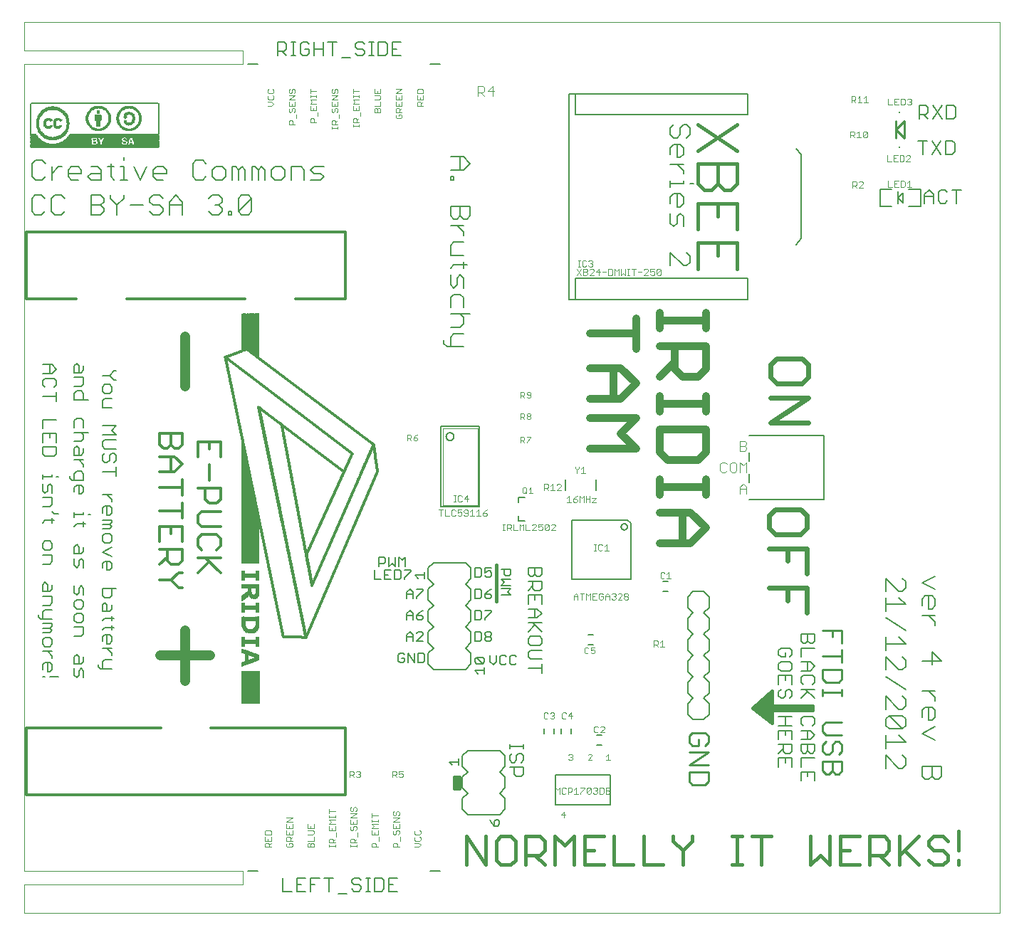
<source format=gto>
G75*
G70*
%OFA0B0*%
%FSLAX24Y24*%
%IPPOS*%
%LPD*%
%AMOC8*
5,1,8,0,0,1.08239X$1,22.5*
%
%ADD10C,0.0000*%
%ADD11C,0.0070*%
%ADD12C,0.0100*%
%ADD13C,0.0380*%
%ADD14C,0.0080*%
%ADD15C,0.0060*%
%ADD16C,0.0240*%
%ADD17R,0.0005X0.0035*%
%ADD18R,0.0005X0.0070*%
%ADD19R,0.0005X0.0100*%
%ADD20R,0.0005X0.0130*%
%ADD21R,0.0005X0.0155*%
%ADD22R,0.0005X0.0185*%
%ADD23R,0.0005X0.0215*%
%ADD24R,0.0005X0.0240*%
%ADD25R,0.0005X0.0260*%
%ADD26R,0.0005X0.0290*%
%ADD27R,0.0005X0.0315*%
%ADD28R,0.0005X0.0340*%
%ADD29R,0.0005X0.0370*%
%ADD30R,0.0005X0.0395*%
%ADD31R,0.0005X0.0415*%
%ADD32R,0.0005X0.0445*%
%ADD33R,0.0005X0.0470*%
%ADD34R,0.0005X0.0500*%
%ADD35R,0.0005X0.0525*%
%ADD36R,0.0005X0.0550*%
%ADD37R,0.0005X0.0575*%
%ADD38R,0.0005X0.0600*%
%ADD39R,0.0005X0.0625*%
%ADD40R,0.0005X0.0655*%
%ADD41R,0.0005X0.0680*%
%ADD42R,0.0005X0.0710*%
%ADD43R,0.0005X0.0730*%
%ADD44R,0.0005X0.0755*%
%ADD45R,0.0005X0.0225*%
%ADD46R,0.0005X0.0535*%
%ADD47R,0.0005X0.0230*%
%ADD48R,0.0005X0.0235*%
%ADD49R,0.0005X0.0540*%
%ADD50R,0.0005X0.0245*%
%ADD51R,0.0005X0.0255*%
%ADD52R,0.0005X0.0115*%
%ADD53R,0.0005X0.0140*%
%ADD54R,0.0005X0.0120*%
%ADD55R,0.0005X0.0135*%
%ADD56R,0.0005X0.1520*%
%ADD57R,0.0005X0.1825*%
%ADD58R,0.0005X0.6200*%
%ADD59R,0.0005X0.0485*%
%ADD60R,0.0005X0.0345*%
%ADD61R,0.0005X0.0220*%
%ADD62R,0.0005X0.6180*%
%ADD63R,0.0005X0.0410*%
%ADD64R,0.0005X0.0490*%
%ADD65R,0.0005X0.1820*%
%ADD66R,0.0005X0.6155*%
%ADD67R,0.0005X0.6130*%
%ADD68R,0.0005X0.0265*%
%ADD69R,0.0005X0.0475*%
%ADD70R,0.0005X0.6110*%
%ADD71R,0.0005X0.0495*%
%ADD72R,0.0005X0.1815*%
%ADD73R,0.0005X0.6085*%
%ADD74R,0.0005X0.0510*%
%ADD75R,0.0005X0.6060*%
%ADD76R,0.0005X0.6035*%
%ADD77R,0.0005X0.1810*%
%ADD78R,0.0005X0.6010*%
%ADD79R,0.0005X0.0555*%
%ADD80R,0.0005X0.5985*%
%ADD81R,0.0005X0.0565*%
%ADD82R,0.0005X0.1805*%
%ADD83R,0.0005X0.5965*%
%ADD84R,0.0005X0.5940*%
%ADD85R,0.0005X0.0585*%
%ADD86R,0.0005X0.0210*%
%ADD87R,0.0005X0.5915*%
%ADD88R,0.0005X0.0595*%
%ADD89R,0.0005X0.1800*%
%ADD90R,0.0005X0.5890*%
%ADD91R,0.0005X0.5865*%
%ADD92R,0.0005X0.0610*%
%ADD93R,0.0005X0.5840*%
%ADD94R,0.0005X0.0615*%
%ADD95R,0.0005X0.1795*%
%ADD96R,0.0005X0.5820*%
%ADD97R,0.0005X0.5795*%
%ADD98R,0.0005X0.0630*%
%ADD99R,0.0005X0.5770*%
%ADD100R,0.0005X0.0635*%
%ADD101R,0.0005X0.1790*%
%ADD102R,0.0005X0.5745*%
%ADD103R,0.0005X0.0645*%
%ADD104R,0.0005X0.5720*%
%ADD105R,0.0005X0.0650*%
%ADD106R,0.0005X0.1785*%
%ADD107R,0.0005X0.5695*%
%ADD108R,0.0005X0.5675*%
%ADD109R,0.0005X0.0660*%
%ADD110R,0.0005X0.5650*%
%ADD111R,0.0005X0.0665*%
%ADD112R,0.0005X0.1780*%
%ADD113R,0.0005X0.5625*%
%ADD114R,0.0005X0.0670*%
%ADD115R,0.0005X0.5600*%
%ADD116R,0.0005X0.0675*%
%ADD117R,0.0005X0.5575*%
%ADD118R,0.0005X0.1775*%
%ADD119R,0.0005X0.5550*%
%ADD120R,0.0005X0.0685*%
%ADD121R,0.0005X0.5530*%
%ADD122R,0.0005X0.0690*%
%ADD123R,0.0005X0.1770*%
%ADD124R,0.0005X0.5505*%
%ADD125R,0.0005X0.0695*%
%ADD126R,0.0005X0.5480*%
%ADD127R,0.0005X0.5455*%
%ADD128R,0.0005X0.1765*%
%ADD129R,0.0005X0.5430*%
%ADD130R,0.0005X0.5405*%
%ADD131R,0.0005X0.0305*%
%ADD132R,0.0005X0.0735*%
%ADD133R,0.0005X0.5385*%
%ADD134R,0.0005X0.1760*%
%ADD135R,0.0005X0.5360*%
%ADD136R,0.0005X0.0280*%
%ADD137R,0.0005X0.0725*%
%ADD138R,0.0005X0.5335*%
%ADD139R,0.0005X0.0275*%
%ADD140R,0.0005X0.1755*%
%ADD141R,0.0005X0.5310*%
%ADD142R,0.0005X0.0720*%
%ADD143R,0.0005X0.5285*%
%ADD144R,0.0005X0.0715*%
%ADD145R,0.0005X0.5260*%
%ADD146R,0.0005X0.1750*%
%ADD147R,0.0005X0.5240*%
%ADD148R,0.0005X0.5215*%
%ADD149R,0.0005X0.0250*%
%ADD150R,0.0005X0.0705*%
%ADD151R,0.0005X0.5190*%
%ADD152R,0.0005X0.1745*%
%ADD153R,0.0005X0.5165*%
%ADD154R,0.0005X0.5140*%
%ADD155R,0.0005X0.5115*%
%ADD156R,0.0005X0.1740*%
%ADD157R,0.0005X0.5095*%
%ADD158R,0.0005X0.5070*%
%ADD159R,0.0005X0.5045*%
%ADD160R,0.0005X0.5020*%
%ADD161R,0.0005X0.4995*%
%ADD162R,0.0005X0.4970*%
%ADD163R,0.0005X0.4950*%
%ADD164R,0.0005X0.4925*%
%ADD165R,0.0005X0.4900*%
%ADD166R,0.0005X0.4875*%
%ADD167R,0.0005X0.4850*%
%ADD168R,0.0005X0.4825*%
%ADD169R,0.0005X0.4805*%
%ADD170R,0.0005X0.4780*%
%ADD171R,0.0005X0.4755*%
%ADD172R,0.0005X0.0560*%
%ADD173R,0.0005X0.4730*%
%ADD174R,0.0005X0.4705*%
%ADD175R,0.0005X0.4680*%
%ADD176R,0.0005X0.4660*%
%ADD177R,0.0005X0.0545*%
%ADD178R,0.0005X0.0205*%
%ADD179R,0.0005X0.4635*%
%ADD180R,0.0005X0.4610*%
%ADD181R,0.0005X0.4585*%
%ADD182R,0.0005X0.4560*%
%ADD183R,0.0005X0.0530*%
%ADD184R,0.0005X0.1830*%
%ADD185R,0.0005X0.4535*%
%ADD186R,0.0005X0.4515*%
%ADD187R,0.0005X0.1835*%
%ADD188R,0.0005X0.4490*%
%ADD189R,0.0005X0.1840*%
%ADD190R,0.0005X0.4465*%
%ADD191R,0.0005X0.1845*%
%ADD192R,0.0005X0.4440*%
%ADD193R,0.0005X0.4415*%
%ADD194R,0.0005X0.1850*%
%ADD195R,0.0005X0.4390*%
%ADD196R,0.0005X0.0570*%
%ADD197R,0.0005X0.1855*%
%ADD198R,0.0005X0.4370*%
%ADD199R,0.0005X0.0580*%
%ADD200R,0.0005X0.1860*%
%ADD201R,0.0005X0.4345*%
%ADD202R,0.0005X0.4320*%
%ADD203R,0.0005X0.0590*%
%ADD204R,0.0005X0.1865*%
%ADD205R,0.0005X0.4295*%
%ADD206R,0.0005X0.1870*%
%ADD207R,0.0005X0.4270*%
%ADD208R,0.0005X0.0605*%
%ADD209R,0.0005X0.0200*%
%ADD210R,0.0005X0.1875*%
%ADD211R,0.0005X0.4245*%
%ADD212R,0.0005X0.4225*%
%ADD213R,0.0005X0.1880*%
%ADD214R,0.0005X0.4200*%
%ADD215R,0.0005X0.0620*%
%ADD216R,0.0005X0.1885*%
%ADD217R,0.0005X0.4175*%
%ADD218R,0.0005X0.1890*%
%ADD219R,0.0005X0.4150*%
%ADD220R,0.0005X0.4125*%
%ADD221R,0.0005X0.1895*%
%ADD222R,0.0005X0.4100*%
%ADD223R,0.0005X0.0640*%
%ADD224R,0.0005X0.1900*%
%ADD225R,0.0005X0.4080*%
%ADD226R,0.0005X0.1905*%
%ADD227R,0.0005X0.4055*%
%ADD228R,0.0005X0.4030*%
%ADD229R,0.0005X0.0285*%
%ADD230R,0.0005X0.1910*%
%ADD231R,0.0005X0.4005*%
%ADD232R,0.0005X0.1915*%
%ADD233R,0.0005X0.3980*%
%ADD234R,0.0005X0.1920*%
%ADD235R,0.0005X0.3955*%
%ADD236R,0.0005X0.3935*%
%ADD237R,0.0005X0.1925*%
%ADD238R,0.0005X0.3910*%
%ADD239R,0.0005X0.1930*%
%ADD240R,0.0005X0.3885*%
%ADD241R,0.0005X0.1935*%
%ADD242R,0.0005X0.3860*%
%ADD243R,0.0005X0.3835*%
%ADD244R,0.0005X0.1940*%
%ADD245R,0.0005X0.3810*%
%ADD246R,0.0005X0.1945*%
%ADD247R,0.0005X0.3790*%
%ADD248R,0.0005X0.1950*%
%ADD249R,0.0005X0.3765*%
%ADD250R,0.0005X0.1955*%
%ADD251R,0.0005X0.3740*%
%ADD252R,0.0005X0.3715*%
%ADD253R,0.0005X0.1960*%
%ADD254R,0.0005X0.3690*%
%ADD255R,0.0005X0.1965*%
%ADD256R,0.0005X0.3665*%
%ADD257R,0.0005X0.1970*%
%ADD258R,0.0005X0.3645*%
%ADD259R,0.0005X0.3620*%
%ADD260R,0.0005X0.1975*%
%ADD261R,0.0005X0.3595*%
%ADD262R,0.0005X0.1980*%
%ADD263R,0.0005X0.3570*%
%ADD264R,0.0005X0.1985*%
%ADD265R,0.0005X0.3545*%
%ADD266R,0.0005X0.3520*%
%ADD267R,0.0005X0.1990*%
%ADD268R,0.0005X0.3500*%
%ADD269R,0.0005X0.1995*%
%ADD270R,0.0005X0.3475*%
%ADD271R,0.0005X0.2000*%
%ADD272R,0.0005X0.3450*%
%ADD273R,0.0005X0.3425*%
%ADD274R,0.0005X0.2005*%
%ADD275R,0.0005X0.3400*%
%ADD276R,0.0005X0.2010*%
%ADD277R,0.0005X0.3375*%
%ADD278R,0.0005X0.2015*%
%ADD279R,0.0005X0.3355*%
%ADD280R,0.0005X0.3330*%
%ADD281R,0.0005X0.2020*%
%ADD282R,0.0005X0.3305*%
%ADD283R,0.0005X0.0195*%
%ADD284R,0.0005X0.2025*%
%ADD285R,0.0005X0.3280*%
%ADD286R,0.0005X0.0405*%
%ADD287R,0.0005X0.2030*%
%ADD288R,0.0005X0.3255*%
%ADD289R,0.0005X0.0400*%
%ADD290R,0.0005X0.3230*%
%ADD291R,0.0005X0.2035*%
%ADD292R,0.0005X0.3210*%
%ADD293R,0.0005X0.2040*%
%ADD294R,0.0005X0.3185*%
%ADD295R,0.0005X0.0270*%
%ADD296R,0.0005X0.0390*%
%ADD297R,0.0005X0.2045*%
%ADD298R,0.0005X0.3160*%
%ADD299R,0.0005X0.0385*%
%ADD300R,0.0005X0.3135*%
%ADD301R,0.0005X0.2050*%
%ADD302R,0.0005X0.3110*%
%ADD303R,0.0005X0.0375*%
%ADD304R,0.0005X0.2055*%
%ADD305R,0.0005X0.3085*%
%ADD306R,0.0005X0.0300*%
%ADD307R,0.0005X0.2060*%
%ADD308R,0.0005X0.3065*%
%ADD309R,0.0005X0.0310*%
%ADD310R,0.0005X0.3040*%
%ADD311R,0.0005X0.0330*%
%ADD312R,0.0005X0.0365*%
%ADD313R,0.0005X0.2065*%
%ADD314R,0.0005X0.3015*%
%ADD315R,0.0005X0.0360*%
%ADD316R,0.0005X0.2070*%
%ADD317R,0.0005X0.2990*%
%ADD318R,0.0005X0.0700*%
%ADD319R,0.0005X0.2075*%
%ADD320R,0.0005X0.2965*%
%ADD321R,0.0005X0.0355*%
%ADD322R,0.0005X0.2940*%
%ADD323R,0.0005X0.2080*%
%ADD324R,0.0005X0.2920*%
%ADD325R,0.0005X0.2085*%
%ADD326R,0.0005X0.2895*%
%ADD327R,0.0005X0.2090*%
%ADD328R,0.0005X0.2870*%
%ADD329R,0.0005X0.2845*%
%ADD330R,0.0005X0.0335*%
%ADD331R,0.0005X0.2095*%
%ADD332R,0.0005X0.2820*%
%ADD333R,0.0005X0.2100*%
%ADD334R,0.0005X0.2795*%
%ADD335R,0.0005X0.2105*%
%ADD336R,0.0005X0.2775*%
%ADD337R,0.0005X0.0325*%
%ADD338R,0.0005X0.2750*%
%ADD339R,0.0005X0.2110*%
%ADD340R,0.0005X0.2725*%
%ADD341R,0.0005X0.2115*%
%ADD342R,0.0005X0.2700*%
%ADD343R,0.0005X0.2120*%
%ADD344R,0.0005X0.0030*%
%ADD345R,0.0005X0.2675*%
%ADD346R,0.0005X0.0060*%
%ADD347R,0.0005X0.2650*%
%ADD348R,0.0005X0.2125*%
%ADD349R,0.0005X0.0095*%
%ADD350R,0.0005X0.2630*%
%ADD351R,0.0005X0.2130*%
%ADD352R,0.0005X0.0125*%
%ADD353R,0.0005X0.2605*%
%ADD354R,0.0005X0.2135*%
%ADD355R,0.0005X0.2580*%
%ADD356R,0.0005X0.0295*%
%ADD357R,0.0005X0.0180*%
%ADD358R,0.0005X0.2555*%
%ADD359R,0.0005X0.2140*%
%ADD360R,0.0005X0.2530*%
%ADD361R,0.0005X0.2145*%
%ADD362R,0.0005X0.2505*%
%ADD363R,0.0005X0.2150*%
%ADD364R,0.0005X0.2485*%
%ADD365R,0.0005X0.2460*%
%ADD366R,0.0005X0.2155*%
%ADD367R,0.0005X0.2435*%
%ADD368R,0.0005X0.2160*%
%ADD369R,0.0005X0.2410*%
%ADD370R,0.0005X0.2165*%
%ADD371R,0.0005X0.2385*%
%ADD372R,0.0005X0.2360*%
%ADD373R,0.0005X0.2170*%
%ADD374R,0.0005X0.2340*%
%ADD375R,0.0005X0.0515*%
%ADD376R,0.0005X0.2175*%
%ADD377R,0.0005X0.0430*%
%ADD378R,0.0005X0.2315*%
%ADD379R,0.0005X0.0440*%
%ADD380R,0.0005X0.2180*%
%ADD381R,0.0005X0.2290*%
%ADD382R,0.0005X0.0460*%
%ADD383R,0.0005X0.2265*%
%ADD384R,0.0005X0.0480*%
%ADD385R,0.0005X0.0350*%
%ADD386R,0.0005X0.0745*%
%ADD387R,0.0005X0.0760*%
%ADD388R,0.0005X0.0780*%
%ADD389R,0.0005X0.0145*%
%ADD390R,0.0005X0.0170*%
%ADD391R,0.0005X0.0190*%
%ADD392R,0.0005X0.0420*%
%ADD393R,0.0005X0.0465*%
%ADD394R,0.0005X0.0435*%
%ADD395R,0.0005X0.0110*%
%ADD396R,0.0005X0.0105*%
%ADD397R,0.0005X0.0450*%
%ADD398R,0.0005X0.0425*%
%ADD399R,0.0005X0.0380*%
%ADD400R,0.0005X0.0750*%
%ADD401R,0.0005X0.0785*%
%ADD402R,0.0005X0.0820*%
%ADD403R,0.0005X0.0860*%
%ADD404R,0.0005X0.0895*%
%ADD405R,0.0005X0.0935*%
%ADD406R,0.0005X0.0505*%
%ADD407R,0.0005X0.0320*%
%ADD408R,0.0005X0.0165*%
%ADD409R,0.0005X0.0150*%
%ADD410R,0.0005X0.0090*%
%ADD411R,0.0005X0.0075*%
%ADD412R,0.0005X0.0770*%
%ADD413R,0.0005X0.1015*%
%ADD414R,0.0005X0.0970*%
%ADD415R,0.0005X0.0920*%
%ADD416R,0.0005X0.0875*%
%ADD417R,0.0005X0.0830*%
%ADD418R,0.0005X0.0455*%
%ADD419R,0.0005X0.0175*%
%ADD420R,0.0005X0.0085*%
%ADD421C,0.0160*%
%ADD422C,0.0150*%
%ADD423R,0.6015X0.0015*%
%ADD424R,0.6045X0.0015*%
%ADD425R,0.4380X0.0015*%
%ADD426R,0.1620X0.0015*%
%ADD427R,0.2865X0.0015*%
%ADD428R,0.0210X0.0015*%
%ADD429R,0.0975X0.0015*%
%ADD430R,0.0075X0.0015*%
%ADD431R,0.0165X0.0015*%
%ADD432R,0.1170X0.0015*%
%ADD433R,0.0180X0.0015*%
%ADD434R,0.0945X0.0015*%
%ADD435R,0.0045X0.0015*%
%ADD436R,0.1020X0.0015*%
%ADD437R,0.1770X0.0015*%
%ADD438R,0.0930X0.0015*%
%ADD439R,0.0150X0.0015*%
%ADD440R,0.0885X0.0015*%
%ADD441R,0.1650X0.0015*%
%ADD442R,0.0915X0.0015*%
%ADD443R,0.0060X0.0015*%
%ADD444R,0.0030X0.0015*%
%ADD445R,0.0135X0.0015*%
%ADD446R,0.1185X0.0015*%
%ADD447R,0.0810X0.0015*%
%ADD448R,0.1575X0.0015*%
%ADD449R,0.0120X0.0015*%
%ADD450R,0.0765X0.0015*%
%ADD451R,0.1530X0.0015*%
%ADD452R,0.0720X0.0015*%
%ADD453R,0.1485X0.0015*%
%ADD454R,0.1200X0.0015*%
%ADD455R,0.0690X0.0015*%
%ADD456R,0.1455X0.0015*%
%ADD457R,0.1110X0.0015*%
%ADD458R,0.0660X0.0015*%
%ADD459R,0.1425X0.0015*%
%ADD460R,0.1080X0.0015*%
%ADD461R,0.1215X0.0015*%
%ADD462R,0.0630X0.0015*%
%ADD463R,0.1395X0.0015*%
%ADD464R,0.0090X0.0015*%
%ADD465R,0.0600X0.0015*%
%ADD466R,0.1365X0.0015*%
%ADD467R,0.0960X0.0015*%
%ADD468R,0.0570X0.0015*%
%ADD469R,0.1335X0.0015*%
%ADD470R,0.1230X0.0015*%
%ADD471R,0.0555X0.0015*%
%ADD472R,0.1320X0.0015*%
%ADD473R,0.0540X0.0015*%
%ADD474R,0.1290X0.0015*%
%ADD475R,0.0510X0.0015*%
%ADD476R,0.0285X0.0015*%
%ADD477R,0.1275X0.0015*%
%ADD478R,0.0105X0.0015*%
%ADD479R,0.0015X0.0015*%
%ADD480R,0.0270X0.0015*%
%ADD481R,0.1245X0.0015*%
%ADD482R,0.0495X0.0015*%
%ADD483R,0.0420X0.0015*%
%ADD484R,0.1260X0.0015*%
%ADD485R,0.0855X0.0015*%
%ADD486R,0.0480X0.0015*%
%ADD487R,0.0840X0.0015*%
%ADD488R,0.0465X0.0015*%
%ADD489R,0.0435X0.0015*%
%ADD490R,0.0405X0.0015*%
%ADD491R,0.0780X0.0015*%
%ADD492R,0.0390X0.0015*%
%ADD493R,0.0825X0.0015*%
%ADD494R,0.1155X0.0015*%
%ADD495R,0.0195X0.0015*%
%ADD496R,0.0870X0.0015*%
%ADD497R,0.2655X0.0015*%
%ADD498R,0.0375X0.0015*%
%ADD499R,0.4320X0.0015*%
%ADD500R,0.0360X0.0015*%
%ADD501R,0.0315X0.0015*%
%ADD502R,0.0330X0.0015*%
%ADD503R,0.4305X0.0015*%
%ADD504R,0.0345X0.0015*%
%ADD505R,0.0300X0.0015*%
%ADD506R,0.4290X0.0015*%
%ADD507R,0.0255X0.0015*%
%ADD508R,0.4275X0.0015*%
%ADD509R,0.4260X0.0015*%
%ADD510R,0.0240X0.0015*%
%ADD511R,0.0225X0.0015*%
%ADD512R,0.4245X0.0015*%
%ADD513R,0.4230X0.0015*%
%ADD514R,0.4215X0.0015*%
%ADD515R,0.0450X0.0015*%
%ADD516R,0.0615X0.0015*%
%ADD517R,0.0645X0.0015*%
%ADD518R,0.0585X0.0015*%
%ADD519R,0.5985X0.0015*%
%ADD520R,0.5955X0.0015*%
%ADD521R,0.5895X0.0015*%
%ADD522C,0.0050*%
%ADD523C,0.0030*%
%ADD524C,0.0040*%
%ADD525C,0.0120*%
%ADD526C,0.0480*%
%ADD527R,0.0079X0.0079*%
%ADD528C,0.0020*%
D10*
X000180Y000100D02*
X000180Y001439D01*
X010416Y001439D01*
X010416Y002069D01*
X000180Y002069D01*
X000180Y039864D01*
X010416Y039864D01*
X010416Y040494D01*
X000180Y040494D01*
X000180Y041832D01*
X045849Y041832D01*
X045849Y000100D01*
X000180Y000100D01*
D11*
X012288Y001105D02*
X012708Y001105D01*
X012932Y001105D02*
X013353Y001105D01*
X013577Y001105D02*
X013577Y001735D01*
X013997Y001735D01*
X014221Y001735D02*
X014642Y001735D01*
X014432Y001735D02*
X014432Y001105D01*
X014866Y000999D02*
X015286Y000999D01*
X015511Y001210D02*
X015616Y001105D01*
X015826Y001105D01*
X015931Y001210D01*
X015931Y001315D01*
X015826Y001420D01*
X015616Y001420D01*
X015511Y001525D01*
X015511Y001630D01*
X015616Y001735D01*
X015826Y001735D01*
X015931Y001630D01*
X016155Y001735D02*
X016365Y001735D01*
X016260Y001735D02*
X016260Y001105D01*
X016155Y001105D02*
X016365Y001105D01*
X016585Y001105D02*
X016900Y001105D01*
X017005Y001210D01*
X017005Y001630D01*
X016900Y001735D01*
X016585Y001735D01*
X016585Y001105D01*
X017229Y001105D02*
X017650Y001105D01*
X017440Y001420D02*
X017229Y001420D01*
X017229Y001735D02*
X017229Y001105D01*
X017229Y001735D02*
X017650Y001735D01*
X013787Y001420D02*
X013577Y001420D01*
X013353Y001735D02*
X012932Y001735D01*
X012932Y001105D01*
X012932Y001420D02*
X013143Y001420D01*
X012288Y001735D02*
X012288Y001105D01*
X022899Y006912D02*
X023530Y006912D01*
X023530Y006596D01*
X023425Y006491D01*
X023215Y006491D01*
X023109Y006596D01*
X023109Y006912D01*
X023109Y007136D02*
X023004Y007136D01*
X022899Y007241D01*
X022899Y007451D01*
X023004Y007556D01*
X023215Y007451D02*
X023320Y007556D01*
X023425Y007556D01*
X023530Y007451D01*
X023530Y007241D01*
X023425Y007136D01*
X023215Y007241D02*
X023109Y007136D01*
X023215Y007241D02*
X023215Y007451D01*
X023530Y007776D02*
X023530Y007986D01*
X023530Y007881D02*
X022899Y007881D01*
X022899Y007986D02*
X022899Y007776D01*
X024396Y011333D02*
X024396Y011753D01*
X024396Y011543D02*
X023765Y011543D01*
X023870Y011977D02*
X024396Y011977D01*
X024396Y012398D02*
X023870Y012398D01*
X023765Y012293D01*
X023765Y012082D01*
X023870Y011977D01*
X023870Y012622D02*
X024290Y012622D01*
X024396Y012727D01*
X024396Y012937D01*
X024290Y013042D01*
X023870Y013042D01*
X023765Y012937D01*
X023765Y012727D01*
X023870Y012622D01*
X023765Y013266D02*
X024080Y013582D01*
X023975Y013687D02*
X024396Y013266D01*
X024396Y013687D02*
X023765Y013687D01*
X023765Y013911D02*
X024185Y013911D01*
X024396Y014121D01*
X024185Y014331D01*
X023765Y014331D01*
X023765Y014556D02*
X023765Y014976D01*
X024396Y014976D01*
X024396Y014556D01*
X024080Y014766D02*
X024080Y014976D01*
X024080Y015200D02*
X023975Y015305D01*
X023975Y015620D01*
X023975Y015410D02*
X023765Y015200D01*
X024080Y015200D02*
X024290Y015200D01*
X024396Y015305D01*
X024396Y015620D01*
X023765Y015620D01*
X023870Y015845D02*
X023765Y015950D01*
X023765Y016265D01*
X024396Y016265D01*
X024396Y015950D01*
X024290Y015845D01*
X024185Y015845D01*
X024080Y015950D01*
X024080Y016265D01*
X024080Y015950D02*
X023975Y015845D01*
X023870Y015845D01*
X024080Y014331D02*
X024080Y013911D01*
X035488Y012392D02*
X035488Y012182D01*
X035593Y012077D01*
X035803Y012077D01*
X035803Y012287D01*
X035593Y012497D02*
X035488Y012392D01*
X035593Y012497D02*
X036014Y012497D01*
X036119Y012392D01*
X036119Y012182D01*
X036014Y012077D01*
X036014Y011852D02*
X035593Y011852D01*
X035488Y011747D01*
X035488Y011537D01*
X035593Y011432D01*
X036014Y011432D01*
X036119Y011537D01*
X036119Y011747D01*
X036014Y011852D01*
X036538Y011858D02*
X036959Y011858D01*
X037169Y011648D01*
X036959Y011438D01*
X036538Y011438D01*
X036643Y011213D02*
X036538Y011108D01*
X036538Y010898D01*
X036643Y010793D01*
X036538Y010569D02*
X037169Y010569D01*
X037064Y010793D02*
X037169Y010898D01*
X037169Y011108D01*
X037064Y011213D01*
X036643Y011213D01*
X036853Y011438D02*
X036853Y011858D01*
X036538Y012082D02*
X036538Y012502D01*
X037169Y012502D01*
X037064Y012727D02*
X036959Y012727D01*
X036853Y012832D01*
X036853Y013147D01*
X036538Y013147D02*
X037169Y013147D01*
X037169Y012832D01*
X037064Y012727D01*
X036853Y012832D02*
X036748Y012727D01*
X036643Y012727D01*
X036538Y012832D01*
X036538Y013147D01*
X036119Y011208D02*
X035488Y011208D01*
X035488Y010788D01*
X035593Y010563D02*
X035488Y010458D01*
X035488Y010248D01*
X035593Y010143D01*
X035698Y010143D01*
X035803Y010248D01*
X035803Y010458D01*
X035909Y010563D01*
X036014Y010563D01*
X036119Y010458D01*
X036119Y010248D01*
X036014Y010143D01*
X036538Y010148D02*
X036853Y010464D01*
X036748Y010569D02*
X037169Y010148D01*
X037064Y009280D02*
X036643Y009280D01*
X036538Y009175D01*
X036538Y008964D01*
X036643Y008859D01*
X036538Y008635D02*
X036959Y008635D01*
X037169Y008425D01*
X036959Y008215D01*
X036538Y008215D01*
X036538Y007991D02*
X036538Y007675D01*
X036643Y007570D01*
X036748Y007570D01*
X036853Y007675D01*
X036853Y007991D01*
X036853Y008215D02*
X036853Y008635D01*
X037064Y008859D02*
X037169Y008964D01*
X037169Y009175D01*
X037064Y009280D01*
X036119Y009274D02*
X035488Y009274D01*
X035803Y009274D02*
X035803Y008854D01*
X035803Y008630D02*
X035803Y008420D01*
X035488Y008630D02*
X035488Y008209D01*
X035488Y007985D02*
X036119Y007985D01*
X036119Y007670D01*
X036014Y007565D01*
X035803Y007565D01*
X035698Y007670D01*
X035698Y007985D01*
X035698Y007775D02*
X035488Y007565D01*
X035488Y007341D02*
X035488Y006920D01*
X035803Y007130D02*
X035803Y007341D01*
X035488Y007341D02*
X036119Y007341D01*
X036119Y006920D01*
X036538Y006926D02*
X036538Y007346D01*
X037169Y007346D01*
X037064Y007570D02*
X036959Y007570D01*
X036853Y007675D01*
X037064Y007570D02*
X037169Y007675D01*
X037169Y007991D01*
X036538Y007991D01*
X036119Y008209D02*
X036119Y008630D01*
X035488Y008630D01*
X035488Y008854D02*
X036119Y008854D01*
X036119Y010788D02*
X036119Y011208D01*
X035803Y011208D02*
X035803Y010998D01*
X036538Y006702D02*
X036538Y006281D01*
X036853Y006491D02*
X036853Y006702D01*
X036538Y006702D02*
X037169Y006702D01*
X037169Y006281D01*
X042315Y033335D02*
X042315Y033755D01*
X042525Y033966D01*
X042735Y033755D01*
X042735Y033335D01*
X042960Y033440D02*
X043065Y033335D01*
X043275Y033335D01*
X043380Y033440D01*
X043380Y033860D02*
X043275Y033966D01*
X043065Y033966D01*
X042960Y033860D01*
X042960Y033440D01*
X042735Y033650D02*
X042315Y033650D01*
X043604Y033966D02*
X044024Y033966D01*
X043814Y033966D02*
X043814Y033335D01*
X043619Y035635D02*
X043724Y035740D01*
X043724Y036160D01*
X043619Y036266D01*
X043304Y036266D01*
X043304Y035635D01*
X043619Y035635D01*
X043080Y035635D02*
X042660Y036266D01*
X042435Y036266D02*
X042015Y036266D01*
X042225Y036266D02*
X042225Y035635D01*
X042660Y035635D02*
X043080Y036266D01*
X043130Y037285D02*
X042710Y037916D01*
X042485Y037810D02*
X042485Y037600D01*
X042380Y037495D01*
X042065Y037495D01*
X042065Y037285D02*
X042065Y037916D01*
X042380Y037916D01*
X042485Y037810D01*
X042275Y037495D02*
X042485Y037285D01*
X042710Y037285D02*
X043130Y037916D01*
X043354Y037916D02*
X043669Y037916D01*
X043774Y037810D01*
X043774Y037390D01*
X043669Y037285D01*
X043354Y037285D01*
X043354Y037916D01*
X017814Y040251D02*
X017394Y040251D01*
X017394Y040881D01*
X017814Y040881D01*
X017604Y040566D02*
X017394Y040566D01*
X017170Y040356D02*
X017170Y040776D01*
X017065Y040881D01*
X016749Y040881D01*
X016749Y040251D01*
X017065Y040251D01*
X017170Y040356D01*
X016530Y040251D02*
X016320Y040251D01*
X016425Y040251D02*
X016425Y040881D01*
X016320Y040881D02*
X016530Y040881D01*
X016096Y040776D02*
X015990Y040881D01*
X015780Y040881D01*
X015675Y040776D01*
X015675Y040671D01*
X015780Y040566D01*
X015990Y040566D01*
X016096Y040461D01*
X016096Y040356D01*
X015990Y040251D01*
X015780Y040251D01*
X015675Y040356D01*
X015451Y040146D02*
X015031Y040146D01*
X014596Y040251D02*
X014596Y040881D01*
X014386Y040881D02*
X014806Y040881D01*
X014162Y040881D02*
X014162Y040251D01*
X014162Y040566D02*
X013742Y040566D01*
X013517Y040566D02*
X013307Y040566D01*
X013517Y040566D02*
X013517Y040356D01*
X013412Y040251D01*
X013202Y040251D01*
X013097Y040356D01*
X013097Y040776D01*
X013202Y040881D01*
X013412Y040881D01*
X013517Y040776D01*
X013742Y040881D02*
X013742Y040251D01*
X012877Y040251D02*
X012667Y040251D01*
X012772Y040251D02*
X012772Y040881D01*
X012667Y040881D02*
X012877Y040881D01*
X012443Y040776D02*
X012443Y040566D01*
X012338Y040461D01*
X012023Y040461D01*
X012233Y040461D02*
X012443Y040251D01*
X012023Y040251D02*
X012023Y040881D01*
X012338Y040881D01*
X012443Y040776D01*
D12*
X040980Y037200D02*
X040980Y036800D01*
X041380Y036400D01*
X041380Y037200D01*
X040980Y036800D01*
X040980Y036400D01*
X038450Y013331D02*
X037549Y013331D01*
X038000Y013331D02*
X038000Y013031D01*
X038450Y013331D02*
X038450Y012731D01*
X038450Y012411D02*
X038450Y011810D01*
X038450Y012110D02*
X037549Y012110D01*
X037549Y011490D02*
X037549Y011040D01*
X037699Y010889D01*
X038300Y010889D01*
X038450Y011040D01*
X038450Y011490D01*
X037549Y011490D01*
X037549Y010569D02*
X037549Y010269D01*
X037549Y010419D02*
X038450Y010419D01*
X038450Y010569D02*
X038450Y010269D01*
X038450Y009034D02*
X037699Y009034D01*
X037549Y008884D01*
X037549Y008584D01*
X037699Y008434D01*
X038450Y008434D01*
X038300Y008114D02*
X038150Y008114D01*
X038000Y007964D01*
X038000Y007663D01*
X037850Y007513D01*
X037699Y007513D01*
X037549Y007663D01*
X037549Y007964D01*
X037699Y008114D01*
X038300Y008114D02*
X038450Y007964D01*
X038450Y007663D01*
X038300Y007513D01*
X038450Y007193D02*
X038450Y006743D01*
X038300Y006592D01*
X038150Y006592D01*
X038000Y006743D01*
X038000Y007193D01*
X038450Y007193D02*
X037549Y007193D01*
X037549Y006743D01*
X037699Y006592D01*
X037850Y006592D01*
X038000Y006743D01*
X032204Y006690D02*
X032204Y006240D01*
X032054Y006090D01*
X031453Y006090D01*
X031303Y006240D01*
X031303Y006690D01*
X032204Y006690D01*
X032204Y007011D02*
X031303Y007011D01*
X032204Y007611D01*
X031303Y007611D01*
X031453Y007932D02*
X031754Y007932D01*
X031754Y008232D01*
X032054Y008532D02*
X031453Y008532D01*
X031303Y008382D01*
X031303Y008082D01*
X031453Y007932D01*
X032054Y007932D02*
X032204Y008082D01*
X032204Y008382D01*
X032054Y008532D01*
X020580Y006500D02*
X020580Y005900D01*
X020480Y005900D01*
X020380Y005900D01*
X020280Y005900D01*
X020280Y006500D01*
X020380Y006500D01*
X020480Y006500D01*
X020580Y006500D01*
X020480Y006500D02*
X020480Y005900D01*
X020380Y005900D02*
X020380Y006500D01*
D13*
X029896Y017420D02*
X031338Y017420D01*
X032058Y018141D01*
X031338Y018861D01*
X029896Y018861D01*
X029896Y019700D02*
X029896Y020421D01*
X029896Y020060D02*
X032058Y020060D01*
X032058Y019700D02*
X032058Y020421D01*
X031698Y021318D02*
X032058Y021679D01*
X032058Y022759D01*
X029896Y022759D01*
X029896Y021679D01*
X030257Y021318D01*
X031698Y021318D01*
X032058Y023598D02*
X032058Y024319D01*
X032058Y023958D02*
X029896Y023958D01*
X029896Y023598D02*
X029896Y024319D01*
X029896Y025216D02*
X030617Y025937D01*
X030617Y025577D02*
X030617Y026657D01*
X029896Y026657D02*
X032058Y026657D01*
X032058Y025577D01*
X031698Y025216D01*
X030977Y025216D01*
X030617Y025577D01*
X028808Y024907D02*
X028088Y024187D01*
X026646Y024187D01*
X026646Y023289D02*
X028808Y023289D01*
X028088Y022568D01*
X028808Y021848D01*
X026646Y021848D01*
X027727Y024187D02*
X027727Y025628D01*
X028088Y025628D02*
X028808Y024907D01*
X028088Y025628D02*
X026646Y025628D01*
X026646Y027246D02*
X028808Y027246D01*
X028808Y027967D02*
X028808Y026525D01*
X029896Y027496D02*
X029896Y028217D01*
X029896Y027856D02*
X032058Y027856D01*
X032058Y027496D02*
X032058Y028217D01*
X030977Y018861D02*
X030977Y017420D01*
D14*
X026939Y019894D02*
X026939Y020406D01*
X025521Y020406D02*
X025521Y019894D01*
X023619Y019551D02*
X023304Y019551D01*
X023304Y019315D01*
X023304Y018685D02*
X023304Y018449D01*
X023619Y018449D01*
X020740Y026607D02*
X019973Y026607D01*
X019819Y026761D01*
X019819Y026914D01*
X020126Y027067D02*
X020126Y026607D01*
X020126Y027067D02*
X020280Y027221D01*
X020740Y027221D01*
X020587Y027528D02*
X020126Y027528D01*
X020587Y027528D02*
X020740Y027681D01*
X020740Y027988D01*
X020587Y028142D01*
X020740Y028449D02*
X020740Y028909D01*
X020587Y029062D01*
X020280Y029062D01*
X020126Y028909D01*
X020126Y028449D01*
X020126Y028142D02*
X021047Y028142D01*
X020740Y029369D02*
X020740Y029830D01*
X020587Y029983D01*
X020433Y029830D01*
X020433Y029523D01*
X020280Y029369D01*
X020126Y029523D01*
X020126Y029983D01*
X020126Y030290D02*
X020280Y030444D01*
X020894Y030444D01*
X020740Y030597D02*
X020740Y030290D01*
X020740Y030904D02*
X020126Y030904D01*
X020126Y031364D01*
X020280Y031518D01*
X020740Y031518D01*
X020740Y031825D02*
X020740Y031978D01*
X020433Y032285D01*
X020126Y032285D02*
X020740Y032285D01*
X020740Y032592D02*
X020587Y032746D01*
X020587Y033206D01*
X021047Y033206D02*
X021047Y032746D01*
X020894Y032592D01*
X020740Y032592D01*
X020587Y032746D02*
X020433Y032592D01*
X020280Y032592D01*
X020126Y032746D01*
X020126Y033206D01*
X021047Y033206D01*
X020280Y034434D02*
X020126Y034434D01*
X020126Y034587D01*
X020280Y034587D01*
X020280Y034434D01*
X020126Y034894D02*
X020740Y034894D01*
X021047Y035201D01*
X020740Y035508D01*
X020126Y035508D01*
X020587Y035508D02*
X020587Y034894D01*
X025680Y038473D02*
X025680Y028827D01*
X025975Y028827D01*
X025975Y029811D01*
X034046Y029811D01*
X034046Y028827D01*
X025975Y028827D01*
X030420Y030411D02*
X030420Y031025D01*
X031034Y030411D01*
X031187Y030411D01*
X031341Y030564D01*
X031341Y030871D01*
X031187Y031025D01*
X031034Y032253D02*
X031034Y032713D01*
X030880Y032866D01*
X030727Y032713D01*
X030727Y032406D01*
X030573Y032253D01*
X030420Y032406D01*
X030420Y032866D01*
X030727Y033173D02*
X030727Y033787D01*
X030880Y033787D02*
X030573Y033787D01*
X030420Y033634D01*
X030420Y033327D01*
X030727Y033173D02*
X030880Y033173D01*
X031034Y033327D01*
X031034Y033634D01*
X030880Y033787D01*
X031034Y034248D02*
X030420Y034248D01*
X030420Y034401D02*
X030420Y034094D01*
X031034Y034248D02*
X031034Y034401D01*
X031034Y034708D02*
X031034Y034861D01*
X030727Y035168D01*
X030420Y035168D02*
X031034Y035168D01*
X030880Y035475D02*
X030727Y035475D01*
X030727Y036089D01*
X030880Y036089D02*
X030573Y036089D01*
X030420Y035936D01*
X030420Y035629D01*
X030880Y035475D02*
X031034Y035629D01*
X031034Y035936D01*
X030880Y036089D01*
X030727Y036396D02*
X030880Y036550D01*
X030880Y036857D01*
X031034Y037010D01*
X031187Y037010D01*
X031341Y036857D01*
X031341Y036550D01*
X031187Y036396D01*
X030727Y036396D02*
X030573Y036396D01*
X030420Y036550D01*
X030420Y036857D01*
X030573Y037010D01*
X031341Y034248D02*
X031494Y034248D01*
X034046Y037489D02*
X025975Y037489D01*
X025975Y038473D01*
X025680Y038473D01*
X025975Y038473D02*
X034046Y038473D01*
X034046Y037489D01*
X036310Y035894D02*
X036546Y035619D01*
X036546Y031681D01*
X036310Y031406D01*
X040235Y033206D02*
X040235Y033994D01*
X040786Y033994D01*
X041062Y033876D02*
X041062Y033600D01*
X041298Y033836D01*
X041298Y033364D01*
X041062Y033600D01*
X041062Y033324D01*
X040786Y033206D02*
X040235Y033206D01*
X041574Y033206D02*
X042125Y033206D01*
X042125Y033994D01*
X041574Y033994D01*
X042810Y015867D02*
X042196Y015560D01*
X042810Y015253D01*
X042657Y014946D02*
X042810Y014792D01*
X042810Y014486D01*
X042657Y014332D01*
X042503Y014332D01*
X042503Y014946D01*
X042350Y014946D02*
X042657Y014946D01*
X042350Y014946D02*
X042196Y014792D01*
X042196Y014486D01*
X042196Y014025D02*
X042810Y014025D01*
X042503Y014025D02*
X042810Y013718D01*
X042810Y013565D01*
X042657Y012337D02*
X042657Y011723D01*
X043117Y011877D02*
X042196Y011877D01*
X042657Y012337D02*
X043117Y011877D01*
X042810Y010495D02*
X042196Y010495D01*
X042503Y010495D02*
X042810Y010189D01*
X042810Y010035D01*
X042657Y009728D02*
X042810Y009575D01*
X042810Y009268D01*
X042657Y009114D01*
X042503Y009114D01*
X042503Y009728D01*
X042350Y009728D02*
X042657Y009728D01*
X042350Y009728D02*
X042196Y009575D01*
X042196Y009268D01*
X041427Y009174D02*
X041427Y008867D01*
X041274Y008714D01*
X040660Y009327D01*
X040506Y009174D01*
X040506Y008867D01*
X040660Y008714D01*
X041274Y008714D01*
X041120Y008407D02*
X041427Y008100D01*
X040506Y008100D01*
X040506Y008407D02*
X040506Y007793D01*
X040506Y007486D02*
X041120Y006872D01*
X041274Y006872D01*
X041427Y007026D01*
X041427Y007332D01*
X041274Y007486D01*
X040506Y007486D02*
X040506Y006872D01*
X042196Y006966D02*
X042196Y006505D01*
X042350Y006352D01*
X042503Y006352D01*
X042657Y006505D01*
X042657Y006966D01*
X043117Y006966D02*
X043117Y006505D01*
X042964Y006352D01*
X042810Y006352D01*
X042657Y006505D01*
X042196Y006966D02*
X043117Y006966D01*
X042810Y008193D02*
X042196Y008500D01*
X042810Y008807D01*
X041427Y009174D02*
X041274Y009327D01*
X040660Y009327D01*
X040506Y009634D02*
X040506Y010248D01*
X041120Y009634D01*
X041274Y009634D01*
X041427Y009788D01*
X041427Y010095D01*
X041274Y010248D01*
X041427Y010555D02*
X040506Y011169D01*
X040506Y011476D02*
X040506Y012090D01*
X041120Y011476D01*
X041274Y011476D01*
X041427Y011629D01*
X041427Y011936D01*
X041274Y012090D01*
X040506Y012397D02*
X040506Y013011D01*
X040506Y012704D02*
X041427Y012704D01*
X041120Y013011D01*
X041427Y013318D02*
X040506Y013931D01*
X040506Y014238D02*
X040506Y014852D01*
X040506Y014545D02*
X041427Y014545D01*
X041120Y014852D01*
X041120Y015159D02*
X041274Y015159D01*
X041427Y015313D01*
X041427Y015620D01*
X041274Y015773D01*
X041120Y015159D02*
X040506Y015773D01*
X040506Y015159D01*
X027620Y006550D02*
X027620Y005150D01*
X025040Y005150D01*
X025040Y006550D01*
X027620Y006550D01*
X019641Y002062D02*
X019181Y002062D01*
X011101Y002062D02*
X010641Y002062D01*
X010656Y032791D02*
X010349Y032791D01*
X010195Y032945D01*
X010809Y033559D01*
X010809Y032945D01*
X010656Y032791D01*
X010195Y032945D02*
X010195Y033559D01*
X010349Y033712D01*
X010656Y033712D01*
X010809Y033559D01*
X010824Y034426D02*
X010824Y035040D01*
X010978Y035040D01*
X011131Y034887D01*
X011285Y035040D01*
X011438Y034887D01*
X011438Y034426D01*
X011131Y034426D02*
X011131Y034887D01*
X011745Y034887D02*
X011745Y034580D01*
X011898Y034426D01*
X012205Y034426D01*
X012359Y034580D01*
X012359Y034887D01*
X012205Y035040D01*
X011898Y035040D01*
X011745Y034887D01*
X012666Y035040D02*
X012666Y034426D01*
X013280Y034426D02*
X013280Y034887D01*
X013126Y035040D01*
X012666Y035040D01*
X013586Y034887D02*
X013740Y034733D01*
X014047Y034733D01*
X014200Y034580D01*
X014047Y034426D01*
X013586Y034426D01*
X013586Y034887D02*
X013740Y035040D01*
X014200Y035040D01*
X010517Y034887D02*
X010517Y034426D01*
X010210Y034426D02*
X010210Y034887D01*
X010364Y035040D01*
X010517Y034887D01*
X010210Y034887D02*
X010057Y035040D01*
X009903Y035040D01*
X009903Y034426D01*
X009596Y034580D02*
X009596Y034887D01*
X009443Y035040D01*
X009136Y035040D01*
X008983Y034887D01*
X008983Y034580D01*
X009136Y034426D01*
X009443Y034426D01*
X009596Y034580D01*
X008676Y034580D02*
X008522Y034426D01*
X008215Y034426D01*
X008062Y034580D01*
X008062Y035194D01*
X008215Y035347D01*
X008522Y035347D01*
X008676Y035194D01*
X008968Y033712D02*
X009274Y033712D01*
X009428Y033559D01*
X009428Y033405D01*
X009274Y033252D01*
X009428Y033098D01*
X009428Y032945D01*
X009274Y032791D01*
X008968Y032791D01*
X008814Y032945D01*
X009121Y033252D02*
X009274Y033252D01*
X008968Y033712D02*
X008814Y033559D01*
X009735Y032945D02*
X009888Y032945D01*
X009888Y032791D01*
X009735Y032791D01*
X009735Y032945D01*
X007586Y032791D02*
X007586Y033405D01*
X007279Y033712D01*
X006973Y033405D01*
X006973Y032791D01*
X006666Y032945D02*
X006512Y032791D01*
X006205Y032791D01*
X006052Y032945D01*
X006205Y033252D02*
X006512Y033252D01*
X006666Y033098D01*
X006666Y032945D01*
X006973Y033252D02*
X007586Y033252D01*
X006666Y033559D02*
X006512Y033712D01*
X006205Y033712D01*
X006052Y033559D01*
X006052Y033405D01*
X006205Y033252D01*
X005745Y033252D02*
X005131Y033252D01*
X004824Y033559D02*
X004824Y033712D01*
X004824Y033559D02*
X004517Y033252D01*
X004517Y032791D01*
X004517Y033252D02*
X004210Y033559D01*
X004210Y033712D01*
X003903Y033559D02*
X003903Y033405D01*
X003750Y033252D01*
X003289Y033252D01*
X003289Y033712D02*
X003289Y032791D01*
X003750Y032791D01*
X003903Y032945D01*
X003903Y033098D01*
X003750Y033252D01*
X003903Y033559D02*
X003750Y033712D01*
X003289Y033712D01*
X003304Y034426D02*
X003151Y034580D01*
X003304Y034733D01*
X003765Y034733D01*
X003765Y034887D02*
X003765Y034426D01*
X003304Y034426D01*
X002844Y034733D02*
X002844Y034887D01*
X002691Y035040D01*
X002384Y035040D01*
X002230Y034887D01*
X002230Y034580D01*
X002384Y034426D01*
X002691Y034426D01*
X002844Y034733D02*
X002230Y034733D01*
X001923Y035040D02*
X001770Y035040D01*
X001463Y034733D01*
X001463Y034426D02*
X001463Y035040D01*
X001156Y035194D02*
X001002Y035347D01*
X000695Y035347D01*
X000542Y035194D01*
X000542Y034580D01*
X000695Y034426D01*
X001002Y034426D01*
X001156Y034580D01*
X000987Y033712D02*
X000680Y033712D01*
X000527Y033559D01*
X000527Y032945D01*
X000680Y032791D01*
X000987Y032791D01*
X001141Y032945D01*
X001448Y032945D02*
X001601Y032791D01*
X001908Y032791D01*
X002062Y032945D01*
X001448Y032945D02*
X001448Y033559D01*
X001601Y033712D01*
X001908Y033712D01*
X002062Y033559D01*
X001141Y033559D02*
X000987Y033712D01*
X003304Y035040D02*
X003611Y035040D01*
X003765Y034887D01*
X004072Y035040D02*
X004379Y035040D01*
X004225Y035194D02*
X004225Y034580D01*
X004379Y034426D01*
X004686Y034426D02*
X004992Y034426D01*
X004839Y034426D02*
X004839Y035040D01*
X004686Y035040D01*
X004839Y035347D02*
X004839Y035500D01*
X005299Y035040D02*
X005606Y034426D01*
X005913Y035040D01*
X006220Y034887D02*
X006220Y034580D01*
X006374Y034426D01*
X006681Y034426D01*
X006834Y034733D02*
X006220Y034733D01*
X006220Y034887D02*
X006374Y035040D01*
X006681Y035040D01*
X006834Y034887D01*
X006834Y034733D01*
X010641Y039870D02*
X011101Y039870D01*
X019181Y039870D02*
X019641Y039870D01*
D15*
X004481Y025485D02*
X004374Y025485D01*
X004161Y025272D01*
X003841Y025272D01*
X004161Y025272D02*
X004374Y025058D01*
X004481Y025058D01*
X004161Y024841D02*
X003947Y024841D01*
X003841Y024734D01*
X003841Y024521D01*
X003947Y024414D01*
X004161Y024414D01*
X004268Y024521D01*
X004268Y024734D01*
X004161Y024841D01*
X004268Y024196D02*
X003947Y024196D01*
X003841Y024089D01*
X003841Y023769D01*
X004268Y023769D01*
X004481Y022907D02*
X003841Y022907D01*
X003841Y022480D02*
X004481Y022480D01*
X004268Y022694D01*
X004481Y022907D01*
X004481Y022263D02*
X003947Y022263D01*
X003841Y022156D01*
X003841Y021942D01*
X003947Y021836D01*
X004481Y021836D01*
X004374Y021618D02*
X004268Y021618D01*
X004161Y021511D01*
X004161Y021298D01*
X004054Y021191D01*
X003947Y021191D01*
X003841Y021298D01*
X003841Y021511D01*
X003947Y021618D01*
X004374Y021618D02*
X004481Y021511D01*
X004481Y021298D01*
X004374Y021191D01*
X004481Y020974D02*
X004481Y020546D01*
X004481Y020760D02*
X003841Y020760D01*
X002943Y020673D02*
X002943Y020353D01*
X002409Y020353D01*
X002302Y020460D01*
X002302Y020567D01*
X002516Y020673D02*
X002516Y020353D01*
X002623Y020136D02*
X002836Y020136D01*
X002943Y020029D01*
X002943Y019815D01*
X002836Y019709D01*
X002729Y019709D01*
X002729Y020136D01*
X002623Y020136D02*
X002516Y020029D01*
X002516Y019815D01*
X002516Y020673D02*
X002623Y020780D01*
X002836Y020780D01*
X002943Y020673D01*
X002943Y020997D02*
X002943Y021104D01*
X002729Y021317D01*
X002516Y021317D02*
X002943Y021317D01*
X002836Y021535D02*
X002516Y021535D01*
X002516Y021855D01*
X002623Y021962D01*
X002729Y021855D01*
X002729Y021535D01*
X002836Y021535D02*
X002943Y021641D01*
X002943Y021855D01*
X002836Y022179D02*
X002516Y022179D01*
X002836Y022179D02*
X002943Y022286D01*
X002943Y022500D01*
X002836Y022606D01*
X002943Y022824D02*
X002943Y023144D01*
X002836Y023251D01*
X002623Y023251D01*
X002516Y023144D01*
X002516Y022824D01*
X002516Y022606D02*
X003156Y022606D01*
X001682Y022556D02*
X001682Y022129D01*
X001682Y021912D02*
X001682Y021591D01*
X001575Y021485D01*
X001148Y021485D01*
X001041Y021591D01*
X001041Y021912D01*
X001682Y021912D01*
X001361Y022343D02*
X001361Y022556D01*
X001041Y022556D02*
X001041Y022129D01*
X001041Y022556D02*
X001682Y022556D01*
X001041Y022774D02*
X001041Y023201D01*
X001682Y023201D01*
X001682Y024063D02*
X001682Y024490D01*
X001682Y024276D02*
X001041Y024276D01*
X001148Y024707D02*
X001041Y024814D01*
X001041Y025028D01*
X001148Y025135D01*
X001575Y025135D01*
X001682Y025028D01*
X001682Y024814D01*
X001575Y024707D01*
X001468Y025352D02*
X001041Y025352D01*
X001361Y025352D02*
X001361Y025779D01*
X001468Y025779D02*
X001041Y025779D01*
X001468Y025779D02*
X001682Y025566D01*
X001468Y025352D01*
X002516Y025402D02*
X002516Y025722D01*
X002623Y025829D01*
X002729Y025722D01*
X002729Y025402D01*
X002836Y025402D02*
X002516Y025402D01*
X002516Y025185D02*
X002943Y025185D01*
X002943Y024864D01*
X002836Y024757D01*
X002516Y024757D01*
X002623Y024540D02*
X002836Y024540D01*
X002943Y024433D01*
X002943Y024113D01*
X003156Y024113D02*
X002516Y024113D01*
X002516Y024433D01*
X002623Y024540D01*
X002836Y025402D02*
X002943Y025509D01*
X002943Y025722D01*
X001468Y020623D02*
X001468Y020516D01*
X001041Y020516D01*
X001041Y020623D02*
X001041Y020409D01*
X001041Y020193D02*
X001041Y019873D01*
X001148Y019766D01*
X001255Y019873D01*
X001255Y020086D01*
X001361Y020193D01*
X001468Y020086D01*
X001468Y019766D01*
X001468Y019548D02*
X001041Y019548D01*
X001041Y019121D02*
X001361Y019121D01*
X001468Y019228D01*
X001468Y019548D01*
X001468Y018904D02*
X001575Y018797D01*
X001788Y018797D01*
X001468Y018582D02*
X001468Y018368D01*
X001575Y018475D02*
X001148Y018475D01*
X001041Y018368D01*
X001148Y017507D02*
X001041Y017401D01*
X001041Y017187D01*
X001148Y017080D01*
X001361Y017080D01*
X001468Y017187D01*
X001468Y017401D01*
X001361Y017507D01*
X001148Y017507D01*
X001041Y016863D02*
X001468Y016863D01*
X001468Y016543D01*
X001361Y016436D01*
X001041Y016436D01*
X001148Y015574D02*
X001255Y015467D01*
X001255Y015147D01*
X001361Y015147D02*
X001041Y015147D01*
X001041Y015467D01*
X001148Y015574D01*
X001468Y015467D02*
X001468Y015253D01*
X001361Y015147D01*
X001468Y014929D02*
X001041Y014929D01*
X001041Y014502D02*
X001361Y014502D01*
X001468Y014609D01*
X001468Y014929D01*
X001468Y014285D02*
X001148Y014285D01*
X001041Y014178D01*
X001041Y013858D01*
X000934Y013858D02*
X000828Y013964D01*
X000828Y014071D01*
X000934Y013858D02*
X001468Y013858D01*
X001468Y013640D02*
X001041Y013640D01*
X001041Y013427D02*
X001361Y013427D01*
X001468Y013320D01*
X001361Y013213D01*
X001041Y013213D01*
X001148Y012995D02*
X001041Y012889D01*
X001041Y012675D01*
X001148Y012568D01*
X001361Y012568D01*
X001468Y012675D01*
X001468Y012889D01*
X001361Y012995D01*
X001148Y012995D01*
X001255Y012351D02*
X001468Y012137D01*
X001468Y012031D01*
X001361Y011814D02*
X001468Y011707D01*
X001468Y011494D01*
X001361Y011387D01*
X001255Y011387D01*
X001255Y011814D01*
X001361Y011814D02*
X001148Y011814D01*
X001041Y011707D01*
X001041Y011494D01*
X001041Y011169D02*
X001148Y011169D01*
X001361Y011169D02*
X001788Y011169D01*
X002516Y011221D02*
X002623Y011115D01*
X002729Y011221D01*
X002729Y011435D01*
X002836Y011542D01*
X002943Y011435D01*
X002943Y011115D01*
X002516Y011221D02*
X002516Y011542D01*
X002516Y011759D02*
X002516Y012079D01*
X002623Y012186D01*
X002729Y012079D01*
X002729Y011759D01*
X002836Y011759D02*
X002516Y011759D01*
X002836Y011759D02*
X002943Y011866D01*
X002943Y012079D01*
X003627Y011736D02*
X003627Y011630D01*
X003734Y011523D01*
X004268Y011523D01*
X004268Y011950D02*
X003947Y011950D01*
X003841Y011843D01*
X003841Y011523D01*
X004268Y012167D02*
X004268Y012273D01*
X004054Y012487D01*
X003841Y012487D02*
X004268Y012487D01*
X004161Y012704D02*
X004054Y012704D01*
X004054Y013131D01*
X003947Y013131D02*
X004161Y013131D01*
X004268Y013025D01*
X004268Y012811D01*
X004161Y012704D01*
X003841Y012811D02*
X003841Y013025D01*
X003947Y013131D01*
X003841Y013348D02*
X003947Y013454D01*
X004374Y013454D01*
X004268Y013348D02*
X004268Y013561D01*
X004268Y013777D02*
X004268Y013991D01*
X004374Y013884D02*
X003947Y013884D01*
X003841Y013777D01*
X003841Y014208D02*
X003841Y014529D01*
X003947Y014635D01*
X004054Y014529D01*
X004054Y014208D01*
X004161Y014208D02*
X003841Y014208D01*
X004161Y014208D02*
X004268Y014315D01*
X004268Y014529D01*
X004161Y014853D02*
X003947Y014853D01*
X003841Y014960D01*
X003841Y015280D01*
X004481Y015280D01*
X004268Y015280D02*
X004268Y014960D01*
X004161Y014853D01*
X002943Y014982D02*
X002943Y015302D01*
X002836Y015409D01*
X002729Y015302D01*
X002729Y015089D01*
X002623Y014982D01*
X002516Y015089D01*
X002516Y015409D01*
X002623Y014764D02*
X002516Y014658D01*
X002516Y014444D01*
X002623Y014337D01*
X002836Y014337D01*
X002943Y014444D01*
X002943Y014658D01*
X002836Y014764D01*
X002623Y014764D01*
X002623Y014120D02*
X002516Y014013D01*
X002516Y013799D01*
X002623Y013693D01*
X002836Y013693D01*
X002943Y013799D01*
X002943Y014013D01*
X002836Y014120D01*
X002623Y014120D01*
X002516Y013475D02*
X002943Y013475D01*
X002943Y013155D01*
X002836Y013048D01*
X002516Y013048D01*
X001468Y013533D02*
X001361Y013427D01*
X001468Y013533D02*
X001468Y013640D01*
X001468Y012351D02*
X001041Y012351D01*
X002623Y016271D02*
X002729Y016378D01*
X002729Y016591D01*
X002836Y016698D01*
X002943Y016591D01*
X002943Y016271D01*
X002623Y016271D02*
X002516Y016378D01*
X002516Y016698D01*
X002516Y016915D02*
X002516Y017236D01*
X002623Y017342D01*
X002729Y017236D01*
X002729Y016915D01*
X002836Y016915D02*
X002516Y016915D01*
X002836Y016915D02*
X002943Y017022D01*
X002943Y017236D01*
X003841Y017000D02*
X004268Y016787D01*
X004161Y016569D02*
X003947Y016569D01*
X003841Y016462D01*
X003841Y016249D01*
X004054Y016142D02*
X004054Y016569D01*
X004161Y016569D02*
X004268Y016462D01*
X004268Y016249D01*
X004161Y016142D01*
X004054Y016142D01*
X003841Y017000D02*
X004268Y017214D01*
X004161Y017431D02*
X004268Y017538D01*
X004268Y017751D01*
X004161Y017858D01*
X003947Y017858D01*
X003841Y017751D01*
X003841Y017538D01*
X003947Y017431D01*
X004161Y017431D01*
X004161Y018076D02*
X003841Y018076D01*
X003841Y018289D02*
X004161Y018289D01*
X004268Y018182D01*
X004161Y018076D01*
X004161Y018289D02*
X004268Y018396D01*
X004268Y018503D01*
X003841Y018503D01*
X004054Y018720D02*
X004054Y019147D01*
X003947Y019147D02*
X004161Y019147D01*
X004268Y019041D01*
X004268Y018827D01*
X004161Y018720D01*
X004054Y018720D01*
X003841Y018827D02*
X003841Y019041D01*
X003947Y019147D01*
X004268Y019364D02*
X004268Y019471D01*
X004054Y019684D01*
X003841Y019684D02*
X004268Y019684D01*
X003263Y018740D02*
X003156Y018740D01*
X002943Y018740D02*
X002516Y018740D01*
X002516Y018846D02*
X002516Y018633D01*
X002623Y018310D02*
X002516Y018203D01*
X002623Y018310D02*
X003050Y018310D01*
X002943Y018417D02*
X002943Y018203D01*
X002943Y018740D02*
X002943Y018846D01*
X001788Y020516D02*
X001682Y020516D01*
X019080Y016250D02*
X019080Y015750D01*
X019330Y015500D01*
X019080Y015250D01*
X019080Y014750D01*
X019330Y014500D01*
X019080Y014250D01*
X019080Y013750D01*
X019330Y013500D01*
X019080Y013250D01*
X019080Y012750D01*
X019330Y012500D01*
X019080Y012250D01*
X019080Y011750D01*
X019330Y011500D01*
X020830Y011500D01*
X021080Y011750D01*
X021080Y012250D01*
X020830Y012500D01*
X021080Y012750D01*
X021080Y013250D01*
X020830Y013500D01*
X021080Y013750D01*
X021080Y014250D01*
X020830Y014500D01*
X021080Y014750D01*
X021080Y015250D01*
X020830Y015500D01*
X021080Y015750D01*
X021080Y016250D01*
X020830Y016500D01*
X019330Y016500D01*
X019080Y016250D01*
X019681Y019114D02*
X021479Y019114D01*
X021479Y022886D01*
X019681Y022886D01*
X019681Y019114D01*
X019920Y022408D02*
X019922Y022434D01*
X019928Y022460D01*
X019937Y022484D01*
X019950Y022507D01*
X019966Y022528D01*
X019985Y022546D01*
X020006Y022562D01*
X020030Y022574D01*
X020054Y022582D01*
X020080Y022587D01*
X020107Y022588D01*
X020133Y022585D01*
X020158Y022578D01*
X020182Y022568D01*
X020205Y022554D01*
X020225Y022538D01*
X020242Y022518D01*
X020257Y022496D01*
X020268Y022472D01*
X020276Y022447D01*
X020280Y022421D01*
X020280Y022395D01*
X020276Y022369D01*
X020268Y022344D01*
X020257Y022320D01*
X020242Y022298D01*
X020225Y022278D01*
X020205Y022262D01*
X020182Y022248D01*
X020158Y022238D01*
X020133Y022231D01*
X020107Y022228D01*
X020080Y022229D01*
X020054Y022234D01*
X020030Y022242D01*
X020006Y022254D01*
X019985Y022270D01*
X019966Y022288D01*
X019950Y022309D01*
X019937Y022332D01*
X019928Y022356D01*
X019922Y022382D01*
X019920Y022408D01*
X025800Y018480D02*
X028420Y018480D01*
X028560Y018340D01*
X028560Y015720D01*
X025800Y015720D01*
X025800Y018480D01*
X028119Y018180D02*
X028121Y018203D01*
X028127Y018226D01*
X028136Y018247D01*
X028149Y018267D01*
X028165Y018284D01*
X028183Y018298D01*
X028203Y018309D01*
X028225Y018317D01*
X028248Y018321D01*
X028272Y018321D01*
X028295Y018317D01*
X028317Y018309D01*
X028337Y018298D01*
X028355Y018284D01*
X028371Y018267D01*
X028384Y018247D01*
X028393Y018226D01*
X028399Y018203D01*
X028401Y018180D01*
X028399Y018157D01*
X028393Y018134D01*
X028384Y018113D01*
X028371Y018093D01*
X028355Y018076D01*
X028337Y018062D01*
X028317Y018051D01*
X028295Y018043D01*
X028272Y018039D01*
X028248Y018039D01*
X028225Y018043D01*
X028203Y018051D01*
X028183Y018062D01*
X028165Y018076D01*
X028149Y018093D01*
X028136Y018113D01*
X028127Y018134D01*
X028121Y018157D01*
X028119Y018180D01*
X030062Y015636D02*
X030298Y015636D01*
X030298Y015164D02*
X030062Y015164D01*
X031230Y014900D02*
X031230Y014400D01*
X031480Y014150D01*
X031230Y013900D01*
X031230Y013400D01*
X031480Y013150D01*
X031230Y012900D01*
X031230Y012400D01*
X031480Y012150D01*
X031230Y011900D01*
X031230Y011400D01*
X031480Y011150D01*
X031230Y010900D01*
X031230Y010400D01*
X031480Y010150D01*
X031230Y009900D01*
X031230Y009400D01*
X031480Y009150D01*
X031980Y009150D01*
X032230Y009400D01*
X032230Y009900D01*
X031980Y010150D01*
X032230Y010400D01*
X032230Y010900D01*
X031980Y011150D01*
X032230Y011400D01*
X032230Y011900D01*
X031980Y012150D01*
X032230Y012400D01*
X032230Y012900D01*
X031980Y013150D01*
X032230Y013400D01*
X032230Y013900D01*
X031980Y014150D01*
X032230Y014400D01*
X032230Y014900D01*
X031980Y015150D01*
X031480Y015150D01*
X031230Y014900D01*
X026798Y013136D02*
X026562Y013136D01*
X026562Y012664D02*
X026798Y012664D01*
X025766Y008718D02*
X025766Y008482D01*
X025294Y008482D02*
X025294Y008718D01*
X024966Y008718D02*
X024966Y008482D01*
X024494Y008482D02*
X024494Y008718D01*
X022680Y007450D02*
X022680Y006950D01*
X022430Y006700D01*
X022680Y006450D01*
X022680Y005950D01*
X022430Y005700D01*
X022680Y005450D01*
X022680Y004950D01*
X022430Y004700D01*
X020930Y004700D01*
X020680Y004950D01*
X020680Y005450D01*
X020930Y005700D01*
X020680Y005950D01*
X020680Y006450D01*
X020930Y006700D01*
X020680Y006950D01*
X020680Y007450D01*
X020930Y007700D01*
X022430Y007700D01*
X022680Y007450D01*
X026962Y007964D02*
X027198Y007964D01*
X027198Y008436D02*
X026962Y008436D01*
D16*
X035037Y015320D02*
X036798Y015320D01*
X036798Y014145D01*
X035917Y014733D02*
X035917Y015320D01*
X036798Y015987D02*
X036798Y017161D01*
X035037Y017161D01*
X035330Y017829D02*
X036505Y017829D01*
X036798Y018122D01*
X036798Y018709D01*
X036505Y019003D01*
X035330Y019003D01*
X035037Y018709D01*
X035037Y018122D01*
X035330Y017829D01*
X035917Y017161D02*
X035917Y016574D01*
X035100Y023057D02*
X036862Y023057D01*
X036862Y024231D02*
X035100Y023057D01*
X035100Y024231D02*
X036862Y024231D01*
X036568Y024898D02*
X036862Y025192D01*
X036862Y025779D01*
X036568Y026073D01*
X035394Y026073D01*
X035100Y025779D01*
X035100Y025192D01*
X035394Y024898D01*
X036568Y024898D01*
D17*
X009552Y026124D03*
D18*
X009557Y026116D03*
D19*
X009562Y026111D03*
D20*
X009567Y026101D03*
X016767Y020796D03*
X012352Y013046D03*
D21*
X012347Y013059D03*
X011122Y023744D03*
X009572Y026089D03*
D22*
X009577Y026079D03*
X015552Y021579D03*
D23*
X009582Y026069D03*
X010517Y015899D03*
X010522Y015899D03*
X010527Y015899D03*
X010532Y015899D03*
X010537Y015899D03*
X010542Y015899D03*
X010547Y015899D03*
X010552Y015899D03*
X010557Y015899D03*
X010562Y015899D03*
X010567Y015899D03*
X010572Y015899D03*
X010577Y015899D03*
X010582Y015899D03*
X010587Y015899D03*
X010592Y015899D03*
X010597Y015899D03*
X010602Y015899D03*
X010607Y015899D03*
X010612Y015899D03*
X010617Y015899D03*
X010622Y015899D03*
X010627Y015899D03*
X010632Y015899D03*
X010637Y015899D03*
X010642Y015899D03*
X010647Y015899D03*
X010652Y015899D03*
X010657Y015899D03*
X010662Y015899D03*
X010667Y015899D03*
X010672Y015899D03*
X010677Y015899D03*
X010682Y015899D03*
X010687Y015899D03*
X010692Y015899D03*
X010697Y015899D03*
X010702Y015899D03*
X010707Y015899D03*
X010712Y015899D03*
X010717Y015899D03*
X010722Y015899D03*
X010727Y015899D03*
X010732Y015899D03*
X010737Y015899D03*
X010742Y015899D03*
X010747Y015899D03*
X010752Y015899D03*
X010757Y015899D03*
X010762Y015899D03*
X010767Y015899D03*
X010772Y015899D03*
X010777Y015899D03*
X010782Y015899D03*
X010787Y015899D03*
X010792Y015899D03*
X010797Y015899D03*
X010802Y015899D03*
X010807Y015899D03*
X010812Y015899D03*
X010817Y015899D03*
X010822Y015899D03*
X010827Y015899D03*
X010832Y015899D03*
X010837Y015899D03*
X010842Y015899D03*
X010847Y015899D03*
X010852Y015899D03*
X010857Y015899D03*
X010862Y015899D03*
X010867Y015899D03*
X010872Y015899D03*
X010877Y015899D03*
X010882Y015899D03*
X010887Y015899D03*
X010892Y015899D03*
X010897Y015899D03*
X010902Y015899D03*
X010907Y015899D03*
X010912Y015899D03*
X010917Y015899D03*
X010922Y015899D03*
X010927Y015899D03*
X010932Y015899D03*
X010937Y015899D03*
X010942Y015899D03*
X010947Y015899D03*
X010952Y015899D03*
X010957Y015899D03*
X010962Y015899D03*
X010967Y015899D03*
X010972Y015899D03*
X010977Y015899D03*
X010982Y015899D03*
X010987Y015899D03*
X010992Y015899D03*
X010997Y015899D03*
X011002Y015899D03*
X011007Y015899D03*
X011012Y015899D03*
X011017Y015899D03*
X011022Y015899D03*
X011027Y015899D03*
X011032Y015899D03*
X011037Y015899D03*
X011032Y015374D03*
X011027Y015374D03*
X011022Y015374D03*
X011017Y015374D03*
X011012Y015374D03*
X011007Y015374D03*
X011002Y015374D03*
X010997Y015374D03*
X010992Y015374D03*
X010987Y015374D03*
X010982Y015374D03*
X010977Y015374D03*
X010972Y015374D03*
X010967Y015374D03*
X010962Y015374D03*
X010957Y015374D03*
X010952Y015374D03*
X010947Y015374D03*
X010942Y015374D03*
X010937Y015374D03*
X010932Y015374D03*
X010927Y015374D03*
X010922Y015374D03*
X010917Y015374D03*
X010912Y015374D03*
X010907Y015374D03*
X010902Y015374D03*
X010897Y015374D03*
X010892Y015374D03*
X010887Y015374D03*
X010882Y015374D03*
X010877Y015374D03*
X010872Y015374D03*
X010867Y015374D03*
X010862Y015374D03*
X010857Y015374D03*
X010852Y015374D03*
X010847Y015374D03*
X010842Y015374D03*
X010837Y015374D03*
X010832Y015374D03*
X010827Y015374D03*
X010822Y015374D03*
X010667Y015374D03*
X010662Y015374D03*
X010657Y015374D03*
X010652Y015374D03*
X010647Y015374D03*
X010642Y015374D03*
X010637Y015374D03*
X010632Y015374D03*
X010627Y015374D03*
X010622Y015374D03*
X010617Y015374D03*
X010612Y015374D03*
X010607Y015374D03*
X010602Y015374D03*
X010597Y015374D03*
X010592Y015374D03*
X010587Y015374D03*
X010582Y015374D03*
X010577Y015374D03*
X010572Y015374D03*
X010567Y015374D03*
X010562Y015374D03*
X010557Y015374D03*
X010552Y015374D03*
X010547Y015374D03*
X010542Y015374D03*
X010537Y015374D03*
X010532Y015374D03*
X010527Y015374D03*
X010522Y015374D03*
X010517Y015374D03*
X010512Y015374D03*
X010507Y015374D03*
X010502Y015374D03*
X010497Y015374D03*
X010492Y015374D03*
X010487Y015374D03*
X010482Y015374D03*
X010477Y015374D03*
X010472Y015374D03*
X010467Y015374D03*
X010462Y015374D03*
X010457Y015374D03*
X010452Y015374D03*
X010447Y015374D03*
X010442Y015374D03*
X010437Y015374D03*
X010432Y015374D03*
X010427Y015374D03*
X010422Y015374D03*
X010417Y015374D03*
X010412Y015374D03*
X010407Y015374D03*
X010402Y015374D03*
X010397Y015374D03*
X010392Y015374D03*
X010387Y015374D03*
X010382Y015374D03*
X010377Y015374D03*
X010372Y015374D03*
X010902Y014909D03*
X010902Y014379D03*
X010897Y014379D03*
X010892Y014379D03*
X010887Y014379D03*
X010882Y014379D03*
X010877Y014379D03*
X010872Y014379D03*
X010867Y014379D03*
X010862Y014379D03*
X010857Y014379D03*
X010852Y014379D03*
X010847Y014379D03*
X010842Y014379D03*
X010837Y014379D03*
X010832Y014379D03*
X010827Y014379D03*
X010822Y014379D03*
X010817Y014379D03*
X010812Y014379D03*
X010807Y014379D03*
X010802Y014379D03*
X010797Y014379D03*
X010792Y014379D03*
X010787Y014379D03*
X010782Y014379D03*
X010777Y014379D03*
X010772Y014379D03*
X010767Y014379D03*
X010762Y014379D03*
X010757Y014379D03*
X010752Y014379D03*
X010747Y014379D03*
X010742Y014379D03*
X010737Y014379D03*
X010732Y014379D03*
X010727Y014379D03*
X010722Y014379D03*
X010717Y014379D03*
X010712Y014379D03*
X010707Y014379D03*
X010702Y014379D03*
X010697Y014379D03*
X010692Y014379D03*
X010687Y014379D03*
X010682Y014379D03*
X010677Y014379D03*
X010672Y014379D03*
X010667Y014379D03*
X010662Y014379D03*
X010657Y014379D03*
X010652Y014379D03*
X010647Y014379D03*
X010642Y014379D03*
X010637Y014379D03*
X010632Y014379D03*
X010627Y014379D03*
X010622Y014379D03*
X010617Y014379D03*
X010612Y014379D03*
X010607Y014379D03*
X010602Y014379D03*
X010597Y014379D03*
X010592Y014379D03*
X010587Y014379D03*
X010582Y014379D03*
X010577Y014379D03*
X010572Y014379D03*
X010567Y014379D03*
X010562Y014379D03*
X010557Y014379D03*
X010552Y014379D03*
X010547Y014379D03*
X010542Y014379D03*
X010537Y014379D03*
X010532Y014379D03*
X010527Y014379D03*
X010522Y014379D03*
X010517Y014379D03*
X010907Y014379D03*
X010912Y014379D03*
X010917Y014379D03*
X010922Y014379D03*
X010927Y014379D03*
X010932Y014379D03*
X010937Y014379D03*
X010942Y014379D03*
X010947Y014379D03*
X010952Y014379D03*
X010957Y014379D03*
X010962Y014379D03*
X010967Y014379D03*
X010972Y014379D03*
X010977Y014379D03*
X010982Y014379D03*
X010987Y014379D03*
X010992Y014379D03*
X010997Y014379D03*
X011002Y014379D03*
X011007Y014379D03*
X011012Y014379D03*
X011017Y014379D03*
X011022Y014379D03*
X011027Y014379D03*
X011032Y014379D03*
X011037Y014379D03*
X011032Y013854D03*
X011027Y013854D03*
X011022Y013854D03*
X011017Y013854D03*
X011012Y013854D03*
X011007Y013854D03*
X011002Y013854D03*
X010997Y013854D03*
X010992Y013854D03*
X010987Y013854D03*
X010982Y013854D03*
X010977Y013854D03*
X010972Y013854D03*
X010967Y013854D03*
X010962Y013854D03*
X010957Y013854D03*
X010952Y013854D03*
X010947Y013854D03*
X010942Y013854D03*
X010937Y013854D03*
X010932Y013854D03*
X010927Y013854D03*
X010922Y013854D03*
X010917Y013854D03*
X010912Y013854D03*
X010907Y013854D03*
X010902Y013854D03*
X010897Y013854D03*
X010892Y013854D03*
X010887Y013854D03*
X010882Y013854D03*
X010877Y013854D03*
X010872Y013854D03*
X010867Y013854D03*
X010862Y013854D03*
X010857Y013854D03*
X010852Y013854D03*
X010847Y013854D03*
X010842Y013854D03*
X010837Y013854D03*
X010832Y013854D03*
X010827Y013854D03*
X010822Y013854D03*
X010817Y013854D03*
X010812Y013854D03*
X010807Y013854D03*
X010802Y013854D03*
X010797Y013854D03*
X010792Y013854D03*
X010787Y013854D03*
X010782Y013854D03*
X010777Y013854D03*
X010772Y013854D03*
X010767Y013854D03*
X010762Y013854D03*
X010757Y013854D03*
X010752Y013854D03*
X010747Y013854D03*
X010742Y013854D03*
X010737Y013854D03*
X010732Y013854D03*
X010727Y013854D03*
X010722Y013854D03*
X010717Y013854D03*
X010712Y013854D03*
X010707Y013854D03*
X010702Y013854D03*
X010697Y013854D03*
X010692Y013854D03*
X010687Y013854D03*
X010682Y013854D03*
X010677Y013854D03*
X010672Y013854D03*
X010667Y013854D03*
X010662Y013854D03*
X010657Y013854D03*
X010652Y013854D03*
X010647Y013854D03*
X010642Y013854D03*
X010637Y013854D03*
X010632Y013854D03*
X010627Y013854D03*
X010622Y013854D03*
X010617Y013854D03*
X010612Y013854D03*
X010607Y013854D03*
X010602Y013854D03*
X010597Y013854D03*
X010592Y013854D03*
X010587Y013854D03*
X010582Y013854D03*
X010577Y013854D03*
X010572Y013854D03*
X010567Y013854D03*
X010562Y013854D03*
X010557Y013854D03*
X010552Y013854D03*
X010547Y013854D03*
X010542Y013854D03*
X010537Y013854D03*
X010532Y013854D03*
X010527Y013854D03*
X010517Y012804D03*
X010382Y012369D03*
X010377Y012369D03*
X010372Y012369D03*
X010387Y012364D03*
X010392Y012364D03*
X010397Y012364D03*
X010402Y012359D03*
X010407Y012359D03*
X010412Y012359D03*
X010417Y012354D03*
X010422Y012354D03*
X010432Y012349D03*
X010437Y012349D03*
X010442Y012344D03*
X010447Y012344D03*
X010452Y012344D03*
X010457Y012339D03*
X010462Y012339D03*
X010472Y012334D03*
X010477Y012334D03*
X010487Y012329D03*
X010492Y012329D03*
X010502Y012324D03*
X010517Y012319D03*
X010532Y012314D03*
X010697Y011849D03*
X010702Y011849D03*
X010712Y011854D03*
X010727Y011859D03*
X010742Y011864D03*
X010687Y011844D03*
X010532Y011789D03*
X010522Y011784D03*
X010517Y011784D03*
X010507Y011779D03*
X010492Y011774D03*
X010477Y011769D03*
X010437Y011754D03*
D24*
X010602Y013331D03*
X010597Y013336D03*
X010937Y013321D03*
X010947Y013326D03*
X010952Y013331D03*
X011002Y014916D03*
X010847Y014936D03*
X010842Y014941D03*
X013407Y013076D03*
X015532Y021566D03*
X009587Y026056D03*
D25*
X009592Y026046D03*
X011142Y023701D03*
X012217Y022916D03*
X015162Y020761D03*
X015187Y020816D03*
X015192Y020826D03*
X015212Y020871D03*
X015217Y020881D03*
X015237Y020926D03*
X015242Y020936D03*
X015257Y020971D03*
X015262Y020981D03*
X015267Y020991D03*
X015282Y021026D03*
X015287Y021036D03*
X015292Y021046D03*
X015307Y021081D03*
X015312Y021091D03*
X015317Y021101D03*
X015332Y021136D03*
X015337Y021146D03*
X015342Y021156D03*
X015357Y021191D03*
X015362Y021201D03*
X015367Y021211D03*
X015382Y021246D03*
X015387Y021256D03*
X015392Y021266D03*
X015407Y021301D03*
X015412Y021311D03*
X015417Y021321D03*
X015432Y021356D03*
X015437Y021366D03*
X015442Y021376D03*
X015457Y021411D03*
X015462Y021421D03*
X015467Y021431D03*
X015527Y021561D03*
X015087Y020596D03*
X015067Y020551D03*
X015062Y020541D03*
X015042Y020496D03*
X015037Y020486D03*
X015017Y020441D03*
X015012Y020431D03*
X014992Y020386D03*
X014987Y020376D03*
X014967Y020331D03*
X014962Y020321D03*
X014942Y020276D03*
X014937Y020266D03*
X014917Y020221D03*
X014912Y020211D03*
X014892Y020166D03*
X014887Y020156D03*
X014867Y020111D03*
X014862Y020101D03*
X014842Y020056D03*
X014837Y020046D03*
X014817Y020001D03*
X014812Y019991D03*
X014792Y019946D03*
X014787Y019936D03*
X014767Y019891D03*
X014762Y019881D03*
X014742Y019836D03*
X014737Y019826D03*
X014717Y019781D03*
X014712Y019771D03*
X014692Y019726D03*
X014687Y019716D03*
X014667Y019671D03*
X014662Y019661D03*
X014642Y019616D03*
X014637Y019606D03*
X014617Y019561D03*
X014612Y019551D03*
X014597Y019516D03*
X014592Y019506D03*
X014587Y019496D03*
X014572Y019461D03*
X014567Y019451D03*
X014562Y019441D03*
X014547Y019406D03*
X014542Y019396D03*
X014522Y019351D03*
X014517Y019341D03*
X014497Y019296D03*
X014492Y019286D03*
X014472Y019241D03*
X014467Y019231D03*
X014447Y019186D03*
X014442Y019176D03*
X014422Y019131D03*
X014417Y019121D03*
X014397Y019076D03*
X014392Y019066D03*
X014372Y019021D03*
X014367Y019011D03*
X014347Y018966D03*
X014342Y018956D03*
X014322Y018911D03*
X014317Y018901D03*
X014297Y018856D03*
X014292Y018846D03*
X014272Y018801D03*
X014267Y018791D03*
X014247Y018746D03*
X014242Y018736D03*
X014222Y018691D03*
X014217Y018681D03*
X014197Y018636D03*
X014192Y018626D03*
X014172Y018581D03*
X014167Y018571D03*
X014147Y018526D03*
X014142Y018516D03*
X014122Y018471D03*
X014117Y018461D03*
X014097Y018416D03*
X014092Y018406D03*
X014072Y018361D03*
X014067Y018351D03*
X014047Y018306D03*
X014042Y018296D03*
X014022Y018251D03*
X014017Y018241D03*
X013997Y018196D03*
X013992Y018186D03*
X013972Y018141D03*
X013967Y018131D03*
X013947Y018086D03*
X013942Y018076D03*
X013922Y018031D03*
X013917Y018021D03*
X013897Y017976D03*
X013892Y017966D03*
X013872Y017921D03*
X013867Y017911D03*
X013847Y017866D03*
X013842Y017856D03*
X013822Y017811D03*
X013797Y017756D03*
X013772Y017701D03*
X013752Y017656D03*
X013747Y017646D03*
X013727Y017601D03*
X013722Y017591D03*
X013702Y017546D03*
X013697Y017536D03*
X013677Y017491D03*
X013672Y017481D03*
X013652Y017436D03*
X013647Y017426D03*
X013627Y017381D03*
X013622Y017371D03*
X013602Y017326D03*
X013597Y017316D03*
X013577Y017271D03*
X013572Y017261D03*
X013552Y017216D03*
X013547Y017206D03*
X013527Y017161D03*
X013522Y017151D03*
X013502Y017106D03*
X013497Y017096D03*
X013477Y017051D03*
X013472Y017041D03*
X010532Y014936D03*
X010512Y014921D03*
X010507Y014916D03*
X010492Y014906D03*
X010487Y014901D03*
X010472Y014891D03*
X010467Y014886D03*
X010462Y014881D03*
X010452Y014876D03*
X010447Y014871D03*
X010442Y014866D03*
X010437Y014861D03*
X010432Y014861D03*
X010427Y014856D03*
X010422Y014851D03*
X010417Y014846D03*
X010412Y014841D03*
X010407Y014841D03*
X010402Y014836D03*
X010397Y014831D03*
X010392Y014826D03*
X010382Y014821D03*
X010377Y014816D03*
X010372Y014811D03*
X010567Y013361D03*
X010987Y013356D03*
X013417Y013091D03*
D26*
X011012Y013386D03*
X010542Y013396D03*
X013712Y015561D03*
X013717Y015571D03*
X013722Y015581D03*
X013727Y015591D03*
X013732Y015606D03*
X013737Y015616D03*
X013742Y015626D03*
X013747Y015641D03*
X013752Y015651D03*
X013757Y015661D03*
X013762Y015671D03*
X013767Y015686D03*
X013772Y015696D03*
X013777Y015706D03*
X013787Y015731D03*
X013792Y015741D03*
X013797Y015751D03*
X013802Y015766D03*
X013807Y015776D03*
X013812Y015786D03*
X013822Y015811D03*
X013827Y015821D03*
X013832Y015831D03*
X013837Y015846D03*
X013842Y015856D03*
X013847Y015866D03*
X013857Y015891D03*
X013862Y015901D03*
X013867Y015911D03*
X013872Y015926D03*
X013877Y015936D03*
X013882Y015946D03*
X013887Y015956D03*
X013892Y015971D03*
X013897Y015981D03*
X013902Y015991D03*
X013912Y016016D03*
X013917Y016026D03*
X013922Y016036D03*
X013927Y016051D03*
X013932Y016061D03*
X013937Y016071D03*
X013947Y016096D03*
X013952Y016106D03*
X013957Y016116D03*
X013962Y016131D03*
X013967Y016141D03*
X013972Y016151D03*
X013982Y016176D03*
X013987Y016186D03*
X013992Y016196D03*
X013997Y016211D03*
X014002Y016221D03*
X014007Y016231D03*
X014017Y016256D03*
X014022Y016266D03*
X014027Y016276D03*
X014037Y016301D03*
X014042Y016311D03*
X014052Y016336D03*
X014057Y016346D03*
X014062Y016356D03*
X014072Y016381D03*
X014077Y016391D03*
X014082Y016401D03*
X014087Y016416D03*
X014092Y016426D03*
X014097Y016436D03*
X014107Y016461D03*
X014112Y016471D03*
X014117Y016481D03*
X014127Y016506D03*
X014132Y016516D03*
X014142Y016541D03*
X014147Y016551D03*
X014152Y016561D03*
X014162Y016586D03*
X014167Y016596D03*
X014177Y016621D03*
X014182Y016631D03*
X014187Y016641D03*
X014197Y016666D03*
X014202Y016676D03*
X014212Y016701D03*
X014217Y016711D03*
X014222Y016721D03*
X014232Y016746D03*
X014237Y016756D03*
X014252Y016791D03*
X014257Y016801D03*
X014267Y016826D03*
X014272Y016836D03*
X014277Y016846D03*
X014287Y016871D03*
X014292Y016881D03*
X014302Y016906D03*
X014307Y016916D03*
X014312Y016926D03*
X014322Y016951D03*
X014327Y016961D03*
X014342Y016996D03*
X014347Y017006D03*
X014357Y017031D03*
X014362Y017041D03*
X014377Y017076D03*
X014382Y017086D03*
X014392Y017111D03*
X014397Y017121D03*
X014412Y017156D03*
X014417Y017166D03*
X014427Y017191D03*
X014432Y017201D03*
X014447Y017236D03*
X014452Y017246D03*
X014467Y017281D03*
X014472Y017291D03*
X014482Y017316D03*
X014487Y017326D03*
X014502Y017361D03*
X014507Y017371D03*
X014517Y017396D03*
X014522Y017406D03*
X014537Y017441D03*
X014542Y017451D03*
X014557Y017486D03*
X014572Y017521D03*
X014577Y017531D03*
X014592Y017566D03*
X014607Y017601D03*
X014612Y017611D03*
X014627Y017646D03*
X014642Y017681D03*
X014647Y017691D03*
X014662Y017726D03*
X014667Y017736D03*
X014682Y017771D03*
X014697Y017806D03*
X014702Y017816D03*
X014717Y017851D03*
X014732Y017886D03*
X014737Y017896D03*
X014752Y017931D03*
X014767Y017966D03*
X014772Y017976D03*
X014787Y018011D03*
X014807Y018056D03*
X014822Y018091D03*
X014842Y018136D03*
X014857Y018171D03*
X014862Y018181D03*
X014877Y018216D03*
X014897Y018261D03*
X014912Y018296D03*
X014932Y018341D03*
X014947Y018376D03*
X014967Y018421D03*
X014982Y018456D03*
X015002Y018501D03*
X015037Y018581D03*
X015057Y018626D03*
X015072Y018661D03*
X015092Y018706D03*
X015127Y018786D03*
X015162Y018866D03*
X015197Y018946D03*
X015217Y018991D03*
X015252Y019071D03*
X015287Y019151D03*
X015412Y019436D03*
X009597Y026036D03*
D27*
X009602Y026024D03*
X015507Y021549D03*
X016747Y020844D03*
X010532Y013414D03*
X011092Y012049D03*
X011097Y012049D03*
D28*
X011062Y012051D03*
X013667Y015546D03*
X016527Y021941D03*
X016507Y021956D03*
X009607Y026011D03*
D29*
X009612Y026001D03*
X012242Y022841D03*
X015102Y020681D03*
X016497Y021946D03*
X016532Y021921D03*
X012302Y013166D03*
X011022Y012051D03*
D30*
X010992Y012049D03*
X010987Y012049D03*
X013657Y015574D03*
X015092Y020674D03*
X012247Y022824D03*
X009617Y025989D03*
D31*
X009622Y025979D03*
X012292Y013194D03*
D32*
X010382Y013739D03*
X011182Y023599D03*
X009627Y025969D03*
D33*
X009632Y025956D03*
X011187Y023586D03*
X011172Y013726D03*
D34*
X013347Y013196D03*
X016727Y020891D03*
X009637Y025946D03*
D35*
X009642Y025934D03*
X016557Y021824D03*
X010722Y015219D03*
X010717Y015219D03*
X010402Y013699D03*
X011157Y013699D03*
X013342Y013209D03*
D36*
X013337Y013221D03*
X011147Y013686D03*
X010687Y015206D03*
X016722Y020901D03*
X009647Y025921D03*
D37*
X009652Y025914D03*
X012287Y022704D03*
X011137Y013674D03*
X010422Y013674D03*
X013332Y013234D03*
D38*
X011122Y013661D03*
X010437Y013661D03*
X010767Y015181D03*
X011217Y023501D03*
X009657Y025901D03*
D39*
X009662Y025889D03*
X012352Y017994D03*
X012387Y017824D03*
X012392Y017799D03*
X012397Y017774D03*
X012427Y017629D03*
X012432Y017604D03*
X012437Y017579D03*
X012442Y017554D03*
X012462Y017459D03*
X012467Y017434D03*
X012472Y017409D03*
X012477Y017384D03*
X012482Y017359D03*
X012487Y017334D03*
X012502Y017264D03*
X012507Y017239D03*
X012512Y017214D03*
X012517Y017189D03*
X012522Y017164D03*
X012527Y017139D03*
X012532Y017114D03*
X012537Y017094D03*
X012542Y017069D03*
X012547Y017044D03*
X012552Y017019D03*
X012557Y016994D03*
X012562Y016969D03*
X012567Y016944D03*
X012572Y016919D03*
X012577Y016899D03*
X012582Y016874D03*
X012587Y016849D03*
X012592Y016824D03*
X012597Y016799D03*
X012602Y016774D03*
X012607Y016749D03*
X012622Y016679D03*
X012627Y016654D03*
X012632Y016629D03*
X012637Y016604D03*
X012642Y016579D03*
X012647Y016554D03*
X012667Y016459D03*
X012672Y016434D03*
X012677Y016409D03*
X012682Y016384D03*
X012687Y016359D03*
X012712Y016239D03*
X012717Y016214D03*
X012722Y016189D03*
X012757Y016019D03*
X012762Y015994D03*
X011112Y015169D03*
X010792Y015169D03*
X011107Y013649D03*
X010452Y013649D03*
X010682Y012049D03*
D40*
X010647Y012049D03*
X010642Y012049D03*
X010477Y013634D03*
X011082Y013634D03*
X011082Y015154D03*
X011077Y015154D03*
X013587Y015844D03*
X013582Y015869D03*
X009667Y025879D03*
D41*
X009672Y025866D03*
X011237Y023446D03*
X016582Y021726D03*
X013517Y016226D03*
X013522Y016201D03*
X011062Y013621D03*
X010502Y013621D03*
X010612Y012051D03*
D42*
X010572Y012051D03*
X016587Y021706D03*
X012317Y022611D03*
X009677Y025856D03*
D43*
X009682Y025846D03*
D44*
X009687Y025834D03*
X016597Y021659D03*
D45*
X016757Y020819D03*
X015537Y021569D03*
X009692Y026104D03*
X010872Y014919D03*
X010952Y014904D03*
X010957Y014904D03*
X010962Y014904D03*
X010967Y014904D03*
X010977Y014909D03*
X010897Y013304D03*
X010892Y013304D03*
X010882Y013299D03*
X010877Y013299D03*
X010872Y013299D03*
X010867Y013294D03*
X010862Y013294D03*
X010857Y013294D03*
X010852Y013294D03*
X010832Y013289D03*
X010827Y013289D03*
X010822Y013289D03*
X010817Y013289D03*
X010737Y013289D03*
X010732Y013289D03*
X010727Y013289D03*
X010702Y013294D03*
X010697Y013294D03*
X010682Y013299D03*
X010677Y013299D03*
X010672Y013299D03*
X010667Y013304D03*
X010662Y013304D03*
X010657Y013304D03*
X010652Y013309D03*
X010647Y013309D03*
X010637Y013314D03*
X012332Y013094D03*
X010382Y011734D03*
D46*
X012257Y013304D03*
X012242Y013374D03*
X012237Y013399D03*
X012232Y013424D03*
X012227Y013449D03*
X012212Y013519D03*
X012207Y013544D03*
X012202Y013569D03*
X012197Y013594D03*
X012182Y013664D03*
X012177Y013689D03*
X012172Y013714D03*
X012167Y013739D03*
X012152Y013809D03*
X012147Y013834D03*
X012142Y013859D03*
X012137Y013884D03*
X012122Y013954D03*
X012117Y013979D03*
X012112Y014004D03*
X012107Y014029D03*
X012092Y014099D03*
X012087Y014124D03*
X012082Y014149D03*
X012077Y014174D03*
X012067Y014219D03*
X012062Y014244D03*
X012057Y014269D03*
X012052Y014294D03*
X012047Y014319D03*
X012037Y014364D03*
X012032Y014389D03*
X012027Y014414D03*
X012022Y014439D03*
X012017Y014464D03*
X012007Y014509D03*
X012002Y014534D03*
X011997Y014559D03*
X011992Y014584D03*
X011987Y014609D03*
X011977Y014654D03*
X011972Y014679D03*
X011967Y014704D03*
X011962Y014729D03*
X011957Y014754D03*
X011947Y014799D03*
X011942Y014824D03*
X011937Y014849D03*
X011932Y014874D03*
X011927Y014899D03*
X011917Y014944D03*
X011912Y014969D03*
X011907Y014994D03*
X011902Y015019D03*
X011897Y015044D03*
X011887Y015089D03*
X011882Y015114D03*
X011877Y015139D03*
X011872Y015164D03*
X011867Y015189D03*
X011857Y015234D03*
X011852Y015259D03*
X011847Y015284D03*
X011842Y015309D03*
X011837Y015334D03*
X011827Y015379D03*
X011822Y015404D03*
X011817Y015429D03*
X011812Y015454D03*
X011807Y015479D03*
X011797Y015524D03*
X011792Y015549D03*
X011787Y015574D03*
X011782Y015599D03*
X011777Y015624D03*
X011767Y015669D03*
X011762Y015694D03*
X011757Y015719D03*
X011752Y015744D03*
X011747Y015769D03*
X011737Y015814D03*
X011732Y015839D03*
X011727Y015864D03*
X011722Y015889D03*
X011717Y015914D03*
X011707Y015959D03*
X011702Y015984D03*
X011697Y016009D03*
X011692Y016034D03*
X011687Y016059D03*
X011677Y016104D03*
X011672Y016129D03*
X011667Y016154D03*
X011662Y016179D03*
X011657Y016204D03*
X011647Y016249D03*
X011642Y016274D03*
X011637Y016299D03*
X011632Y016324D03*
X011627Y016349D03*
X011617Y016394D03*
X011612Y016419D03*
X011607Y016444D03*
X011602Y016469D03*
X011597Y016494D03*
X011587Y016539D03*
X011582Y016564D03*
X011577Y016589D03*
X011572Y016614D03*
X011567Y016639D03*
X011557Y016684D03*
X011552Y016709D03*
X011547Y016734D03*
X011542Y016759D03*
X011537Y016784D03*
X011527Y016829D03*
X011522Y016854D03*
X011517Y016879D03*
X011512Y016904D03*
X011507Y016929D03*
X011497Y016974D03*
X011492Y016999D03*
X011487Y017024D03*
X011482Y017049D03*
X011477Y017074D03*
X011467Y017119D03*
X011462Y017144D03*
X011457Y017169D03*
X011452Y017194D03*
X011447Y017219D03*
X011437Y017264D03*
X011432Y017289D03*
X011427Y017314D03*
X011422Y017339D03*
X011417Y017364D03*
X011407Y017409D03*
X011402Y017434D03*
X011397Y017459D03*
X011392Y017484D03*
X011387Y017509D03*
X011377Y017554D03*
X011372Y017579D03*
X011367Y017604D03*
X011362Y017629D03*
X011357Y017654D03*
X011347Y017699D03*
X011342Y017724D03*
X011337Y017749D03*
X011332Y017774D03*
X011327Y017799D03*
X011317Y017844D03*
X011312Y017869D03*
X011307Y017894D03*
X011302Y017919D03*
X011297Y017944D03*
X011287Y017989D03*
X011282Y018014D03*
X011277Y018039D03*
X011272Y018064D03*
X011267Y018089D03*
X011257Y018134D03*
X011252Y018159D03*
X011247Y018184D03*
X011242Y018209D03*
X011237Y018234D03*
X011227Y018279D03*
X011222Y018304D03*
X011217Y018329D03*
X011212Y018354D03*
X011207Y018379D03*
X011197Y018424D03*
X011167Y015214D03*
X010727Y015214D03*
X010707Y015214D03*
X010357Y022484D03*
X010352Y022509D03*
X010347Y022534D03*
X010342Y022559D03*
X010327Y022629D03*
X010322Y022654D03*
X010317Y022679D03*
X010312Y022704D03*
X010297Y022774D03*
X010292Y022799D03*
X010287Y022824D03*
X010282Y022849D03*
X010267Y022919D03*
X010262Y022944D03*
X010257Y022969D03*
X010252Y022994D03*
X010237Y023064D03*
X010232Y023089D03*
X010227Y023114D03*
X010222Y023139D03*
X010207Y023209D03*
X010202Y023234D03*
X010197Y023259D03*
X010192Y023284D03*
X010177Y023354D03*
X010172Y023379D03*
X010167Y023404D03*
X010162Y023429D03*
X010147Y023499D03*
X010142Y023524D03*
X010137Y023549D03*
X010132Y023574D03*
X010117Y023644D03*
X010112Y023669D03*
X010107Y023694D03*
X010102Y023719D03*
X010087Y023789D03*
X010082Y023814D03*
X010077Y023839D03*
X010072Y023864D03*
X010057Y023934D03*
X010052Y023959D03*
X010047Y023984D03*
X010042Y024009D03*
X010027Y024079D03*
X010022Y024104D03*
X010017Y024129D03*
X010012Y024154D03*
X009997Y024224D03*
X009992Y024249D03*
X009987Y024274D03*
X009982Y024299D03*
X009967Y024369D03*
X009962Y024394D03*
X009957Y024419D03*
X009952Y024444D03*
X009937Y024514D03*
X009932Y024539D03*
X009927Y024564D03*
X009922Y024589D03*
X009907Y024659D03*
X009902Y024684D03*
X009897Y024709D03*
X009892Y024734D03*
X009877Y024804D03*
X009872Y024829D03*
X009867Y024854D03*
X009862Y024879D03*
X009847Y024949D03*
X009842Y024974D03*
X009837Y024999D03*
X009832Y025024D03*
X009817Y025094D03*
X009812Y025119D03*
X009807Y025144D03*
X009802Y025169D03*
X009787Y025239D03*
X009782Y025264D03*
X009777Y025289D03*
X009772Y025314D03*
X009757Y025384D03*
X009752Y025409D03*
X009747Y025434D03*
X009742Y025459D03*
X009727Y025529D03*
X009722Y025554D03*
X009717Y025579D03*
X009712Y025604D03*
X009697Y025674D03*
X009692Y025699D03*
X011202Y023544D03*
D47*
X009697Y026101D03*
X010857Y014926D03*
X010862Y014926D03*
X010867Y014921D03*
X010972Y014906D03*
X010982Y014911D03*
X010987Y014911D03*
X010927Y013316D03*
X010917Y013311D03*
X010912Y013311D03*
X010907Y013306D03*
X010902Y013306D03*
X010887Y013301D03*
X010642Y013311D03*
X010632Y013316D03*
X010627Y013316D03*
X010622Y013321D03*
D48*
X010617Y013324D03*
X010612Y013329D03*
X010607Y013329D03*
X010922Y013314D03*
X010932Y013319D03*
X010942Y013324D03*
X010992Y014914D03*
X010997Y014914D03*
X010852Y014934D03*
X013402Y013069D03*
X012212Y022934D03*
X011137Y023709D03*
X009702Y026099D03*
D49*
X009702Y025651D03*
X009707Y025626D03*
X009732Y025506D03*
X009737Y025481D03*
X009762Y025361D03*
X009767Y025336D03*
X009792Y025216D03*
X009797Y025191D03*
X009822Y025071D03*
X009827Y025046D03*
X009852Y024926D03*
X009857Y024901D03*
X009882Y024781D03*
X009887Y024756D03*
X009912Y024636D03*
X009917Y024611D03*
X009942Y024491D03*
X009947Y024466D03*
X009972Y024346D03*
X009977Y024321D03*
X010002Y024201D03*
X010007Y024176D03*
X010032Y024056D03*
X010037Y024031D03*
X010062Y023911D03*
X010067Y023886D03*
X010092Y023766D03*
X010097Y023741D03*
X010122Y023621D03*
X010127Y023596D03*
X010152Y023476D03*
X010157Y023451D03*
X010182Y023331D03*
X010187Y023306D03*
X010212Y023186D03*
X010217Y023161D03*
X010242Y023041D03*
X010247Y023016D03*
X010272Y022896D03*
X010277Y022871D03*
X010302Y022751D03*
X010307Y022726D03*
X010332Y022606D03*
X010337Y022581D03*
X010362Y022461D03*
X010367Y022436D03*
X011192Y018446D03*
X011202Y018401D03*
X011232Y018256D03*
X011262Y018111D03*
X011292Y017966D03*
X011322Y017821D03*
X011352Y017676D03*
X011382Y017531D03*
X011412Y017386D03*
X011442Y017241D03*
X011472Y017096D03*
X011502Y016951D03*
X011532Y016806D03*
X011562Y016661D03*
X011592Y016516D03*
X011622Y016371D03*
X011652Y016226D03*
X011682Y016081D03*
X011712Y015936D03*
X011742Y015791D03*
X011772Y015646D03*
X011802Y015501D03*
X011832Y015356D03*
X011862Y015211D03*
X011892Y015066D03*
X011922Y014921D03*
X011952Y014776D03*
X011982Y014631D03*
X012012Y014486D03*
X012042Y014341D03*
X012072Y014196D03*
X012097Y014076D03*
X012102Y014051D03*
X012127Y013931D03*
X012132Y013906D03*
X012157Y013786D03*
X012162Y013761D03*
X012187Y013641D03*
X012192Y013616D03*
X012217Y013496D03*
X012222Y013471D03*
X012247Y013351D03*
X012252Y013326D03*
X011152Y013691D03*
X010407Y013691D03*
X010697Y015211D03*
X010702Y015211D03*
D50*
X011007Y014919D03*
X010962Y013339D03*
X010957Y013334D03*
X010592Y013339D03*
X010587Y013344D03*
X010582Y013349D03*
X011187Y012049D03*
X009712Y026099D03*
X009707Y026099D03*
D51*
X009717Y026099D03*
X013682Y015509D03*
X011017Y014929D03*
X011012Y014924D03*
X010832Y014954D03*
X010657Y015034D03*
X010652Y015029D03*
X010637Y015019D03*
X010632Y015014D03*
X010617Y015004D03*
X010612Y014999D03*
X010607Y014994D03*
X010592Y014984D03*
X010587Y014979D03*
X010582Y014974D03*
X010572Y014969D03*
X010567Y014964D03*
X010562Y014959D03*
X010557Y014954D03*
X010552Y014954D03*
X010547Y014949D03*
X010542Y014944D03*
X010537Y014939D03*
X010527Y014934D03*
X010522Y014929D03*
X010517Y014924D03*
X010502Y014914D03*
X010497Y014909D03*
X010482Y014899D03*
X010477Y014894D03*
X010457Y014879D03*
X010572Y013359D03*
X010977Y013349D03*
X010982Y013354D03*
X011172Y012049D03*
X011177Y012049D03*
D52*
X009727Y026169D03*
X009722Y026169D03*
X009737Y026174D03*
X009742Y026174D03*
X009747Y026179D03*
X009752Y026179D03*
X009757Y026179D03*
X009762Y026184D03*
X009767Y026184D03*
X009777Y026189D03*
X009782Y026189D03*
X009792Y026194D03*
X009797Y026194D03*
X009802Y026199D03*
X009807Y026199D03*
X009817Y026204D03*
X009822Y026204D03*
X009832Y026209D03*
X009837Y026209D03*
X009842Y026214D03*
X009847Y026214D03*
X009857Y026219D03*
X009862Y026219D03*
X009872Y026224D03*
X009877Y026224D03*
X009882Y026229D03*
X009887Y026229D03*
X009892Y026229D03*
X009897Y026234D03*
X009902Y026234D03*
X009912Y026239D03*
X009917Y026239D03*
X009927Y026244D03*
X009932Y026244D03*
X009937Y026249D03*
X009942Y026249D03*
X009952Y026254D03*
X009957Y026254D03*
X009967Y026259D03*
X009972Y026259D03*
X009977Y026264D03*
X009982Y026264D03*
X009987Y026264D03*
X009992Y026269D03*
X009997Y026269D03*
X010007Y026274D03*
X010012Y026274D03*
X010017Y026279D03*
X010022Y026279D03*
X010027Y026279D03*
X010032Y026284D03*
X010037Y026284D03*
X010047Y026289D03*
X010052Y026289D03*
X010062Y026294D03*
X010067Y026294D03*
X010072Y026299D03*
X010077Y026299D03*
X010087Y026304D03*
X010092Y026304D03*
X010102Y026309D03*
X010107Y026309D03*
X010112Y026314D03*
X010117Y026314D03*
X010122Y026314D03*
X010127Y026319D03*
X010132Y026319D03*
X010142Y026324D03*
X010147Y026324D03*
X010152Y026329D03*
X010157Y026329D03*
X010162Y026329D03*
X010167Y026334D03*
X010172Y026334D03*
X010182Y026339D03*
X010187Y026339D03*
X010197Y026344D03*
X010202Y026344D03*
X010207Y026349D03*
X010212Y026349D03*
X010222Y026354D03*
X010227Y026354D03*
X010237Y026359D03*
X010242Y026359D03*
X010247Y026364D03*
X010252Y026364D03*
X010257Y026364D03*
X010262Y026369D03*
X010267Y026369D03*
X010277Y026374D03*
X010282Y026374D03*
X010287Y026379D03*
X010292Y026379D03*
X010297Y026379D03*
X010302Y026384D03*
X010307Y026384D03*
X010317Y026389D03*
X010322Y026389D03*
X010332Y026394D03*
X010337Y026394D03*
X010342Y026399D03*
X010347Y026399D03*
X010357Y026404D03*
X010362Y026404D03*
D53*
X009927Y025881D03*
X009932Y025876D03*
X009937Y025871D03*
X009952Y025861D03*
X009957Y025856D03*
X009972Y025846D03*
X009977Y025841D03*
X009992Y025831D03*
X009997Y025826D03*
X010012Y025816D03*
X010017Y025811D03*
X010022Y025806D03*
X010032Y025801D03*
X010037Y025796D03*
X010042Y025791D03*
X010057Y025781D03*
X010062Y025776D03*
X010077Y025766D03*
X010082Y025761D03*
X010097Y025751D03*
X010102Y025746D03*
X010117Y025736D03*
X010122Y025731D03*
X010127Y025726D03*
X010137Y025721D03*
X010142Y025716D03*
X010147Y025711D03*
X010157Y025706D03*
X010162Y025701D03*
X010167Y025696D03*
X010182Y025686D03*
X010187Y025681D03*
X010202Y025671D03*
X010207Y025666D03*
X010222Y025656D03*
X010227Y025651D03*
X010242Y025641D03*
X010247Y025636D03*
X010252Y025631D03*
X010262Y025626D03*
X010267Y025621D03*
X010272Y025616D03*
X010287Y025606D03*
X010292Y025601D03*
X010307Y025591D03*
X010312Y025586D03*
X010327Y025576D03*
X010332Y025571D03*
X010347Y025561D03*
X010352Y025556D03*
X010367Y025546D03*
X010372Y025541D03*
X010377Y025536D03*
X010387Y025531D03*
X010392Y025526D03*
X010397Y025521D03*
X010412Y025511D03*
X010417Y025506D03*
X010432Y025496D03*
X010437Y025491D03*
X010452Y025481D03*
X010457Y025476D03*
X010472Y025466D03*
X010477Y025461D03*
X010492Y025451D03*
X010497Y025446D03*
X010502Y025441D03*
X010512Y025436D03*
X010517Y025431D03*
X010522Y025426D03*
X010537Y025416D03*
X010542Y025411D03*
X010557Y025401D03*
X010562Y025396D03*
X010577Y025386D03*
X010582Y025381D03*
X010597Y025371D03*
X010602Y025366D03*
X010617Y025356D03*
X010622Y025351D03*
X010627Y025346D03*
X010642Y025336D03*
X010647Y025331D03*
X010662Y025321D03*
X010667Y025316D03*
X010682Y025306D03*
X010687Y025301D03*
X010702Y025291D03*
X010707Y025286D03*
X010722Y025276D03*
X010727Y025271D03*
X010742Y025261D03*
X010747Y025256D03*
X010752Y025251D03*
X010767Y025241D03*
X010772Y025236D03*
X010787Y025226D03*
X010792Y025221D03*
X010807Y025211D03*
X010812Y025206D03*
X010827Y025196D03*
X010832Y025191D03*
X010847Y025181D03*
X010852Y025176D03*
X010867Y025166D03*
X010872Y025161D03*
X010877Y025156D03*
X010892Y025146D03*
X010897Y025141D03*
X010912Y025131D03*
X010917Y025126D03*
X010932Y025116D03*
X010937Y025111D03*
X010952Y025101D03*
X010957Y025096D03*
X010972Y025086D03*
X010977Y025081D03*
X010997Y025066D03*
X011002Y025061D03*
X011017Y025051D03*
X011022Y025046D03*
X011037Y025036D03*
X011042Y025031D03*
X011057Y025021D03*
X011062Y025016D03*
X011077Y025006D03*
X011082Y025001D03*
X011097Y024991D03*
X011102Y024986D03*
X011107Y024981D03*
X011122Y024971D03*
X011127Y024966D03*
X011142Y024956D03*
X011147Y024951D03*
X011162Y024941D03*
X011167Y024936D03*
X011182Y024926D03*
X011187Y024921D03*
X011202Y024911D03*
X011207Y024906D03*
X011227Y024891D03*
X011232Y024886D03*
X011247Y024876D03*
X011252Y024871D03*
X011267Y024861D03*
X011272Y024856D03*
X011287Y024846D03*
X011292Y024841D03*
X011307Y024831D03*
X011312Y024826D03*
X011327Y024816D03*
X011332Y024811D03*
X011352Y024796D03*
X011357Y024791D03*
X011372Y024781D03*
X011377Y024776D03*
X011392Y024766D03*
X011397Y024761D03*
X011412Y024751D03*
X011417Y024746D03*
X011432Y024736D03*
X011437Y024731D03*
X011452Y024721D03*
X011457Y024716D03*
X011477Y024701D03*
X011482Y024696D03*
X011497Y024686D03*
X011502Y024681D03*
X011517Y024671D03*
X011522Y024666D03*
X011537Y024656D03*
X011542Y024651D03*
X011557Y024641D03*
X011562Y024636D03*
X011582Y024621D03*
X011602Y024606D03*
X011607Y024601D03*
X011622Y024591D03*
X011627Y024586D03*
X011642Y024576D03*
X011647Y024571D03*
X011662Y024561D03*
X011667Y024556D03*
X011682Y024546D03*
X011687Y024541D03*
X011707Y024526D03*
X011712Y024521D03*
X011727Y024511D03*
X011732Y024506D03*
X011747Y024496D03*
X011752Y024491D03*
X011767Y024481D03*
X011772Y024476D03*
X011787Y024466D03*
X011792Y024461D03*
X011812Y024446D03*
X011832Y024431D03*
X011837Y024426D03*
X011852Y024416D03*
X011857Y024411D03*
X011872Y024401D03*
X011877Y024396D03*
X011892Y024386D03*
X011897Y024381D03*
X011912Y024371D03*
X011917Y024366D03*
X011937Y024351D03*
X011957Y024336D03*
X011962Y024331D03*
X011977Y024321D03*
X011982Y024316D03*
X011997Y024306D03*
X012002Y024301D03*
X012017Y024291D03*
X012022Y024286D03*
X012037Y024276D03*
X012042Y024271D03*
X012062Y024256D03*
X012082Y024241D03*
X012087Y024236D03*
X012102Y024226D03*
X012107Y024221D03*
X012122Y024211D03*
X012127Y024206D03*
X012142Y024196D03*
X012147Y024191D03*
X012167Y024176D03*
X012187Y024161D03*
X012207Y024146D03*
X012212Y024141D03*
X012227Y024131D03*
X012232Y024126D03*
X012247Y024116D03*
X012252Y024111D03*
X012267Y024101D03*
X012272Y024096D03*
X012292Y024081D03*
X012312Y024066D03*
X012317Y024061D03*
X012332Y024051D03*
X012337Y024046D03*
X012352Y024036D03*
X012357Y024031D03*
X012372Y024021D03*
X012377Y024016D03*
X012397Y024001D03*
X012417Y023986D03*
X012437Y023971D03*
X012442Y023966D03*
X012457Y023956D03*
X012462Y023951D03*
X012477Y023941D03*
X012482Y023936D03*
X012497Y023926D03*
X012502Y023921D03*
X012522Y023906D03*
X012542Y023891D03*
X012562Y023876D03*
X012567Y023871D03*
X012582Y023861D03*
X012587Y023856D03*
X012602Y023846D03*
X012607Y023841D03*
X012622Y023831D03*
X012627Y023826D03*
X012647Y023811D03*
X012667Y023796D03*
X012687Y023781D03*
X012692Y023776D03*
X012707Y023766D03*
X012712Y023761D03*
X012727Y023751D03*
X012732Y023746D03*
X012752Y023731D03*
X012772Y023716D03*
X012792Y023701D03*
X012797Y023696D03*
X012812Y023686D03*
X012817Y023681D03*
X012832Y023671D03*
X012837Y023666D03*
X012852Y023656D03*
X012857Y023651D03*
X012877Y023636D03*
X012897Y023621D03*
X012917Y023606D03*
X012922Y023601D03*
X012937Y023591D03*
X012942Y023586D03*
X012957Y023576D03*
X012962Y023571D03*
X012977Y023561D03*
X012982Y023556D03*
X013002Y023541D03*
X013022Y023526D03*
X013042Y023511D03*
X013047Y023506D03*
X013062Y023496D03*
X013067Y023491D03*
X013082Y023481D03*
X013087Y023476D03*
X013107Y023461D03*
X013127Y023446D03*
X013147Y023431D03*
X013167Y023416D03*
X013172Y023411D03*
X013187Y023401D03*
X013192Y023396D03*
X013207Y023386D03*
X013212Y023381D03*
X013232Y023366D03*
X013252Y023351D03*
X013272Y023336D03*
X013277Y023331D03*
X013292Y023321D03*
X013297Y023316D03*
X013312Y023306D03*
X013317Y023301D03*
X013337Y023286D03*
X013357Y023271D03*
X013377Y023256D03*
X013397Y023241D03*
X013402Y023236D03*
X013417Y023226D03*
X013422Y023221D03*
X013437Y023211D03*
X013442Y023206D03*
X013462Y023191D03*
X013482Y023176D03*
X013502Y023161D03*
X013522Y023146D03*
X013527Y023141D03*
X013542Y023131D03*
X013547Y023126D03*
X013562Y023116D03*
X013567Y023111D03*
X013587Y023096D03*
X013607Y023081D03*
X013627Y023066D03*
X013632Y023061D03*
X013647Y023051D03*
X013652Y023046D03*
X013667Y023036D03*
X013672Y023031D03*
X013692Y023016D03*
X013712Y023001D03*
X013732Y022986D03*
X013752Y022971D03*
X013757Y022966D03*
X013772Y022956D03*
X013777Y022951D03*
X013792Y022941D03*
X013797Y022936D03*
X013817Y022921D03*
X013837Y022906D03*
X013857Y022891D03*
X013877Y022876D03*
X013882Y022871D03*
X013897Y022861D03*
X013902Y022856D03*
X013922Y022841D03*
X013942Y022826D03*
X013962Y022811D03*
X013982Y022796D03*
X014002Y022781D03*
X014007Y022776D03*
X014022Y022766D03*
X014027Y022761D03*
X014047Y022746D03*
X014067Y022731D03*
X014087Y022716D03*
X014107Y022701D03*
X014112Y022696D03*
X014127Y022686D03*
X014132Y022681D03*
X014147Y022671D03*
X014152Y022666D03*
X014172Y022651D03*
X014192Y022636D03*
X014212Y022621D03*
X014232Y022606D03*
X014237Y022601D03*
X014252Y022591D03*
X014257Y022586D03*
X014277Y022571D03*
X014297Y022556D03*
X014317Y022541D03*
X014337Y022526D03*
X014357Y022511D03*
X014362Y022506D03*
X014377Y022496D03*
X014382Y022491D03*
X014402Y022476D03*
X014422Y022461D03*
X014442Y022446D03*
X014462Y022431D03*
X014467Y022426D03*
X014482Y022416D03*
X014487Y022411D03*
X014502Y022401D03*
X014507Y022396D03*
X014527Y022381D03*
X014547Y022366D03*
X014567Y022351D03*
X014587Y022336D03*
X014592Y022331D03*
X014607Y022321D03*
X014612Y022316D03*
X014632Y022301D03*
X014652Y022286D03*
X014672Y022271D03*
X014692Y022256D03*
X014712Y022241D03*
X014717Y022236D03*
X014732Y022226D03*
X014737Y022221D03*
X014757Y022206D03*
X014777Y022191D03*
X014797Y022176D03*
X014817Y022161D03*
X014822Y022156D03*
X014837Y022146D03*
X014842Y022141D03*
X014862Y022126D03*
X014882Y022111D03*
X014902Y022096D03*
X014922Y022081D03*
X014942Y022066D03*
X014947Y022061D03*
X014962Y022051D03*
X014967Y022046D03*
X014987Y022031D03*
X015007Y022016D03*
X015027Y022001D03*
X015047Y021986D03*
X015067Y021971D03*
X015072Y021966D03*
X015087Y021956D03*
X015092Y021951D03*
X015112Y021936D03*
X015132Y021921D03*
X015152Y021906D03*
X015172Y021891D03*
X015177Y021886D03*
X015192Y021876D03*
X015197Y021871D03*
X015217Y021856D03*
X015237Y021841D03*
X015257Y021826D03*
X015277Y021811D03*
X015297Y021796D03*
X015302Y021791D03*
X015317Y021781D03*
X015322Y021776D03*
X015342Y021761D03*
X015362Y021746D03*
X015382Y021731D03*
X015402Y021716D03*
X015422Y021701D03*
X015427Y021696D03*
X015447Y021681D03*
X015467Y021666D03*
X014857Y020981D03*
X014837Y020996D03*
X014817Y021011D03*
X014797Y021026D03*
X014777Y021041D03*
X014757Y021056D03*
X014737Y021071D03*
X014717Y021086D03*
X014697Y021101D03*
X014677Y021116D03*
X014652Y021136D03*
X014632Y021151D03*
X014612Y021166D03*
X014592Y021181D03*
X014572Y021196D03*
X014552Y021211D03*
X014532Y021226D03*
X014512Y021241D03*
X014492Y021256D03*
X014472Y021271D03*
X014452Y021286D03*
X014432Y021301D03*
X014427Y021306D03*
X014407Y021321D03*
X014387Y021336D03*
X014367Y021351D03*
X014347Y021366D03*
X014327Y021381D03*
X014307Y021396D03*
X014287Y021411D03*
X014267Y021426D03*
X014247Y021441D03*
X014227Y021456D03*
X014207Y021471D03*
X014187Y021486D03*
X014182Y021491D03*
X014162Y021506D03*
X014142Y021521D03*
X014122Y021536D03*
X014102Y021551D03*
X014082Y021566D03*
X014062Y021581D03*
X014042Y021596D03*
X014022Y021611D03*
X014002Y021626D03*
X013982Y021641D03*
X013962Y021656D03*
X013957Y021661D03*
X013937Y021676D03*
X013917Y021691D03*
X013897Y021706D03*
X013877Y021721D03*
X013857Y021736D03*
X013837Y021751D03*
X013817Y021766D03*
X013797Y021781D03*
X013777Y021796D03*
X013757Y021811D03*
X013737Y021826D03*
X013717Y021841D03*
X013712Y021846D03*
X013692Y021861D03*
X013672Y021876D03*
X013652Y021891D03*
X013632Y021906D03*
X013612Y021921D03*
X013592Y021936D03*
X013572Y021951D03*
X013552Y021966D03*
X013532Y021981D03*
X013512Y021996D03*
X013492Y022011D03*
X013467Y022031D03*
X013447Y022046D03*
X013427Y022061D03*
X013407Y022076D03*
X013387Y022091D03*
X013367Y022106D03*
X013347Y022121D03*
X013327Y022136D03*
X013307Y022151D03*
X013287Y022166D03*
X013267Y022181D03*
X013247Y022196D03*
X013242Y022201D03*
X013222Y022216D03*
X013202Y022231D03*
X013182Y022246D03*
X013162Y022261D03*
X013142Y022276D03*
X013122Y022291D03*
X013102Y022306D03*
X013082Y022321D03*
X013062Y022336D03*
X013042Y022351D03*
X013022Y022366D03*
X012997Y022386D03*
X012977Y022401D03*
X012957Y022416D03*
X012937Y022431D03*
X012917Y022446D03*
X012897Y022461D03*
X012877Y022476D03*
X012857Y022491D03*
X012837Y022506D03*
X012817Y022521D03*
X012797Y022536D03*
X012777Y022551D03*
X012752Y022571D03*
X012732Y022586D03*
X012712Y022601D03*
X012692Y022616D03*
X012672Y022631D03*
X012652Y022646D03*
X012632Y022661D03*
X012612Y022676D03*
X012592Y022691D03*
X012572Y022706D03*
X012552Y022721D03*
X012527Y022741D03*
X012507Y022756D03*
X012487Y022771D03*
X012467Y022786D03*
X012447Y022801D03*
X012427Y022816D03*
X012407Y022831D03*
X012387Y022846D03*
X012367Y022861D03*
X012347Y022876D03*
X012327Y022891D03*
X012182Y023001D03*
X012177Y023006D03*
X012172Y023011D03*
X012162Y023016D03*
X012157Y023021D03*
X012152Y023026D03*
X012142Y023031D03*
X012137Y023036D03*
X012132Y023041D03*
X012122Y023046D03*
X012117Y023051D03*
X012112Y023056D03*
X012102Y023061D03*
X012097Y023066D03*
X012092Y023071D03*
X012087Y023076D03*
X012082Y023076D03*
X012077Y023081D03*
X012072Y023086D03*
X012067Y023091D03*
X012062Y023091D03*
X012057Y023096D03*
X012052Y023101D03*
X012047Y023106D03*
X012042Y023106D03*
X012037Y023111D03*
X012032Y023116D03*
X012027Y023121D03*
X012017Y023126D03*
X012012Y023131D03*
X012007Y023136D03*
X011997Y023141D03*
X011992Y023146D03*
X011987Y023151D03*
X011977Y023156D03*
X011972Y023161D03*
X011967Y023166D03*
X011957Y023171D03*
X011952Y023176D03*
X011947Y023181D03*
X011937Y023186D03*
X011932Y023191D03*
X011927Y023196D03*
X011917Y023201D03*
X011912Y023206D03*
X011907Y023211D03*
X011902Y023216D03*
X011897Y023216D03*
X011892Y023221D03*
X011887Y023226D03*
X011882Y023231D03*
X011877Y023231D03*
X011872Y023236D03*
X011867Y023241D03*
X011862Y023246D03*
X011857Y023246D03*
X011852Y023251D03*
X011847Y023256D03*
X011842Y023261D03*
X011837Y023261D03*
X011832Y023266D03*
X011827Y023271D03*
X011822Y023276D03*
X011817Y023276D03*
X011812Y023281D03*
X011807Y023286D03*
X011802Y023291D03*
X011792Y023296D03*
X011787Y023301D03*
X011782Y023306D03*
X011772Y023311D03*
X011767Y023316D03*
X011762Y023321D03*
X011752Y023326D03*
X011747Y023331D03*
X011742Y023336D03*
X011732Y023341D03*
X011727Y023346D03*
X011722Y023351D03*
X011717Y023356D03*
X011712Y023356D03*
X011707Y023361D03*
X011702Y023366D03*
X011697Y023371D03*
X011692Y023371D03*
X011687Y023376D03*
X011682Y023381D03*
X011677Y023386D03*
X011672Y023386D03*
X011667Y023391D03*
X011662Y023396D03*
X011657Y023401D03*
X011652Y023401D03*
X011647Y023406D03*
X011642Y023411D03*
X011637Y023416D03*
X011632Y023416D03*
X011627Y023421D03*
X011622Y023426D03*
X011617Y023431D03*
X011612Y023431D03*
X011607Y023436D03*
X011602Y023441D03*
X011597Y023446D03*
X011592Y023446D03*
X011587Y023451D03*
X011582Y023456D03*
X011577Y023461D03*
X011567Y023466D03*
X011562Y023471D03*
X011557Y023476D03*
X011547Y023481D03*
X011542Y023486D03*
X011537Y023491D03*
X011532Y023496D03*
X011527Y023496D03*
X011522Y023501D03*
X011517Y023506D03*
X011512Y023511D03*
X011507Y023511D03*
X011502Y023516D03*
X011497Y023521D03*
X011492Y023526D03*
X011487Y023526D03*
X011482Y023531D03*
X011477Y023536D03*
X011472Y023541D03*
X011467Y023541D03*
X011462Y023546D03*
X011457Y023551D03*
X011452Y023556D03*
X011447Y023556D03*
X011442Y023561D03*
X011437Y023566D03*
X011432Y023571D03*
X011427Y023571D03*
X011422Y023576D03*
X011417Y023581D03*
X011412Y023586D03*
X011407Y023586D03*
X011402Y023591D03*
X011397Y023596D03*
X011392Y023601D03*
X011387Y023601D03*
X011382Y023606D03*
X011377Y023611D03*
X011372Y023616D03*
X011367Y023616D03*
X011362Y023621D03*
X011357Y023626D03*
X011352Y023631D03*
X011347Y023636D03*
X011342Y023636D03*
X011337Y023641D03*
X011332Y023646D03*
X011327Y023651D03*
X011322Y023651D03*
X011317Y023656D03*
X011312Y023661D03*
X011307Y023666D03*
X011302Y023666D03*
X011297Y023671D03*
X011292Y023676D03*
X011287Y023681D03*
X011282Y023681D03*
X011277Y023686D03*
X011272Y023691D03*
X011267Y023696D03*
X012397Y025151D03*
X012377Y025166D03*
X012357Y025181D03*
X012337Y025196D03*
X012317Y025211D03*
X012297Y025226D03*
X012277Y025241D03*
X012257Y025256D03*
X012192Y025306D03*
X012172Y025321D03*
X012152Y025336D03*
X012132Y025351D03*
X012112Y025366D03*
X012092Y025381D03*
X012072Y025396D03*
X012052Y025411D03*
X012032Y025426D03*
X012012Y025441D03*
X011992Y025456D03*
X011972Y025471D03*
X011952Y025486D03*
X011932Y025501D03*
X011912Y025516D03*
X011892Y025531D03*
X011872Y025546D03*
X011852Y025561D03*
X011832Y025576D03*
X011812Y025591D03*
X011792Y025606D03*
X011727Y025656D03*
X011707Y025671D03*
X011687Y025686D03*
X011667Y025701D03*
X011647Y025716D03*
X011627Y025731D03*
X011607Y025746D03*
X011587Y025761D03*
X011567Y025776D03*
X011547Y025791D03*
X011527Y025806D03*
X011507Y025821D03*
X011487Y025836D03*
X011467Y025851D03*
X011447Y025866D03*
X011427Y025881D03*
X011407Y025896D03*
X011387Y025911D03*
X011367Y025926D03*
X011347Y025941D03*
X011327Y025956D03*
X011282Y025991D03*
X011262Y026006D03*
X011242Y026021D03*
X011222Y026036D03*
X011202Y026051D03*
X009917Y025886D03*
X009912Y025891D03*
X009907Y025896D03*
X009897Y025901D03*
X009892Y025906D03*
X009887Y025911D03*
X009872Y025921D03*
X009867Y025926D03*
X009852Y025936D03*
X009847Y025941D03*
X009832Y025951D03*
X009827Y025956D03*
X009812Y025966D03*
X009807Y025971D03*
X009802Y025976D03*
X009792Y025981D03*
X009787Y025986D03*
X009782Y025991D03*
X009772Y025996D03*
X009767Y026001D03*
X009762Y026006D03*
X009747Y026016D03*
X009742Y026021D03*
X009727Y026031D03*
X009722Y026036D03*
X012417Y025136D03*
X012437Y025121D03*
X012457Y025106D03*
X012477Y025091D03*
X012497Y025076D03*
X012517Y025061D03*
X012537Y025046D03*
X012557Y025031D03*
X012577Y025016D03*
X012597Y025001D03*
X012617Y024986D03*
X012637Y024971D03*
X012722Y024906D03*
X012742Y024891D03*
X012762Y024876D03*
X012782Y024861D03*
X012802Y024846D03*
X012822Y024831D03*
X012842Y024816D03*
X012862Y024801D03*
X012882Y024786D03*
X012902Y024771D03*
X012922Y024756D03*
X012942Y024741D03*
X012962Y024726D03*
X012982Y024711D03*
X013002Y024696D03*
X013022Y024681D03*
X013042Y024666D03*
X013062Y024651D03*
X013082Y024636D03*
X013167Y024571D03*
X013187Y024556D03*
X013207Y024541D03*
X013227Y024526D03*
X013247Y024511D03*
X013267Y024496D03*
X013287Y024481D03*
X013307Y024466D03*
X013327Y024451D03*
X013347Y024436D03*
X013367Y024421D03*
X013387Y024406D03*
X013407Y024391D03*
X013427Y024376D03*
X013447Y024361D03*
X013467Y024346D03*
X013487Y024331D03*
X013507Y024316D03*
X013527Y024301D03*
X013547Y024286D03*
X013632Y024221D03*
X013652Y024206D03*
X013672Y024191D03*
X013692Y024176D03*
X013712Y024161D03*
X013732Y024146D03*
X013752Y024131D03*
X013772Y024116D03*
X013792Y024101D03*
X013812Y024086D03*
X013832Y024071D03*
X013852Y024056D03*
X013872Y024041D03*
X013892Y024026D03*
X013912Y024011D03*
X013932Y023996D03*
X013952Y023981D03*
X013972Y023966D03*
X013992Y023951D03*
X014097Y023871D03*
X014117Y023856D03*
X014137Y023841D03*
X014157Y023826D03*
X014177Y023811D03*
X014197Y023796D03*
X014217Y023781D03*
X014237Y023766D03*
X014257Y023751D03*
X014277Y023736D03*
X014297Y023721D03*
X014317Y023706D03*
X014337Y023691D03*
X014357Y023676D03*
X014377Y023661D03*
X014397Y023646D03*
X014417Y023631D03*
X014437Y023616D03*
X014457Y023601D03*
X014562Y023521D03*
X014582Y023506D03*
X014602Y023491D03*
X014622Y023476D03*
X014642Y023461D03*
X014662Y023446D03*
X014682Y023431D03*
X014702Y023416D03*
X014722Y023401D03*
X014742Y023386D03*
X014762Y023371D03*
X014782Y023356D03*
X014802Y023341D03*
X014822Y023326D03*
X014842Y023311D03*
X014862Y023296D03*
X014882Y023281D03*
X014902Y023266D03*
X015007Y023186D03*
X015027Y023171D03*
X015047Y023156D03*
X015067Y023141D03*
X015087Y023126D03*
X015107Y023111D03*
X015127Y023096D03*
X015147Y023081D03*
X015167Y023066D03*
X015187Y023051D03*
X015207Y023036D03*
X015227Y023021D03*
X015247Y023006D03*
X015267Y022991D03*
X015287Y022976D03*
X015307Y022961D03*
X015327Y022946D03*
X015347Y022931D03*
X015472Y022836D03*
X015492Y022821D03*
X015512Y022806D03*
X015532Y022791D03*
X015552Y022776D03*
X015572Y022761D03*
X015592Y022746D03*
X015612Y022731D03*
X015632Y022716D03*
X015652Y022701D03*
X015672Y022686D03*
X015692Y022671D03*
X015712Y022656D03*
X015732Y022641D03*
X015752Y022626D03*
X015772Y022611D03*
X015792Y022596D03*
X015812Y022581D03*
X015937Y022486D03*
X015957Y022471D03*
X015977Y022456D03*
X015997Y022441D03*
X016017Y022426D03*
X016037Y022411D03*
X016057Y022396D03*
X016077Y022381D03*
X016097Y022366D03*
X016117Y022351D03*
X016137Y022336D03*
X016157Y022321D03*
X016177Y022306D03*
X016197Y022291D03*
X016217Y022276D03*
X016237Y022261D03*
X016257Y022246D03*
X016402Y022136D03*
X016422Y022121D03*
X016442Y022106D03*
X016462Y022091D03*
X015082Y020811D03*
X015062Y020826D03*
X015042Y020841D03*
X015022Y020856D03*
X015002Y020871D03*
X014982Y020886D03*
X014962Y020901D03*
X014942Y020916D03*
X014922Y020931D03*
X014902Y020946D03*
X014897Y020951D03*
X014877Y020966D03*
D54*
X010367Y026406D03*
X010352Y026401D03*
X010327Y026391D03*
X010312Y026386D03*
X010272Y026371D03*
X010232Y026356D03*
X010217Y026351D03*
X010192Y026341D03*
X010177Y026336D03*
X010137Y026321D03*
X010097Y026306D03*
X010082Y026301D03*
X010057Y026291D03*
X010042Y026286D03*
X010002Y026271D03*
X009962Y026256D03*
X009947Y026251D03*
X009922Y026241D03*
X009907Y026236D03*
X009867Y026221D03*
X009852Y026216D03*
X009827Y026206D03*
X009812Y026201D03*
X009787Y026191D03*
X009772Y026186D03*
X009732Y026171D03*
D55*
X009732Y026029D03*
X009737Y026024D03*
X009752Y026014D03*
X009757Y026009D03*
X009777Y025994D03*
X009797Y025979D03*
X009817Y025964D03*
X009822Y025959D03*
X009837Y025949D03*
X009842Y025944D03*
X009857Y025934D03*
X009862Y025929D03*
X009877Y025919D03*
X009882Y025914D03*
X009902Y025899D03*
X009922Y025884D03*
X009942Y025869D03*
X009947Y025864D03*
X009962Y025854D03*
X009967Y025849D03*
X009982Y025839D03*
X009987Y025834D03*
X010002Y025824D03*
X010007Y025819D03*
X010027Y025804D03*
X010047Y025789D03*
X010052Y025784D03*
X010067Y025774D03*
X010072Y025769D03*
X010087Y025759D03*
X010092Y025754D03*
X010107Y025744D03*
X010112Y025739D03*
X010132Y025724D03*
X010152Y025709D03*
X010172Y025694D03*
X010177Y025689D03*
X010192Y025679D03*
X010197Y025674D03*
X010212Y025664D03*
X010217Y025659D03*
X010232Y025649D03*
X010237Y025644D03*
X010257Y025629D03*
X010277Y025614D03*
X010282Y025609D03*
X010297Y025599D03*
X010302Y025594D03*
X010317Y025584D03*
X010322Y025579D03*
X010337Y025569D03*
X010342Y025564D03*
X010357Y025554D03*
X010362Y025549D03*
X010382Y025534D03*
X010402Y025519D03*
X010407Y025514D03*
X010422Y025504D03*
X010427Y025499D03*
X010442Y025489D03*
X010447Y025484D03*
X010462Y025474D03*
X010467Y025469D03*
X010482Y025459D03*
X010487Y025454D03*
X010507Y025439D03*
X010527Y025424D03*
X010532Y025419D03*
X010547Y025409D03*
X010552Y025404D03*
X010567Y025394D03*
X010572Y025389D03*
X010587Y025379D03*
X010592Y025374D03*
X010607Y025364D03*
X010612Y025359D03*
X010632Y025344D03*
X010637Y025339D03*
X010652Y025329D03*
X010657Y025324D03*
X010672Y025314D03*
X010677Y025309D03*
X010692Y025299D03*
X010697Y025294D03*
X010712Y025284D03*
X010717Y025279D03*
X010732Y025269D03*
X010737Y025264D03*
X010757Y025249D03*
X010762Y025244D03*
X010777Y025234D03*
X010782Y025229D03*
X010797Y025219D03*
X010802Y025214D03*
X010817Y025204D03*
X010822Y025199D03*
X010837Y025189D03*
X010842Y025184D03*
X010857Y025174D03*
X010862Y025169D03*
X010882Y025154D03*
X010887Y025149D03*
X010902Y025139D03*
X010907Y025134D03*
X010922Y025124D03*
X010927Y025119D03*
X010942Y025109D03*
X010947Y025104D03*
X010962Y025094D03*
X010967Y025089D03*
X010982Y025079D03*
X010987Y025074D03*
X010992Y025069D03*
X011007Y025059D03*
X011012Y025054D03*
X011027Y025044D03*
X011032Y025039D03*
X011047Y025029D03*
X011052Y025024D03*
X011067Y025014D03*
X011072Y025009D03*
X011087Y024999D03*
X011092Y024994D03*
X011112Y024979D03*
X011117Y024974D03*
X011132Y024964D03*
X011137Y024959D03*
X011152Y024949D03*
X011157Y024944D03*
X011172Y024934D03*
X011177Y024929D03*
X011192Y024919D03*
X011197Y024914D03*
X011212Y024904D03*
X011217Y024899D03*
X011222Y024894D03*
X011237Y024884D03*
X011242Y024879D03*
X011257Y024869D03*
X011262Y024864D03*
X011277Y024854D03*
X011282Y024849D03*
X011297Y024839D03*
X011302Y024834D03*
X011317Y024824D03*
X011322Y024819D03*
X011337Y024809D03*
X011342Y024804D03*
X011347Y024799D03*
X011362Y024789D03*
X011367Y024784D03*
X011382Y024774D03*
X011387Y024769D03*
X011402Y024759D03*
X011407Y024754D03*
X011422Y024744D03*
X011427Y024739D03*
X011442Y024729D03*
X011447Y024724D03*
X011462Y024714D03*
X011467Y024709D03*
X011472Y024704D03*
X011487Y024694D03*
X011492Y024689D03*
X011507Y024679D03*
X011512Y024674D03*
X011527Y024664D03*
X011532Y024659D03*
X011547Y024649D03*
X011552Y024644D03*
X011567Y024634D03*
X011572Y024629D03*
X011577Y024624D03*
X011587Y024619D03*
X011592Y024614D03*
X011597Y024609D03*
X011612Y024599D03*
X011617Y024594D03*
X011632Y024584D03*
X011637Y024579D03*
X011652Y024569D03*
X011657Y024564D03*
X011672Y024554D03*
X011677Y024549D03*
X011692Y024539D03*
X011697Y024534D03*
X011702Y024529D03*
X011717Y024519D03*
X011722Y024514D03*
X011737Y024504D03*
X011742Y024499D03*
X011757Y024489D03*
X011762Y024484D03*
X011777Y024474D03*
X011782Y024469D03*
X011797Y024459D03*
X011802Y024454D03*
X011807Y024449D03*
X011817Y024444D03*
X011822Y024439D03*
X011827Y024434D03*
X011842Y024424D03*
X011847Y024419D03*
X011862Y024409D03*
X011867Y024404D03*
X011882Y024394D03*
X011887Y024389D03*
X011902Y024379D03*
X011907Y024374D03*
X011922Y024364D03*
X011927Y024359D03*
X011932Y024354D03*
X011942Y024349D03*
X011947Y024344D03*
X011952Y024339D03*
X011967Y024329D03*
X011972Y024324D03*
X011987Y024314D03*
X011992Y024309D03*
X012007Y024299D03*
X012012Y024294D03*
X012027Y024284D03*
X012032Y024279D03*
X012047Y024269D03*
X012052Y024264D03*
X012057Y024259D03*
X012067Y024254D03*
X012072Y024249D03*
X012077Y024244D03*
X012092Y024234D03*
X012097Y024229D03*
X012112Y024219D03*
X012117Y024214D03*
X012132Y024204D03*
X012137Y024199D03*
X012152Y024189D03*
X012157Y024184D03*
X012162Y024179D03*
X012172Y024174D03*
X012177Y024169D03*
X012182Y024164D03*
X012192Y024159D03*
X012197Y024154D03*
X012202Y024149D03*
X012217Y024139D03*
X012222Y024134D03*
X012237Y024124D03*
X012242Y024119D03*
X012257Y024109D03*
X012262Y024104D03*
X012277Y024094D03*
X012282Y024089D03*
X012287Y024084D03*
X012297Y024079D03*
X012302Y024074D03*
X012307Y024069D03*
X012322Y024059D03*
X012327Y024054D03*
X012342Y024044D03*
X012347Y024039D03*
X012362Y024029D03*
X012367Y024024D03*
X012382Y024014D03*
X012387Y024009D03*
X012392Y024004D03*
X012402Y023999D03*
X012407Y023994D03*
X012412Y023989D03*
X012422Y023984D03*
X012427Y023979D03*
X012432Y023974D03*
X012447Y023964D03*
X012452Y023959D03*
X012467Y023949D03*
X012472Y023944D03*
X012487Y023934D03*
X012492Y023929D03*
X012507Y023919D03*
X012512Y023914D03*
X012517Y023909D03*
X012527Y023904D03*
X012532Y023899D03*
X012537Y023894D03*
X012547Y023889D03*
X012552Y023884D03*
X012557Y023879D03*
X012572Y023869D03*
X012577Y023864D03*
X012592Y023854D03*
X012597Y023849D03*
X012612Y023839D03*
X012617Y023834D03*
X012632Y023824D03*
X012637Y023819D03*
X012642Y023814D03*
X012652Y023809D03*
X012657Y023804D03*
X012662Y023799D03*
X012672Y023794D03*
X012677Y023789D03*
X012682Y023784D03*
X012697Y023774D03*
X012702Y023769D03*
X012717Y023759D03*
X012722Y023754D03*
X012737Y023744D03*
X012742Y023739D03*
X012747Y023734D03*
X012757Y023729D03*
X012762Y023724D03*
X012767Y023719D03*
X012777Y023714D03*
X012782Y023709D03*
X012787Y023704D03*
X012802Y023694D03*
X012807Y023689D03*
X012822Y023679D03*
X012827Y023674D03*
X012842Y023664D03*
X012847Y023659D03*
X012862Y023649D03*
X012867Y023644D03*
X012872Y023639D03*
X012882Y023634D03*
X012887Y023629D03*
X012892Y023624D03*
X012902Y023619D03*
X012907Y023614D03*
X012912Y023609D03*
X012927Y023599D03*
X012932Y023594D03*
X012947Y023584D03*
X012952Y023579D03*
X012967Y023569D03*
X012972Y023564D03*
X012987Y023554D03*
X012992Y023549D03*
X012997Y023544D03*
X013007Y023539D03*
X013012Y023534D03*
X013017Y023529D03*
X013027Y023524D03*
X013032Y023519D03*
X013037Y023514D03*
X013052Y023504D03*
X013057Y023499D03*
X013072Y023489D03*
X013077Y023484D03*
X013092Y023474D03*
X013097Y023469D03*
X013102Y023464D03*
X013112Y023459D03*
X013117Y023454D03*
X013122Y023449D03*
X013132Y023444D03*
X013137Y023439D03*
X013142Y023434D03*
X013152Y023429D03*
X013157Y023424D03*
X013162Y023419D03*
X013177Y023409D03*
X013182Y023404D03*
X013197Y023394D03*
X013202Y023389D03*
X013217Y023379D03*
X013222Y023374D03*
X013227Y023369D03*
X013237Y023364D03*
X013242Y023359D03*
X013247Y023354D03*
X013257Y023349D03*
X013262Y023344D03*
X013267Y023339D03*
X013282Y023329D03*
X013287Y023324D03*
X013302Y023314D03*
X013307Y023309D03*
X013322Y023299D03*
X013327Y023294D03*
X013332Y023289D03*
X013342Y023284D03*
X013347Y023279D03*
X013352Y023274D03*
X013362Y023269D03*
X013367Y023264D03*
X013372Y023259D03*
X013382Y023254D03*
X013387Y023249D03*
X013392Y023244D03*
X013407Y023234D03*
X013412Y023229D03*
X013427Y023219D03*
X013432Y023214D03*
X013447Y023204D03*
X013452Y023199D03*
X013457Y023194D03*
X013467Y023189D03*
X013472Y023184D03*
X013477Y023179D03*
X013487Y023174D03*
X013492Y023169D03*
X013497Y023164D03*
X013507Y023159D03*
X013512Y023154D03*
X013517Y023149D03*
X013532Y023139D03*
X013537Y023134D03*
X013552Y023124D03*
X013557Y023119D03*
X013572Y023109D03*
X013577Y023104D03*
X013582Y023099D03*
X013592Y023094D03*
X013597Y023089D03*
X013602Y023084D03*
X013612Y023079D03*
X013617Y023074D03*
X013622Y023069D03*
X013637Y023059D03*
X013642Y023054D03*
X013657Y023044D03*
X013662Y023039D03*
X013677Y023029D03*
X013682Y023024D03*
X013687Y023019D03*
X013697Y023014D03*
X013702Y023009D03*
X013707Y023004D03*
X013717Y022999D03*
X013722Y022994D03*
X013727Y022989D03*
X013737Y022984D03*
X013742Y022979D03*
X013747Y022974D03*
X013762Y022964D03*
X013767Y022959D03*
X013782Y022949D03*
X013787Y022944D03*
X013802Y022934D03*
X013807Y022929D03*
X013812Y022924D03*
X013822Y022919D03*
X013827Y022914D03*
X013832Y022909D03*
X013842Y022904D03*
X013847Y022899D03*
X013852Y022894D03*
X013862Y022889D03*
X013867Y022884D03*
X013872Y022879D03*
X013887Y022869D03*
X013892Y022864D03*
X013907Y022854D03*
X013912Y022849D03*
X013917Y022844D03*
X013927Y022839D03*
X013932Y022834D03*
X013937Y022829D03*
X013947Y022824D03*
X013952Y022819D03*
X013957Y022814D03*
X013967Y022809D03*
X013972Y022804D03*
X013977Y022799D03*
X013987Y022794D03*
X013992Y022789D03*
X013997Y022784D03*
X014012Y022774D03*
X014017Y022769D03*
X014032Y022759D03*
X014037Y022754D03*
X014042Y022749D03*
X014052Y022744D03*
X014057Y022739D03*
X014062Y022734D03*
X014072Y022729D03*
X014077Y022724D03*
X014082Y022719D03*
X014092Y022714D03*
X014097Y022709D03*
X014102Y022704D03*
X014117Y022694D03*
X014122Y022689D03*
X014137Y022679D03*
X014142Y022674D03*
X014157Y022664D03*
X014162Y022659D03*
X014167Y022654D03*
X014177Y022649D03*
X014182Y022644D03*
X014187Y022639D03*
X014197Y022634D03*
X014202Y022629D03*
X014207Y022624D03*
X014217Y022619D03*
X014222Y022614D03*
X014227Y022609D03*
X014242Y022599D03*
X014247Y022594D03*
X014262Y022584D03*
X014267Y022579D03*
X014272Y022574D03*
X014282Y022569D03*
X014287Y022564D03*
X014292Y022559D03*
X014302Y022554D03*
X014307Y022549D03*
X014312Y022544D03*
X014322Y022539D03*
X014327Y022534D03*
X014332Y022529D03*
X014342Y022524D03*
X014347Y022519D03*
X014352Y022514D03*
X014367Y022504D03*
X014372Y022499D03*
X014387Y022489D03*
X014392Y022484D03*
X014397Y022479D03*
X014407Y022474D03*
X014412Y022469D03*
X014417Y022464D03*
X014427Y022459D03*
X014432Y022454D03*
X014437Y022449D03*
X014447Y022444D03*
X014452Y022439D03*
X014457Y022434D03*
X014472Y022424D03*
X014477Y022419D03*
X014492Y022409D03*
X014497Y022404D03*
X014512Y022394D03*
X014517Y022389D03*
X014522Y022384D03*
X014532Y022379D03*
X014537Y022374D03*
X014542Y022369D03*
X014552Y022364D03*
X014557Y022359D03*
X014562Y022354D03*
X014572Y022349D03*
X014577Y022344D03*
X014582Y022339D03*
X014597Y022329D03*
X014602Y022324D03*
X014617Y022314D03*
X014622Y022309D03*
X014627Y022304D03*
X014637Y022299D03*
X014642Y022294D03*
X014647Y022289D03*
X014657Y022284D03*
X014662Y022279D03*
X014667Y022274D03*
X014677Y022269D03*
X014682Y022264D03*
X014687Y022259D03*
X014697Y022254D03*
X014702Y022249D03*
X014707Y022244D03*
X014722Y022234D03*
X014727Y022229D03*
X014742Y022219D03*
X014747Y022214D03*
X014752Y022209D03*
X014762Y022204D03*
X014767Y022199D03*
X014772Y022194D03*
X014782Y022189D03*
X014787Y022184D03*
X014792Y022179D03*
X014802Y022174D03*
X014807Y022169D03*
X014812Y022164D03*
X014827Y022154D03*
X014832Y022149D03*
X014847Y022139D03*
X014852Y022134D03*
X014857Y022129D03*
X014867Y022124D03*
X014872Y022119D03*
X014877Y022114D03*
X014887Y022109D03*
X014892Y022104D03*
X014897Y022099D03*
X014907Y022094D03*
X014912Y022089D03*
X014917Y022084D03*
X014927Y022079D03*
X014932Y022074D03*
X014937Y022069D03*
X014952Y022059D03*
X014957Y022054D03*
X014972Y022044D03*
X014977Y022039D03*
X014982Y022034D03*
X014992Y022029D03*
X014997Y022024D03*
X015002Y022019D03*
X015012Y022014D03*
X015017Y022009D03*
X015022Y022004D03*
X015032Y021999D03*
X015037Y021994D03*
X015042Y021989D03*
X015052Y021984D03*
X015057Y021979D03*
X015062Y021974D03*
X015077Y021964D03*
X015082Y021959D03*
X015097Y021949D03*
X015102Y021944D03*
X015107Y021939D03*
X015117Y021934D03*
X015122Y021929D03*
X015127Y021924D03*
X015137Y021919D03*
X015142Y021914D03*
X015147Y021909D03*
X015157Y021904D03*
X015162Y021899D03*
X015167Y021894D03*
X015182Y021884D03*
X015187Y021879D03*
X015202Y021869D03*
X015207Y021864D03*
X015212Y021859D03*
X015222Y021854D03*
X015227Y021849D03*
X015232Y021844D03*
X015242Y021839D03*
X015247Y021834D03*
X015252Y021829D03*
X015262Y021824D03*
X015267Y021819D03*
X015272Y021814D03*
X015282Y021809D03*
X015287Y021804D03*
X015292Y021799D03*
X015307Y021789D03*
X015312Y021784D03*
X015327Y021774D03*
X015332Y021769D03*
X015337Y021764D03*
X015347Y021759D03*
X015352Y021754D03*
X015357Y021749D03*
X015367Y021744D03*
X015372Y021739D03*
X015377Y021734D03*
X015387Y021729D03*
X015392Y021724D03*
X015397Y021719D03*
X015407Y021714D03*
X015412Y021709D03*
X015417Y021704D03*
X015432Y021694D03*
X015437Y021689D03*
X015442Y021684D03*
X015452Y021679D03*
X015457Y021674D03*
X015462Y021669D03*
X015472Y021664D03*
X015477Y021659D03*
X015567Y021589D03*
X014872Y020969D03*
X014867Y020974D03*
X014862Y020979D03*
X014852Y020984D03*
X014847Y020989D03*
X014842Y020994D03*
X014832Y020999D03*
X014827Y021004D03*
X014822Y021009D03*
X014812Y021014D03*
X014807Y021019D03*
X014802Y021024D03*
X014792Y021029D03*
X014787Y021034D03*
X014782Y021039D03*
X014772Y021044D03*
X014767Y021049D03*
X014762Y021054D03*
X014752Y021059D03*
X014747Y021064D03*
X014742Y021069D03*
X014732Y021074D03*
X014727Y021079D03*
X014722Y021084D03*
X014712Y021089D03*
X014707Y021094D03*
X014702Y021099D03*
X014692Y021104D03*
X014687Y021109D03*
X014682Y021114D03*
X014672Y021119D03*
X014667Y021124D03*
X014662Y021129D03*
X014657Y021134D03*
X014647Y021139D03*
X014642Y021144D03*
X014637Y021149D03*
X014627Y021154D03*
X014622Y021159D03*
X014617Y021164D03*
X014607Y021169D03*
X014602Y021174D03*
X014597Y021179D03*
X014587Y021184D03*
X014582Y021189D03*
X014577Y021194D03*
X014567Y021199D03*
X014562Y021204D03*
X014557Y021209D03*
X014547Y021214D03*
X014542Y021219D03*
X014537Y021224D03*
X014527Y021229D03*
X014522Y021234D03*
X014517Y021239D03*
X014507Y021244D03*
X014502Y021249D03*
X014497Y021254D03*
X014487Y021259D03*
X014482Y021264D03*
X014477Y021269D03*
X014467Y021274D03*
X014462Y021279D03*
X014457Y021284D03*
X014447Y021289D03*
X014442Y021294D03*
X014437Y021299D03*
X014422Y021309D03*
X014417Y021314D03*
X014412Y021319D03*
X014402Y021324D03*
X014397Y021329D03*
X014392Y021334D03*
X014382Y021339D03*
X014377Y021344D03*
X014372Y021349D03*
X014362Y021354D03*
X014357Y021359D03*
X014352Y021364D03*
X014342Y021369D03*
X014337Y021374D03*
X014332Y021379D03*
X014322Y021384D03*
X014317Y021389D03*
X014312Y021394D03*
X014302Y021399D03*
X014297Y021404D03*
X014292Y021409D03*
X014282Y021414D03*
X014277Y021419D03*
X014272Y021424D03*
X014262Y021429D03*
X014257Y021434D03*
X014252Y021439D03*
X014242Y021444D03*
X014237Y021449D03*
X014232Y021454D03*
X014222Y021459D03*
X014217Y021464D03*
X014212Y021469D03*
X014202Y021474D03*
X014197Y021479D03*
X014192Y021484D03*
X014177Y021494D03*
X014172Y021499D03*
X014167Y021504D03*
X014157Y021509D03*
X014152Y021514D03*
X014147Y021519D03*
X014137Y021524D03*
X014132Y021529D03*
X014127Y021534D03*
X014117Y021539D03*
X014112Y021544D03*
X014107Y021549D03*
X014097Y021554D03*
X014092Y021559D03*
X014087Y021564D03*
X014077Y021569D03*
X014072Y021574D03*
X014067Y021579D03*
X014057Y021584D03*
X014052Y021589D03*
X014047Y021594D03*
X014037Y021599D03*
X014032Y021604D03*
X014027Y021609D03*
X014017Y021614D03*
X014012Y021619D03*
X014007Y021624D03*
X013997Y021629D03*
X013992Y021634D03*
X013987Y021639D03*
X013977Y021644D03*
X013972Y021649D03*
X013967Y021654D03*
X013952Y021664D03*
X013947Y021669D03*
X013942Y021674D03*
X013932Y021679D03*
X013927Y021684D03*
X013922Y021689D03*
X013912Y021694D03*
X013907Y021699D03*
X013902Y021704D03*
X013892Y021709D03*
X013887Y021714D03*
X013882Y021719D03*
X013872Y021724D03*
X013867Y021729D03*
X013862Y021734D03*
X013852Y021739D03*
X013847Y021744D03*
X013842Y021749D03*
X013832Y021754D03*
X013827Y021759D03*
X013822Y021764D03*
X013812Y021769D03*
X013807Y021774D03*
X013802Y021779D03*
X013792Y021784D03*
X013787Y021789D03*
X013782Y021794D03*
X013772Y021799D03*
X013767Y021804D03*
X013762Y021809D03*
X013752Y021814D03*
X013747Y021819D03*
X013742Y021824D03*
X013732Y021829D03*
X013727Y021834D03*
X013722Y021839D03*
X013707Y021849D03*
X013702Y021854D03*
X013697Y021859D03*
X013687Y021864D03*
X013682Y021869D03*
X013677Y021874D03*
X013667Y021879D03*
X013662Y021884D03*
X013657Y021889D03*
X013647Y021894D03*
X013642Y021899D03*
X013637Y021904D03*
X013627Y021909D03*
X013622Y021914D03*
X013617Y021919D03*
X013607Y021924D03*
X013602Y021929D03*
X013597Y021934D03*
X013587Y021939D03*
X013582Y021944D03*
X013577Y021949D03*
X013567Y021954D03*
X013562Y021959D03*
X013557Y021964D03*
X013547Y021969D03*
X013542Y021974D03*
X013537Y021979D03*
X013527Y021984D03*
X013522Y021989D03*
X013517Y021994D03*
X013507Y021999D03*
X013502Y022004D03*
X013497Y022009D03*
X013487Y022014D03*
X013482Y022019D03*
X013477Y022024D03*
X013472Y022029D03*
X013462Y022034D03*
X013457Y022039D03*
X013452Y022044D03*
X013442Y022049D03*
X013437Y022054D03*
X013432Y022059D03*
X013422Y022064D03*
X013417Y022069D03*
X013412Y022074D03*
X013402Y022079D03*
X013397Y022084D03*
X013392Y022089D03*
X013382Y022094D03*
X013377Y022099D03*
X013372Y022104D03*
X013362Y022109D03*
X013357Y022114D03*
X013352Y022119D03*
X013342Y022124D03*
X013337Y022129D03*
X013332Y022134D03*
X013322Y022139D03*
X013317Y022144D03*
X013312Y022149D03*
X013302Y022154D03*
X013297Y022159D03*
X013292Y022164D03*
X013282Y022169D03*
X013277Y022174D03*
X013272Y022179D03*
X013262Y022184D03*
X013257Y022189D03*
X013252Y022194D03*
X013237Y022204D03*
X013232Y022209D03*
X013227Y022214D03*
X013217Y022219D03*
X013212Y022224D03*
X013207Y022229D03*
X013197Y022234D03*
X013192Y022239D03*
X013187Y022244D03*
X013177Y022249D03*
X013172Y022254D03*
X013167Y022259D03*
X013157Y022264D03*
X013152Y022269D03*
X013147Y022274D03*
X013137Y022279D03*
X013132Y022284D03*
X013127Y022289D03*
X013117Y022294D03*
X013112Y022299D03*
X013107Y022304D03*
X013097Y022309D03*
X013092Y022314D03*
X013087Y022319D03*
X013077Y022324D03*
X013072Y022329D03*
X013067Y022334D03*
X013057Y022339D03*
X013052Y022344D03*
X013047Y022349D03*
X013037Y022354D03*
X013032Y022359D03*
X013027Y022364D03*
X013017Y022369D03*
X013012Y022374D03*
X013007Y022379D03*
X013002Y022384D03*
X012992Y022389D03*
X012987Y022394D03*
X012982Y022399D03*
X012972Y022404D03*
X012967Y022409D03*
X012962Y022414D03*
X012952Y022419D03*
X012947Y022424D03*
X012942Y022429D03*
X012932Y022434D03*
X012927Y022439D03*
X012922Y022444D03*
X012912Y022449D03*
X012907Y022454D03*
X012902Y022459D03*
X012892Y022464D03*
X012887Y022469D03*
X012882Y022474D03*
X012872Y022479D03*
X012867Y022484D03*
X012862Y022489D03*
X012852Y022494D03*
X012847Y022499D03*
X012842Y022504D03*
X012832Y022509D03*
X012827Y022514D03*
X012822Y022519D03*
X012812Y022524D03*
X012807Y022529D03*
X012802Y022534D03*
X012792Y022539D03*
X012787Y022544D03*
X012782Y022549D03*
X012772Y022554D03*
X012767Y022559D03*
X012762Y022564D03*
X012757Y022569D03*
X012747Y022574D03*
X012742Y022579D03*
X012737Y022584D03*
X012727Y022589D03*
X012722Y022594D03*
X012717Y022599D03*
X012707Y022604D03*
X012702Y022609D03*
X012697Y022614D03*
X012687Y022619D03*
X012682Y022624D03*
X012677Y022629D03*
X012667Y022634D03*
X012662Y022639D03*
X012657Y022644D03*
X012647Y022649D03*
X012642Y022654D03*
X012637Y022659D03*
X012627Y022664D03*
X012622Y022669D03*
X012617Y022674D03*
X012607Y022679D03*
X012602Y022684D03*
X012597Y022689D03*
X012587Y022694D03*
X012582Y022699D03*
X012577Y022704D03*
X012567Y022709D03*
X012562Y022714D03*
X012557Y022719D03*
X012547Y022724D03*
X012542Y022729D03*
X012537Y022734D03*
X012532Y022739D03*
X012522Y022744D03*
X012517Y022749D03*
X012512Y022754D03*
X012502Y022759D03*
X012497Y022764D03*
X012492Y022769D03*
X012482Y022774D03*
X012477Y022779D03*
X012472Y022784D03*
X012462Y022789D03*
X012457Y022794D03*
X012452Y022799D03*
X012442Y022804D03*
X012437Y022809D03*
X012432Y022814D03*
X012422Y022819D03*
X012417Y022824D03*
X012412Y022829D03*
X012402Y022834D03*
X012397Y022839D03*
X012392Y022844D03*
X012382Y022849D03*
X012377Y022854D03*
X012372Y022859D03*
X012362Y022864D03*
X012357Y022869D03*
X012352Y022874D03*
X012342Y022879D03*
X012337Y022884D03*
X012332Y022889D03*
X012322Y022894D03*
X012187Y022999D03*
X012167Y023014D03*
X012147Y023029D03*
X012127Y023044D03*
X012107Y023059D03*
X012022Y023124D03*
X012002Y023139D03*
X011982Y023154D03*
X011962Y023169D03*
X011942Y023184D03*
X011922Y023199D03*
X011797Y023294D03*
X011777Y023309D03*
X011757Y023324D03*
X011737Y023339D03*
X011572Y023464D03*
X011552Y023479D03*
X012947Y024739D03*
X012952Y024734D03*
X012957Y024729D03*
X012967Y024724D03*
X012972Y024719D03*
X012977Y024714D03*
X012987Y024709D03*
X012992Y024704D03*
X012997Y024699D03*
X013007Y024694D03*
X013012Y024689D03*
X013017Y024684D03*
X013027Y024679D03*
X013032Y024674D03*
X013037Y024669D03*
X013047Y024664D03*
X013052Y024659D03*
X013057Y024654D03*
X013067Y024649D03*
X013072Y024644D03*
X013077Y024639D03*
X013087Y024634D03*
X013092Y024629D03*
X013097Y024624D03*
X013102Y024619D03*
X013107Y024619D03*
X013112Y024614D03*
X013117Y024609D03*
X013122Y024604D03*
X013127Y024604D03*
X013132Y024599D03*
X013137Y024594D03*
X013142Y024589D03*
X013147Y024589D03*
X013152Y024584D03*
X013157Y024579D03*
X013162Y024574D03*
X013172Y024569D03*
X013177Y024564D03*
X013182Y024559D03*
X013192Y024554D03*
X013197Y024549D03*
X013202Y024544D03*
X013212Y024539D03*
X013217Y024534D03*
X013222Y024529D03*
X013232Y024524D03*
X013237Y024519D03*
X013242Y024514D03*
X013252Y024509D03*
X013257Y024504D03*
X013262Y024499D03*
X013272Y024494D03*
X013277Y024489D03*
X013282Y024484D03*
X013292Y024479D03*
X013297Y024474D03*
X013302Y024469D03*
X013312Y024464D03*
X013317Y024459D03*
X013322Y024454D03*
X013332Y024449D03*
X013337Y024444D03*
X013342Y024439D03*
X013352Y024434D03*
X013357Y024429D03*
X013362Y024424D03*
X013372Y024419D03*
X013377Y024414D03*
X013382Y024409D03*
X013392Y024404D03*
X013397Y024399D03*
X013402Y024394D03*
X013412Y024389D03*
X013417Y024384D03*
X013422Y024379D03*
X013432Y024374D03*
X013437Y024369D03*
X013442Y024364D03*
X013452Y024359D03*
X013457Y024354D03*
X013462Y024349D03*
X013472Y024344D03*
X013477Y024339D03*
X013482Y024334D03*
X013492Y024329D03*
X013497Y024324D03*
X013502Y024319D03*
X013512Y024314D03*
X013517Y024309D03*
X013522Y024304D03*
X013532Y024299D03*
X013537Y024294D03*
X013542Y024289D03*
X013552Y024284D03*
X013557Y024279D03*
X013562Y024274D03*
X013567Y024269D03*
X013572Y024269D03*
X013577Y024264D03*
X013582Y024259D03*
X013587Y024254D03*
X013592Y024254D03*
X013597Y024249D03*
X013602Y024244D03*
X013607Y024239D03*
X013612Y024239D03*
X013617Y024234D03*
X013622Y024229D03*
X013627Y024224D03*
X013637Y024219D03*
X013642Y024214D03*
X013647Y024209D03*
X013657Y024204D03*
X013662Y024199D03*
X013667Y024194D03*
X013677Y024189D03*
X013682Y024184D03*
X013687Y024179D03*
X013697Y024174D03*
X013702Y024169D03*
X013707Y024164D03*
X013717Y024159D03*
X013722Y024154D03*
X013727Y024149D03*
X013737Y024144D03*
X013742Y024139D03*
X013747Y024134D03*
X013757Y024129D03*
X013762Y024124D03*
X013767Y024119D03*
X013777Y024114D03*
X013782Y024109D03*
X013787Y024104D03*
X013797Y024099D03*
X013802Y024094D03*
X013807Y024089D03*
X013817Y024084D03*
X013822Y024079D03*
X013827Y024074D03*
X013837Y024069D03*
X013842Y024064D03*
X013847Y024059D03*
X013857Y024054D03*
X013862Y024049D03*
X013867Y024044D03*
X013877Y024039D03*
X013882Y024034D03*
X013887Y024029D03*
X013897Y024024D03*
X013902Y024019D03*
X013907Y024014D03*
X013917Y024009D03*
X013922Y024004D03*
X013927Y023999D03*
X013937Y023994D03*
X013942Y023989D03*
X013947Y023984D03*
X013957Y023979D03*
X013962Y023974D03*
X013967Y023969D03*
X013977Y023964D03*
X013982Y023959D03*
X013987Y023954D03*
X013997Y023949D03*
X014002Y023944D03*
X014007Y023939D03*
X014012Y023934D03*
X014017Y023934D03*
X014022Y023929D03*
X014027Y023924D03*
X014032Y023919D03*
X014037Y023919D03*
X014042Y023914D03*
X014047Y023909D03*
X014052Y023904D03*
X014057Y023904D03*
X014062Y023899D03*
X014067Y023894D03*
X014072Y023889D03*
X014077Y023889D03*
X014082Y023884D03*
X014087Y023879D03*
X014092Y023874D03*
X014102Y023869D03*
X014107Y023864D03*
X014112Y023859D03*
X014122Y023854D03*
X014127Y023849D03*
X014132Y023844D03*
X014142Y023839D03*
X014147Y023834D03*
X014152Y023829D03*
X014162Y023824D03*
X014167Y023819D03*
X014172Y023814D03*
X014182Y023809D03*
X014187Y023804D03*
X014192Y023799D03*
X014202Y023794D03*
X014207Y023789D03*
X014212Y023784D03*
X014222Y023779D03*
X014227Y023774D03*
X014232Y023769D03*
X014242Y023764D03*
X014247Y023759D03*
X014252Y023754D03*
X014262Y023749D03*
X014267Y023744D03*
X014272Y023739D03*
X014282Y023734D03*
X014287Y023729D03*
X014292Y023724D03*
X014302Y023719D03*
X014307Y023714D03*
X014312Y023709D03*
X014322Y023704D03*
X014327Y023699D03*
X014332Y023694D03*
X014342Y023689D03*
X014347Y023684D03*
X014352Y023679D03*
X014362Y023674D03*
X014367Y023669D03*
X014372Y023664D03*
X014382Y023659D03*
X014387Y023654D03*
X014392Y023649D03*
X014402Y023644D03*
X014407Y023639D03*
X014412Y023634D03*
X014422Y023629D03*
X014427Y023624D03*
X014432Y023619D03*
X014442Y023614D03*
X014447Y023609D03*
X014452Y023604D03*
X014462Y023599D03*
X014467Y023594D03*
X014472Y023589D03*
X014477Y023584D03*
X014482Y023584D03*
X014487Y023579D03*
X014492Y023574D03*
X014497Y023569D03*
X014502Y023569D03*
X014507Y023564D03*
X014512Y023559D03*
X014517Y023554D03*
X014522Y023554D03*
X014527Y023549D03*
X014532Y023544D03*
X014537Y023539D03*
X014542Y023539D03*
X014547Y023534D03*
X014552Y023529D03*
X014557Y023524D03*
X014567Y023519D03*
X014572Y023514D03*
X014577Y023509D03*
X014587Y023504D03*
X014592Y023499D03*
X014597Y023494D03*
X014607Y023489D03*
X014612Y023484D03*
X014617Y023479D03*
X014627Y023474D03*
X014632Y023469D03*
X014637Y023464D03*
X014647Y023459D03*
X014652Y023454D03*
X014657Y023449D03*
X014667Y023444D03*
X014672Y023439D03*
X014677Y023434D03*
X014687Y023429D03*
X014692Y023424D03*
X014697Y023419D03*
X014707Y023414D03*
X014712Y023409D03*
X014717Y023404D03*
X014727Y023399D03*
X014732Y023394D03*
X014737Y023389D03*
X014747Y023384D03*
X014752Y023379D03*
X014757Y023374D03*
X014767Y023369D03*
X014772Y023364D03*
X014777Y023359D03*
X014787Y023354D03*
X014792Y023349D03*
X014797Y023344D03*
X014807Y023339D03*
X014812Y023334D03*
X014817Y023329D03*
X014827Y023324D03*
X014832Y023319D03*
X014837Y023314D03*
X014847Y023309D03*
X014852Y023304D03*
X014857Y023299D03*
X014867Y023294D03*
X014872Y023289D03*
X014877Y023284D03*
X014887Y023279D03*
X014892Y023274D03*
X014897Y023269D03*
X014907Y023264D03*
X014912Y023259D03*
X014917Y023254D03*
X014922Y023249D03*
X014927Y023249D03*
X014932Y023244D03*
X014937Y023239D03*
X014942Y023234D03*
X014947Y023234D03*
X014952Y023229D03*
X014957Y023224D03*
X014962Y023219D03*
X014967Y023219D03*
X014972Y023214D03*
X014977Y023209D03*
X014982Y023204D03*
X014987Y023204D03*
X014992Y023199D03*
X014997Y023194D03*
X015002Y023189D03*
X015012Y023184D03*
X015017Y023179D03*
X015022Y023174D03*
X015032Y023169D03*
X015037Y023164D03*
X015042Y023159D03*
X015052Y023154D03*
X015057Y023149D03*
X015062Y023144D03*
X015072Y023139D03*
X015077Y023134D03*
X015082Y023129D03*
X015092Y023124D03*
X015097Y023119D03*
X015102Y023114D03*
X015112Y023109D03*
X015117Y023104D03*
X015122Y023099D03*
X015132Y023094D03*
X015137Y023089D03*
X015142Y023084D03*
X015152Y023079D03*
X015157Y023074D03*
X015162Y023069D03*
X015172Y023064D03*
X015177Y023059D03*
X015182Y023054D03*
X015192Y023049D03*
X015197Y023044D03*
X015202Y023039D03*
X015212Y023034D03*
X015217Y023029D03*
X015222Y023024D03*
X015232Y023019D03*
X015237Y023014D03*
X015242Y023009D03*
X015252Y023004D03*
X015257Y022999D03*
X015262Y022994D03*
X015272Y022989D03*
X015277Y022984D03*
X015282Y022979D03*
X015292Y022974D03*
X015297Y022969D03*
X015302Y022964D03*
X015312Y022959D03*
X015317Y022954D03*
X015322Y022949D03*
X015332Y022944D03*
X015337Y022939D03*
X015342Y022934D03*
X015352Y022929D03*
X015357Y022924D03*
X015362Y022919D03*
X015367Y022914D03*
X015372Y022914D03*
X015377Y022909D03*
X015382Y022904D03*
X015387Y022899D03*
X015392Y022899D03*
X015397Y022894D03*
X015402Y022889D03*
X015407Y022884D03*
X015412Y022884D03*
X015417Y022879D03*
X015422Y022874D03*
X015427Y022869D03*
X015432Y022869D03*
X015437Y022864D03*
X015442Y022859D03*
X015447Y022854D03*
X015452Y022854D03*
X015457Y022849D03*
X015462Y022844D03*
X015467Y022839D03*
X015477Y022834D03*
X015482Y022829D03*
X015487Y022824D03*
X015497Y022819D03*
X015502Y022814D03*
X015507Y022809D03*
X015517Y022804D03*
X015522Y022799D03*
X015527Y022794D03*
X015537Y022789D03*
X015542Y022784D03*
X015547Y022779D03*
X015557Y022774D03*
X015562Y022769D03*
X015567Y022764D03*
X015577Y022759D03*
X015582Y022754D03*
X015587Y022749D03*
X015597Y022744D03*
X015602Y022739D03*
X015607Y022734D03*
X015617Y022729D03*
X015622Y022724D03*
X015627Y022719D03*
X015637Y022714D03*
X015642Y022709D03*
X015647Y022704D03*
X015657Y022699D03*
X015662Y022694D03*
X015667Y022689D03*
X015677Y022684D03*
X015682Y022679D03*
X015687Y022674D03*
X015697Y022669D03*
X015702Y022664D03*
X015707Y022659D03*
X015717Y022654D03*
X015722Y022649D03*
X015727Y022644D03*
X015737Y022639D03*
X015742Y022634D03*
X015747Y022629D03*
X015757Y022624D03*
X015762Y022619D03*
X015767Y022614D03*
X015777Y022609D03*
X015782Y022604D03*
X015787Y022599D03*
X015797Y022594D03*
X015802Y022589D03*
X015807Y022584D03*
X015817Y022579D03*
X015822Y022574D03*
X015827Y022569D03*
X015832Y022564D03*
X015837Y022564D03*
X015842Y022559D03*
X015847Y022554D03*
X015852Y022549D03*
X015857Y022549D03*
X015862Y022544D03*
X015867Y022539D03*
X015872Y022534D03*
X015877Y022534D03*
X015882Y022529D03*
X015887Y022524D03*
X015892Y022519D03*
X015897Y022519D03*
X015902Y022514D03*
X015907Y022509D03*
X015912Y022504D03*
X015917Y022504D03*
X015922Y022499D03*
X015927Y022494D03*
X015932Y022489D03*
X015942Y022484D03*
X015947Y022479D03*
X015952Y022474D03*
X015962Y022469D03*
X015967Y022464D03*
X015972Y022459D03*
X015982Y022454D03*
X015987Y022449D03*
X015992Y022444D03*
X016002Y022439D03*
X016007Y022434D03*
X016012Y022429D03*
X016022Y022424D03*
X016027Y022419D03*
X016032Y022414D03*
X016042Y022409D03*
X016047Y022404D03*
X016052Y022399D03*
X016062Y022394D03*
X016067Y022389D03*
X016072Y022384D03*
X016082Y022379D03*
X016087Y022374D03*
X016092Y022369D03*
X016102Y022364D03*
X016107Y022359D03*
X016112Y022354D03*
X016122Y022349D03*
X016127Y022344D03*
X016132Y022339D03*
X016142Y022334D03*
X016147Y022329D03*
X016152Y022324D03*
X016162Y022319D03*
X016167Y022314D03*
X016172Y022309D03*
X016182Y022304D03*
X016187Y022299D03*
X016192Y022294D03*
X016202Y022289D03*
X016207Y022284D03*
X016212Y022279D03*
X016222Y022274D03*
X016227Y022269D03*
X016232Y022264D03*
X016242Y022259D03*
X016247Y022254D03*
X016252Y022249D03*
X016262Y022244D03*
X016267Y022239D03*
X016272Y022234D03*
X016277Y022229D03*
X016282Y022229D03*
X016287Y022224D03*
X016292Y022219D03*
X016297Y022214D03*
X016302Y022214D03*
X016307Y022209D03*
X016312Y022204D03*
X016317Y022199D03*
X016322Y022199D03*
X016327Y022194D03*
X016332Y022189D03*
X016337Y022184D03*
X016342Y022184D03*
X016347Y022179D03*
X016352Y022174D03*
X016357Y022169D03*
X016362Y022169D03*
X016367Y022164D03*
X016372Y022159D03*
X016377Y022154D03*
X016382Y022154D03*
X016387Y022149D03*
X016392Y022144D03*
X016397Y022139D03*
X016407Y022134D03*
X016412Y022129D03*
X016417Y022124D03*
X016427Y022119D03*
X016432Y022114D03*
X016437Y022109D03*
X016447Y022104D03*
X016452Y022099D03*
X016457Y022094D03*
X016467Y022089D03*
X016472Y022084D03*
X015087Y020809D03*
X015077Y020814D03*
X015072Y020819D03*
X015067Y020824D03*
X015057Y020829D03*
X015052Y020834D03*
X015047Y020839D03*
X015037Y020844D03*
X015032Y020849D03*
X015027Y020854D03*
X015017Y020859D03*
X015012Y020864D03*
X015007Y020869D03*
X014997Y020874D03*
X014992Y020879D03*
X014987Y020884D03*
X014977Y020889D03*
X014972Y020894D03*
X014967Y020899D03*
X014957Y020904D03*
X014952Y020909D03*
X014947Y020914D03*
X014937Y020919D03*
X014932Y020924D03*
X014927Y020929D03*
X014917Y020934D03*
X014912Y020939D03*
X014907Y020944D03*
X014892Y020954D03*
X014887Y020959D03*
X014882Y020964D03*
X012937Y024744D03*
X012932Y024749D03*
X012927Y024754D03*
X012917Y024759D03*
X012912Y024764D03*
X012907Y024769D03*
X012897Y024774D03*
X012892Y024779D03*
X012887Y024784D03*
X012877Y024789D03*
X012872Y024794D03*
X012867Y024799D03*
X012857Y024804D03*
X012852Y024809D03*
X012847Y024814D03*
X012837Y024819D03*
X012832Y024824D03*
X012827Y024829D03*
X012817Y024834D03*
X012812Y024839D03*
X012807Y024844D03*
X012797Y024849D03*
X012792Y024854D03*
X012787Y024859D03*
X012777Y024864D03*
X012772Y024869D03*
X012767Y024874D03*
X012757Y024879D03*
X012752Y024884D03*
X012747Y024889D03*
X012737Y024894D03*
X012732Y024899D03*
X012727Y024904D03*
X012717Y024909D03*
X012712Y024914D03*
X012707Y024919D03*
X012702Y024924D03*
X012697Y024924D03*
X012692Y024929D03*
X012687Y024934D03*
X012682Y024939D03*
X012677Y024939D03*
X012672Y024944D03*
X012667Y024949D03*
X012662Y024954D03*
X012657Y024954D03*
X012652Y024959D03*
X012647Y024964D03*
X012642Y024969D03*
X012632Y024974D03*
X012627Y024979D03*
X012622Y024984D03*
X012612Y024989D03*
X012607Y024994D03*
X012602Y024999D03*
X012592Y025004D03*
X012587Y025009D03*
X012582Y025014D03*
X012572Y025019D03*
X012567Y025024D03*
X012562Y025029D03*
X012552Y025034D03*
X012547Y025039D03*
X012542Y025044D03*
X012532Y025049D03*
X012527Y025054D03*
X012522Y025059D03*
X012512Y025064D03*
X012507Y025069D03*
X012502Y025074D03*
X012492Y025079D03*
X012487Y025084D03*
X012482Y025089D03*
X012472Y025094D03*
X012467Y025099D03*
X012462Y025104D03*
X012452Y025109D03*
X012447Y025114D03*
X012442Y025119D03*
X012432Y025124D03*
X012427Y025129D03*
X012422Y025134D03*
X012412Y025139D03*
X012407Y025144D03*
X012402Y025149D03*
X012392Y025154D03*
X012387Y025159D03*
X012382Y025164D03*
X012372Y025169D03*
X012367Y025174D03*
X012362Y025179D03*
X012352Y025184D03*
X012347Y025189D03*
X012342Y025194D03*
X012332Y025199D03*
X012327Y025204D03*
X012322Y025209D03*
X012312Y025214D03*
X012307Y025219D03*
X012302Y025224D03*
X012292Y025229D03*
X012287Y025234D03*
X012282Y025239D03*
X012272Y025244D03*
X012267Y025249D03*
X012262Y025254D03*
X012252Y025259D03*
X012247Y025264D03*
X012242Y025269D03*
X012237Y025274D03*
X012232Y025274D03*
X012227Y025279D03*
X012222Y025284D03*
X012217Y025289D03*
X012212Y025289D03*
X012207Y025294D03*
X012202Y025299D03*
X012197Y025304D03*
X012187Y025309D03*
X012182Y025314D03*
X012177Y025319D03*
X012167Y025324D03*
X012162Y025329D03*
X012157Y025334D03*
X012147Y025339D03*
X012142Y025344D03*
X012137Y025349D03*
X012127Y025354D03*
X012122Y025359D03*
X012117Y025364D03*
X012107Y025369D03*
X012102Y025374D03*
X012097Y025379D03*
X012087Y025384D03*
X012082Y025389D03*
X012077Y025394D03*
X012067Y025399D03*
X012062Y025404D03*
X012057Y025409D03*
X012047Y025414D03*
X012042Y025419D03*
X012037Y025424D03*
X012027Y025429D03*
X012022Y025434D03*
X012017Y025439D03*
X012007Y025444D03*
X012002Y025449D03*
X011997Y025454D03*
X011987Y025459D03*
X011982Y025464D03*
X011977Y025469D03*
X011967Y025474D03*
X011962Y025479D03*
X011957Y025484D03*
X011947Y025489D03*
X011942Y025494D03*
X011937Y025499D03*
X011927Y025504D03*
X011922Y025509D03*
X011917Y025514D03*
X011907Y025519D03*
X011902Y025524D03*
X011897Y025529D03*
X011887Y025534D03*
X011882Y025539D03*
X011877Y025544D03*
X011867Y025549D03*
X011862Y025554D03*
X011857Y025559D03*
X011847Y025564D03*
X011842Y025569D03*
X011837Y025574D03*
X011827Y025579D03*
X011822Y025584D03*
X011817Y025589D03*
X011807Y025594D03*
X011802Y025599D03*
X011797Y025604D03*
X011787Y025609D03*
X011782Y025614D03*
X011777Y025619D03*
X011772Y025624D03*
X011767Y025624D03*
X011762Y025629D03*
X011757Y025634D03*
X011752Y025639D03*
X011747Y025639D03*
X011742Y025644D03*
X011737Y025649D03*
X011732Y025654D03*
X011722Y025659D03*
X011717Y025664D03*
X011712Y025669D03*
X011702Y025674D03*
X011697Y025679D03*
X011692Y025684D03*
X011682Y025689D03*
X011677Y025694D03*
X011672Y025699D03*
X011662Y025704D03*
X011657Y025709D03*
X011652Y025714D03*
X011642Y025719D03*
X011637Y025724D03*
X011632Y025729D03*
X011622Y025734D03*
X011617Y025739D03*
X011612Y025744D03*
X011602Y025749D03*
X011597Y025754D03*
X011592Y025759D03*
X011582Y025764D03*
X011577Y025769D03*
X011572Y025774D03*
X011562Y025779D03*
X011557Y025784D03*
X011552Y025789D03*
X011542Y025794D03*
X011537Y025799D03*
X011532Y025804D03*
X011522Y025809D03*
X011517Y025814D03*
X011512Y025819D03*
X011502Y025824D03*
X011497Y025829D03*
X011492Y025834D03*
X011482Y025839D03*
X011477Y025844D03*
X011472Y025849D03*
X011462Y025854D03*
X011457Y025859D03*
X011452Y025864D03*
X011442Y025869D03*
X011437Y025874D03*
X011432Y025879D03*
X011422Y025884D03*
X011417Y025889D03*
X011412Y025894D03*
X011402Y025899D03*
X011397Y025904D03*
X011392Y025909D03*
X011382Y025914D03*
X011377Y025919D03*
X011372Y025924D03*
X011362Y025929D03*
X011357Y025934D03*
X011352Y025939D03*
X011342Y025944D03*
X011337Y025949D03*
X011332Y025954D03*
X011322Y025959D03*
X011317Y025964D03*
X011312Y025969D03*
X011307Y025974D03*
X011302Y025974D03*
X011297Y025979D03*
X011292Y025984D03*
X011287Y025989D03*
X011277Y025994D03*
X011272Y025999D03*
X011267Y026004D03*
X011257Y026009D03*
X011252Y026014D03*
X011247Y026019D03*
X011237Y026024D03*
X011232Y026029D03*
X011227Y026034D03*
X011217Y026039D03*
X011212Y026044D03*
X011207Y026049D03*
X011197Y026054D03*
X011192Y026059D03*
D56*
X011197Y010656D03*
X011192Y010656D03*
X011187Y010656D03*
X011182Y010656D03*
X011177Y010656D03*
X011172Y010656D03*
X011167Y010656D03*
X011162Y010656D03*
X011157Y010656D03*
X011152Y010656D03*
X011147Y010656D03*
X011142Y010656D03*
X011137Y010656D03*
X011132Y010656D03*
X011127Y010656D03*
X011122Y010656D03*
X011117Y010656D03*
X011112Y010656D03*
X011107Y010656D03*
X011102Y010656D03*
X011097Y010656D03*
X011092Y010656D03*
X011087Y010656D03*
X011082Y010656D03*
X011077Y010656D03*
X011072Y010656D03*
X011067Y010656D03*
X011062Y010656D03*
X011057Y010656D03*
X011052Y010656D03*
X011047Y010656D03*
X011042Y010656D03*
X011037Y010656D03*
X011032Y010656D03*
X011027Y010656D03*
X011022Y010656D03*
X011017Y010656D03*
X011012Y010656D03*
X011007Y010656D03*
X011002Y010656D03*
X010997Y010656D03*
X010992Y010656D03*
X010987Y010656D03*
X010982Y010656D03*
X010977Y010656D03*
X010972Y010656D03*
X010967Y010656D03*
X010962Y010656D03*
X010957Y010656D03*
X010952Y010656D03*
X010947Y010656D03*
X010942Y010656D03*
X010937Y010656D03*
X010932Y010656D03*
X010927Y010656D03*
X010922Y010656D03*
X010917Y010656D03*
X010912Y010656D03*
X010907Y010656D03*
X010902Y010656D03*
X010897Y010656D03*
X010892Y010656D03*
X010887Y010656D03*
X010882Y010656D03*
X010877Y010656D03*
X010872Y010656D03*
X010867Y010656D03*
X010862Y010656D03*
X010857Y010656D03*
X010852Y010656D03*
X010847Y010656D03*
X010842Y010656D03*
X010837Y010656D03*
X010832Y010656D03*
X010827Y010656D03*
X010822Y010656D03*
X010817Y010656D03*
X010812Y010656D03*
X010807Y010656D03*
X010802Y010656D03*
X010797Y010656D03*
X010792Y010656D03*
X010787Y010656D03*
X010782Y010656D03*
X010777Y010656D03*
X010772Y010656D03*
X010767Y010656D03*
X010762Y010656D03*
X010757Y010656D03*
X010752Y010656D03*
X010747Y010656D03*
X010742Y010656D03*
X010737Y010656D03*
X010732Y010656D03*
X010727Y010656D03*
X010722Y010656D03*
X010717Y010656D03*
X010712Y010656D03*
X010707Y010656D03*
X010702Y010656D03*
X010697Y010656D03*
X010692Y010656D03*
X010687Y010656D03*
X010682Y010656D03*
X010677Y010656D03*
X010672Y010656D03*
X010667Y010656D03*
X010662Y010656D03*
X010657Y010656D03*
X010652Y010656D03*
X010647Y010656D03*
X010642Y010656D03*
X010637Y010656D03*
X010632Y010656D03*
X010627Y010656D03*
X010622Y010656D03*
X010617Y010656D03*
X010612Y010656D03*
X010607Y010656D03*
X010602Y010656D03*
X010597Y010656D03*
X010592Y010656D03*
X010587Y010656D03*
X010582Y010656D03*
X010577Y010656D03*
X010572Y010656D03*
X010567Y010656D03*
X010562Y010656D03*
X010557Y010656D03*
X010552Y010656D03*
X010547Y010656D03*
X010542Y010656D03*
X010537Y010656D03*
X010532Y010656D03*
X010527Y010656D03*
X010522Y010656D03*
X010517Y010656D03*
X010512Y010656D03*
X010507Y010656D03*
X010502Y010656D03*
X010497Y010656D03*
X010492Y010656D03*
X010487Y010656D03*
X010482Y010656D03*
X010477Y010656D03*
X010472Y010656D03*
X010467Y010656D03*
X010462Y010656D03*
X010457Y010656D03*
X010452Y010656D03*
X010447Y010656D03*
X010442Y010656D03*
X010437Y010656D03*
X010432Y010656D03*
X010427Y010656D03*
X010422Y010656D03*
X010417Y010656D03*
X010412Y010656D03*
X010407Y010656D03*
X010402Y010656D03*
X010397Y010656D03*
X010392Y010656D03*
X010387Y010656D03*
X010382Y010656D03*
X010377Y010656D03*
X010372Y010656D03*
X010367Y010656D03*
D57*
X010372Y027264D03*
X010377Y027264D03*
X010712Y027264D03*
D58*
X010372Y019581D03*
D59*
X012267Y022764D03*
X011182Y015899D03*
X011177Y015899D03*
X011172Y015899D03*
X011167Y015899D03*
X011162Y015899D03*
X011157Y015899D03*
X011152Y015899D03*
X011147Y015899D03*
X011142Y015899D03*
X011137Y015899D03*
X011132Y015899D03*
X011127Y015899D03*
X011122Y015899D03*
X011117Y015899D03*
X011112Y015899D03*
X011107Y015899D03*
X011102Y015899D03*
X011097Y015899D03*
X011092Y015899D03*
X011087Y015899D03*
X011082Y015899D03*
X011077Y015899D03*
X011072Y015899D03*
X011067Y015899D03*
X011062Y015899D03*
X011057Y015899D03*
X011052Y015899D03*
X011047Y015899D03*
X010512Y015899D03*
X010507Y015899D03*
X010502Y015899D03*
X010497Y015899D03*
X010492Y015899D03*
X010487Y015899D03*
X010482Y015899D03*
X010477Y015899D03*
X010472Y015899D03*
X010467Y015899D03*
X010462Y015899D03*
X010457Y015899D03*
X010452Y015899D03*
X010447Y015899D03*
X010442Y015899D03*
X010437Y015899D03*
X010432Y015899D03*
X010427Y015899D03*
X010422Y015899D03*
X010417Y015899D03*
X010412Y015899D03*
X010407Y015899D03*
X010402Y015899D03*
X010397Y015899D03*
X010392Y015899D03*
X010387Y015899D03*
X010382Y015899D03*
X010377Y015899D03*
X010372Y015899D03*
X010372Y014379D03*
X010377Y014379D03*
X010382Y014379D03*
X010387Y014379D03*
X010392Y014379D03*
X010397Y014379D03*
X010402Y014379D03*
X010407Y014379D03*
X010412Y014379D03*
X010417Y014379D03*
X010422Y014379D03*
X010427Y014379D03*
X010432Y014379D03*
X010437Y014379D03*
X010442Y014379D03*
X010447Y014379D03*
X010452Y014379D03*
X010457Y014379D03*
X010462Y014379D03*
X010467Y014379D03*
X010472Y014379D03*
X010477Y014379D03*
X010482Y014379D03*
X010487Y014379D03*
X010492Y014379D03*
X010497Y014379D03*
X010502Y014379D03*
X010507Y014379D03*
X010512Y014379D03*
X011047Y014379D03*
X011052Y014379D03*
X011057Y014379D03*
X011062Y014379D03*
X011067Y014379D03*
X011072Y014379D03*
X011077Y014379D03*
X011082Y014379D03*
X011087Y014379D03*
X011092Y014379D03*
X011097Y014379D03*
X011102Y014379D03*
X011107Y014379D03*
X011112Y014379D03*
X011117Y014379D03*
X011122Y014379D03*
X011127Y014379D03*
X011132Y014379D03*
X011137Y014379D03*
X011142Y014379D03*
X011147Y014379D03*
X011152Y014379D03*
X011157Y014379D03*
X011162Y014379D03*
X011167Y014379D03*
X011172Y014379D03*
X011177Y014379D03*
X011182Y014379D03*
X010372Y012804D03*
D60*
X010527Y013434D03*
X010372Y013789D03*
X011052Y012049D03*
X011057Y012049D03*
X015497Y021539D03*
D61*
X011042Y015901D03*
X010882Y014916D03*
X010877Y014916D03*
X010887Y014911D03*
X010892Y014911D03*
X010897Y014911D03*
X010907Y014906D03*
X010912Y014906D03*
X010917Y014906D03*
X010922Y014906D03*
X010927Y014906D03*
X010932Y014906D03*
X010937Y014906D03*
X010942Y014906D03*
X010947Y014906D03*
X011042Y014381D03*
X010847Y013291D03*
X010842Y013291D03*
X010837Y013291D03*
X010812Y013286D03*
X010807Y013286D03*
X010802Y013286D03*
X010797Y013286D03*
X010792Y013286D03*
X010787Y013286D03*
X010782Y013286D03*
X010777Y013286D03*
X010772Y013286D03*
X010767Y013286D03*
X010762Y013286D03*
X010757Y013286D03*
X010752Y013286D03*
X010747Y013286D03*
X010742Y013286D03*
X010722Y013291D03*
X010717Y013291D03*
X010712Y013291D03*
X010707Y013291D03*
X010692Y013296D03*
X010687Y013296D03*
X011042Y012806D03*
X010527Y011786D03*
X010512Y011781D03*
X010502Y011776D03*
X010497Y011776D03*
X010487Y011771D03*
X010482Y011771D03*
X010472Y011766D03*
X010467Y011766D03*
X010462Y011761D03*
X010457Y011761D03*
X010452Y011761D03*
X010447Y011756D03*
X010442Y011756D03*
X010432Y011751D03*
X010427Y011751D03*
X010422Y011746D03*
X010417Y011746D03*
X010412Y011746D03*
X010407Y011741D03*
X010402Y011741D03*
X010397Y011741D03*
X010392Y011736D03*
X010387Y011736D03*
X010377Y011731D03*
X010372Y011731D03*
D62*
X010377Y019566D03*
D63*
X010377Y013756D03*
X016737Y020866D03*
D64*
X011192Y023571D03*
X011167Y013716D03*
X011167Y012806D03*
X011162Y012806D03*
X011157Y012806D03*
X011152Y012806D03*
X011147Y012806D03*
X011142Y012806D03*
X011137Y012806D03*
X011132Y012806D03*
X011127Y012806D03*
X011122Y012806D03*
X011117Y012806D03*
X011112Y012806D03*
X011107Y012806D03*
X011102Y012806D03*
X011097Y012806D03*
X011092Y012806D03*
X011087Y012806D03*
X011082Y012806D03*
X011077Y012806D03*
X011072Y012806D03*
X011067Y012806D03*
X011062Y012806D03*
X011057Y012806D03*
X011052Y012806D03*
X011047Y012806D03*
X011172Y012806D03*
X011177Y012806D03*
X011182Y012806D03*
X010512Y012806D03*
X010507Y012806D03*
X010502Y012806D03*
X010497Y012806D03*
X010492Y012806D03*
X010487Y012806D03*
X010482Y012806D03*
X010477Y012806D03*
X010472Y012806D03*
X010467Y012806D03*
X010462Y012806D03*
X010457Y012806D03*
X010452Y012806D03*
X010447Y012806D03*
X010442Y012806D03*
X010437Y012806D03*
X010432Y012806D03*
X010427Y012806D03*
X010422Y012806D03*
X010417Y012806D03*
X010412Y012806D03*
X010407Y012806D03*
X010402Y012806D03*
X010397Y012806D03*
X010392Y012806D03*
X010387Y012806D03*
X010382Y012806D03*
X010377Y012806D03*
D65*
X010382Y027266D03*
X010387Y027266D03*
X010392Y027266D03*
X010707Y027266D03*
D66*
X010382Y019554D03*
D67*
X010387Y019541D03*
D68*
X013782Y017724D03*
X013787Y017734D03*
X013792Y017744D03*
X013802Y017769D03*
X013807Y017779D03*
X013812Y017789D03*
X013817Y017799D03*
X013827Y017824D03*
X013832Y017834D03*
X013837Y017844D03*
X013852Y017879D03*
X013857Y017889D03*
X013862Y017899D03*
X013877Y017934D03*
X013882Y017944D03*
X013887Y017954D03*
X013902Y017989D03*
X013907Y017999D03*
X013912Y018009D03*
X013927Y018044D03*
X013932Y018054D03*
X013937Y018064D03*
X013952Y018099D03*
X013957Y018109D03*
X013962Y018119D03*
X013977Y018154D03*
X013982Y018164D03*
X013987Y018174D03*
X014002Y018209D03*
X014007Y018219D03*
X014012Y018229D03*
X014027Y018264D03*
X014032Y018274D03*
X014037Y018284D03*
X014052Y018319D03*
X014057Y018329D03*
X014062Y018339D03*
X014077Y018374D03*
X014082Y018384D03*
X014087Y018394D03*
X014102Y018429D03*
X014107Y018439D03*
X014112Y018449D03*
X014127Y018484D03*
X014132Y018494D03*
X014137Y018504D03*
X014152Y018539D03*
X014157Y018549D03*
X014162Y018559D03*
X014177Y018594D03*
X014182Y018604D03*
X014187Y018614D03*
X014202Y018649D03*
X014207Y018659D03*
X014212Y018669D03*
X014227Y018704D03*
X014232Y018714D03*
X014237Y018724D03*
X014252Y018759D03*
X014257Y018769D03*
X014262Y018779D03*
X014277Y018814D03*
X014282Y018824D03*
X014287Y018834D03*
X014302Y018869D03*
X014307Y018879D03*
X014312Y018889D03*
X014327Y018924D03*
X014332Y018934D03*
X014337Y018944D03*
X014352Y018979D03*
X014357Y018989D03*
X014362Y018999D03*
X014377Y019034D03*
X014382Y019044D03*
X014387Y019054D03*
X014402Y019089D03*
X014407Y019099D03*
X014412Y019109D03*
X014427Y019144D03*
X014432Y019154D03*
X014437Y019164D03*
X014452Y019199D03*
X014457Y019209D03*
X014462Y019219D03*
X014477Y019254D03*
X014482Y019264D03*
X014487Y019274D03*
X014502Y019309D03*
X014507Y019319D03*
X014512Y019329D03*
X014527Y019364D03*
X014532Y019374D03*
X014537Y019384D03*
X014552Y019419D03*
X014557Y019429D03*
X014577Y019474D03*
X014582Y019484D03*
X014602Y019529D03*
X014607Y019539D03*
X014622Y019574D03*
X014627Y019584D03*
X014632Y019594D03*
X014647Y019629D03*
X014652Y019639D03*
X014657Y019649D03*
X014672Y019684D03*
X014677Y019694D03*
X014682Y019704D03*
X014697Y019739D03*
X014702Y019749D03*
X014707Y019759D03*
X014722Y019794D03*
X014727Y019804D03*
X014732Y019814D03*
X014747Y019849D03*
X014752Y019859D03*
X014757Y019869D03*
X014772Y019904D03*
X014777Y019914D03*
X014782Y019924D03*
X014797Y019959D03*
X014802Y019969D03*
X014807Y019979D03*
X014822Y020014D03*
X014827Y020024D03*
X014832Y020034D03*
X014847Y020069D03*
X014852Y020079D03*
X014857Y020089D03*
X014872Y020124D03*
X014877Y020134D03*
X014882Y020144D03*
X014897Y020179D03*
X014902Y020189D03*
X014907Y020199D03*
X014922Y020234D03*
X014927Y020244D03*
X014932Y020254D03*
X014947Y020289D03*
X014952Y020299D03*
X014957Y020309D03*
X014972Y020344D03*
X014977Y020354D03*
X014982Y020364D03*
X014997Y020399D03*
X015002Y020409D03*
X015007Y020419D03*
X015022Y020454D03*
X015027Y020464D03*
X015032Y020474D03*
X015047Y020509D03*
X015052Y020519D03*
X015057Y020529D03*
X015072Y020564D03*
X015077Y020574D03*
X015082Y020584D03*
X015137Y020709D03*
X015142Y020719D03*
X015147Y020729D03*
X015152Y020739D03*
X015157Y020749D03*
X015167Y020774D03*
X015172Y020784D03*
X015177Y020794D03*
X015182Y020804D03*
X015197Y020839D03*
X015202Y020849D03*
X015207Y020859D03*
X015222Y020894D03*
X015227Y020904D03*
X015232Y020914D03*
X015247Y020949D03*
X015252Y020959D03*
X015272Y021004D03*
X015277Y021014D03*
X015297Y021059D03*
X015302Y021069D03*
X015322Y021114D03*
X015327Y021124D03*
X015347Y021169D03*
X015352Y021179D03*
X015372Y021224D03*
X015377Y021234D03*
X015397Y021279D03*
X015402Y021289D03*
X015422Y021334D03*
X015427Y021344D03*
X015447Y021389D03*
X015452Y021399D03*
X015472Y021444D03*
X015477Y021454D03*
X013777Y017714D03*
X013767Y017689D03*
X013762Y017679D03*
X013757Y017669D03*
X013742Y017634D03*
X013737Y017624D03*
X013732Y017614D03*
X013717Y017579D03*
X013712Y017569D03*
X013707Y017559D03*
X013692Y017524D03*
X013687Y017514D03*
X013682Y017504D03*
X013667Y017469D03*
X013662Y017459D03*
X013657Y017449D03*
X013642Y017414D03*
X013637Y017404D03*
X013632Y017394D03*
X013617Y017359D03*
X013612Y017349D03*
X013607Y017339D03*
X013592Y017304D03*
X013587Y017294D03*
X013582Y017284D03*
X013567Y017249D03*
X013562Y017239D03*
X013557Y017229D03*
X013542Y017194D03*
X013537Y017184D03*
X013532Y017174D03*
X013517Y017139D03*
X013512Y017129D03*
X013507Y017119D03*
X013492Y017084D03*
X013487Y017074D03*
X013482Y017064D03*
X013467Y017029D03*
X013462Y017019D03*
X013687Y015514D03*
X013422Y013099D03*
X011167Y012049D03*
X011162Y012049D03*
X010992Y013364D03*
X010562Y013369D03*
X010557Y013374D03*
X010387Y014824D03*
X010827Y014959D03*
X011022Y014934D03*
D69*
X010387Y013724D03*
X013352Y013184D03*
D70*
X010392Y019531D03*
D71*
X011177Y015234D03*
X010392Y013714D03*
X012272Y013249D03*
X016552Y021844D03*
D72*
X010702Y027269D03*
X010697Y027269D03*
X010407Y027269D03*
X010402Y027269D03*
X010397Y027269D03*
D73*
X010397Y019519D03*
D74*
X012272Y022751D03*
X011197Y023556D03*
X011162Y013706D03*
X010397Y013706D03*
D75*
X010402Y019506D03*
D76*
X010407Y019494D03*
D77*
X010412Y027271D03*
X010417Y027271D03*
X010692Y027271D03*
D78*
X010412Y019481D03*
D79*
X012282Y022719D03*
X011207Y023529D03*
X013627Y015664D03*
X010737Y015204D03*
X010682Y015204D03*
X010412Y013684D03*
D80*
X010417Y019469D03*
D81*
X010742Y015199D03*
X010417Y013679D03*
X011142Y013679D03*
D82*
X010687Y027274D03*
X010432Y027274D03*
X010427Y027274D03*
X010422Y027274D03*
D83*
X010422Y019459D03*
D84*
X010427Y019446D03*
D85*
X012812Y019924D03*
X012827Y019844D03*
X012842Y019764D03*
X012857Y019684D03*
X012877Y019579D03*
X012892Y019499D03*
X012907Y019419D03*
X012922Y019339D03*
X012942Y019234D03*
X012957Y019154D03*
X012972Y019074D03*
X012987Y018994D03*
X013007Y018889D03*
X013022Y018809D03*
X013037Y018729D03*
X013052Y018649D03*
X013067Y018569D03*
X013072Y018544D03*
X013087Y018464D03*
X013102Y018384D03*
X013117Y018304D03*
X013132Y018224D03*
X013137Y018199D03*
X013152Y018119D03*
X013167Y018039D03*
X013182Y017959D03*
X013197Y017879D03*
X013202Y017854D03*
X013217Y017774D03*
X013232Y017694D03*
X013247Y017614D03*
X013262Y017534D03*
X013267Y017509D03*
X013282Y017429D03*
X013297Y017349D03*
X013312Y017269D03*
X013327Y017189D03*
X013332Y017164D03*
X013347Y017084D03*
X013362Y017004D03*
X013377Y016924D03*
X013392Y016844D03*
X013397Y016819D03*
X011142Y015189D03*
X010757Y015189D03*
X010427Y013669D03*
X011132Y013669D03*
X012792Y020029D03*
X012777Y020109D03*
X012762Y020189D03*
X012747Y020269D03*
X012727Y020374D03*
X012712Y020454D03*
X012697Y020534D03*
X012682Y020614D03*
X012662Y020719D03*
X012647Y020799D03*
X012632Y020879D03*
X012617Y020959D03*
X012597Y021064D03*
X012582Y021144D03*
X012567Y021224D03*
X012552Y021304D03*
X012532Y021409D03*
X012517Y021489D03*
X012502Y021569D03*
X012487Y021649D03*
X012467Y021754D03*
X012452Y021834D03*
X012437Y021914D03*
X012422Y021994D03*
X012402Y022099D03*
X012387Y022179D03*
X012372Y022259D03*
X012357Y022339D03*
X012342Y022419D03*
X012337Y022444D03*
X012322Y022524D03*
D86*
X012207Y022946D03*
X011132Y023721D03*
X015542Y021571D03*
X011037Y012806D03*
X011032Y012806D03*
X011027Y012806D03*
X011022Y012806D03*
X011017Y012806D03*
X011012Y012806D03*
X011007Y012806D03*
X011002Y012806D03*
X010997Y012806D03*
X010992Y012806D03*
X010987Y012806D03*
X010982Y012806D03*
X010977Y012806D03*
X010972Y012806D03*
X010967Y012806D03*
X010962Y012806D03*
X010957Y012806D03*
X010952Y012806D03*
X010947Y012806D03*
X010942Y012806D03*
X010937Y012806D03*
X010932Y012806D03*
X010927Y012806D03*
X010922Y012806D03*
X010917Y012806D03*
X010912Y012806D03*
X010907Y012806D03*
X010902Y012806D03*
X010897Y012806D03*
X010892Y012806D03*
X010887Y012806D03*
X010882Y012806D03*
X010877Y012806D03*
X010872Y012806D03*
X010867Y012806D03*
X010862Y012806D03*
X010857Y012806D03*
X010852Y012806D03*
X010847Y012806D03*
X010842Y012806D03*
X010837Y012806D03*
X010832Y012806D03*
X010827Y012806D03*
X010822Y012806D03*
X010817Y012806D03*
X010812Y012806D03*
X010807Y012806D03*
X010802Y012806D03*
X010797Y012806D03*
X010792Y012806D03*
X010787Y012806D03*
X010782Y012806D03*
X010777Y012806D03*
X010772Y012806D03*
X010767Y012806D03*
X010762Y012806D03*
X010757Y012806D03*
X010752Y012806D03*
X010747Y012806D03*
X010742Y012806D03*
X010737Y012806D03*
X010732Y012806D03*
X010727Y012806D03*
X010722Y012806D03*
X010717Y012806D03*
X010712Y012806D03*
X010707Y012806D03*
X010702Y012806D03*
X010697Y012806D03*
X010692Y012806D03*
X010687Y012806D03*
X010682Y012806D03*
X010677Y012806D03*
X010672Y012806D03*
X010667Y012806D03*
X010662Y012806D03*
X010657Y012806D03*
X010652Y012806D03*
X010647Y012806D03*
X010642Y012806D03*
X010637Y012806D03*
X010632Y012806D03*
X010627Y012806D03*
X010622Y012806D03*
X010617Y012806D03*
X010612Y012806D03*
X010607Y012806D03*
X010602Y012806D03*
X010597Y012806D03*
X010592Y012806D03*
X010587Y012806D03*
X010582Y012806D03*
X010577Y012806D03*
X010572Y012806D03*
X010567Y012806D03*
X010562Y012806D03*
X010557Y012806D03*
X010552Y012806D03*
X010547Y012806D03*
X010542Y012806D03*
X010537Y012806D03*
X010532Y012806D03*
X010527Y012806D03*
X010522Y012806D03*
X010427Y012351D03*
X010467Y012336D03*
X010482Y012331D03*
X010497Y012326D03*
X010507Y012321D03*
X010512Y012321D03*
X010522Y012316D03*
X010527Y012316D03*
X010687Y012256D03*
X010702Y012251D03*
X010717Y012246D03*
X010827Y011896D03*
X010832Y011896D03*
X010822Y011891D03*
X010817Y011891D03*
X010812Y011891D03*
X010807Y011886D03*
X010802Y011886D03*
X010797Y011886D03*
X010792Y011881D03*
X010787Y011881D03*
X010782Y011876D03*
X010777Y011876D03*
X010772Y011876D03*
X010767Y011871D03*
X010762Y011871D03*
X010757Y011871D03*
X010752Y011866D03*
X010747Y011866D03*
X010737Y011861D03*
X010732Y011861D03*
X010722Y011856D03*
X010717Y011856D03*
X010707Y011851D03*
X010692Y011846D03*
X010842Y011901D03*
X010847Y011901D03*
X010857Y011906D03*
X010862Y011906D03*
X010872Y011911D03*
X010887Y011916D03*
X010902Y011921D03*
X010912Y011926D03*
X010927Y011931D03*
D87*
X010432Y019434D03*
D88*
X013412Y016744D03*
X011137Y015184D03*
X011127Y013664D03*
X010432Y013664D03*
X013327Y013244D03*
X016717Y020914D03*
X012292Y022689D03*
D89*
X010682Y027276D03*
X010677Y027276D03*
X010447Y027276D03*
X010442Y027276D03*
X010437Y027276D03*
D90*
X010437Y019421D03*
D91*
X010442Y019409D03*
D92*
X010777Y015176D03*
X011127Y015176D03*
X011117Y013656D03*
X010442Y013656D03*
X013142Y014141D03*
X013147Y014116D03*
X013177Y013971D03*
X013182Y013946D03*
X013187Y013921D03*
X013192Y013896D03*
X013217Y013776D03*
X013222Y013751D03*
X013227Y013726D03*
X013232Y013701D03*
X013237Y013676D03*
X013257Y013581D03*
X013262Y013556D03*
X013267Y013531D03*
X013272Y013506D03*
X013277Y013481D03*
X013282Y013456D03*
X013292Y013411D03*
X013297Y013386D03*
X013102Y014336D03*
D93*
X010447Y019396D03*
D94*
X011222Y023489D03*
X012877Y015434D03*
X012882Y015409D03*
X012917Y015239D03*
X012922Y015214D03*
X012927Y015189D03*
X012952Y015069D03*
X012957Y015044D03*
X012962Y015019D03*
X012967Y014994D03*
X012972Y014969D03*
X012992Y014874D03*
X012997Y014849D03*
X013002Y014824D03*
X013007Y014799D03*
X013012Y014774D03*
X013017Y014749D03*
X013027Y014704D03*
X013032Y014679D03*
X013037Y014654D03*
X013042Y014629D03*
X013047Y014604D03*
X013052Y014579D03*
X013057Y014554D03*
X013062Y014529D03*
X013067Y014509D03*
X013072Y014484D03*
X013077Y014459D03*
X013082Y014434D03*
X013087Y014409D03*
X013092Y014384D03*
X013097Y014359D03*
X013107Y014314D03*
X013112Y014289D03*
X013117Y014264D03*
X013122Y014239D03*
X013127Y014214D03*
X013132Y014189D03*
X013137Y014164D03*
X013152Y014094D03*
X013157Y014069D03*
X013162Y014044D03*
X013167Y014019D03*
X013172Y013994D03*
X013197Y013874D03*
X013202Y013849D03*
X013207Y013824D03*
X013212Y013799D03*
X013242Y013654D03*
X013247Y013629D03*
X013252Y013604D03*
X013287Y013434D03*
X013322Y013259D03*
X011122Y015174D03*
X010782Y015174D03*
X010447Y013654D03*
D95*
X010452Y027279D03*
X010457Y027279D03*
X010462Y027279D03*
X010672Y027279D03*
D96*
X010452Y019386D03*
D97*
X010457Y019374D03*
D98*
X012087Y019286D03*
X012122Y019116D03*
X012127Y019091D03*
X012132Y019066D03*
X012162Y018921D03*
X012167Y018896D03*
X012172Y018871D03*
X012177Y018846D03*
X012202Y018726D03*
X012207Y018701D03*
X012212Y018676D03*
X012217Y018651D03*
X012222Y018626D03*
X012237Y018556D03*
X012242Y018531D03*
X012247Y018506D03*
X012252Y018481D03*
X012257Y018456D03*
X012262Y018431D03*
X012277Y018361D03*
X012282Y018336D03*
X012287Y018311D03*
X012292Y018286D03*
X012297Y018261D03*
X012302Y018236D03*
X012307Y018211D03*
X012312Y018191D03*
X012317Y018166D03*
X012322Y018141D03*
X012327Y018116D03*
X012332Y018091D03*
X012337Y018066D03*
X012342Y018041D03*
X012347Y018016D03*
X012357Y017971D03*
X012362Y017946D03*
X012367Y017921D03*
X012372Y017896D03*
X012377Y017871D03*
X012382Y017846D03*
X012402Y017751D03*
X012407Y017726D03*
X012412Y017701D03*
X012417Y017676D03*
X012422Y017651D03*
X012447Y017531D03*
X012452Y017506D03*
X012457Y017481D03*
X012492Y017311D03*
X012497Y017286D03*
X011107Y015166D03*
X010797Y015166D03*
X011102Y013646D03*
X010457Y013646D03*
X010677Y012051D03*
D99*
X010462Y019361D03*
D100*
X011942Y019994D03*
X011937Y020019D03*
X011947Y019969D03*
X011952Y019944D03*
X011957Y019919D03*
X011972Y019849D03*
X011977Y019824D03*
X011982Y019799D03*
X011987Y019774D03*
X011992Y019749D03*
X011997Y019724D03*
X012012Y019654D03*
X012017Y019629D03*
X012022Y019604D03*
X012027Y019579D03*
X012032Y019554D03*
X012037Y019529D03*
X012042Y019504D03*
X012047Y019484D03*
X012052Y019459D03*
X012057Y019434D03*
X012062Y019409D03*
X012067Y019384D03*
X012072Y019359D03*
X012077Y019334D03*
X012082Y019309D03*
X012092Y019264D03*
X012097Y019239D03*
X012102Y019214D03*
X012107Y019189D03*
X012112Y019164D03*
X012117Y019139D03*
X012137Y019044D03*
X012142Y019019D03*
X012147Y018994D03*
X012152Y018969D03*
X012157Y018944D03*
X012182Y018824D03*
X012187Y018799D03*
X012192Y018774D03*
X012197Y018749D03*
X012227Y018604D03*
X012232Y018579D03*
X012267Y018409D03*
X012272Y018384D03*
X013417Y016734D03*
X011102Y015164D03*
X010802Y015164D03*
X010462Y013644D03*
X010667Y012049D03*
X010672Y012049D03*
X011912Y020139D03*
X011907Y020164D03*
X011902Y020189D03*
X011897Y020214D03*
X011867Y020359D03*
X011862Y020384D03*
X011822Y020579D03*
D101*
X010667Y027281D03*
X010472Y027281D03*
X010467Y027281D03*
D102*
X010467Y019349D03*
D103*
X011782Y020774D03*
X011742Y020969D03*
X011737Y020994D03*
X011707Y021139D03*
X011702Y021164D03*
X011697Y021189D03*
X011667Y021334D03*
X011662Y021359D03*
X011657Y021384D03*
X011652Y021409D03*
X011627Y021529D03*
X011622Y021554D03*
X011617Y021579D03*
X011612Y021604D03*
X011607Y021629D03*
X011592Y021699D03*
X011587Y021724D03*
X011582Y021749D03*
X011577Y021774D03*
X011572Y021799D03*
X011567Y021824D03*
X011562Y021849D03*
X011552Y021894D03*
X011547Y021919D03*
X011542Y021944D03*
X011537Y021969D03*
X011532Y021994D03*
X011527Y022019D03*
X011522Y022044D03*
X011512Y022089D03*
X011507Y022114D03*
X011502Y022139D03*
X011497Y022164D03*
X011492Y022189D03*
X011487Y022214D03*
X011482Y022239D03*
X011467Y022309D03*
X011462Y022334D03*
X011457Y022359D03*
X011452Y022384D03*
X011447Y022409D03*
X011427Y022504D03*
X011422Y022529D03*
X011417Y022554D03*
X011412Y022579D03*
X011407Y022604D03*
X011382Y022724D03*
X011377Y022749D03*
X011372Y022774D03*
X011337Y022944D03*
X011332Y022969D03*
X011092Y015159D03*
X010817Y015159D03*
X011092Y013639D03*
X010467Y013639D03*
X010652Y012049D03*
X010657Y012049D03*
X010662Y012049D03*
D104*
X010472Y019336D03*
D105*
X011517Y022066D03*
X011477Y022261D03*
X011472Y022286D03*
X011442Y022431D03*
X011437Y022456D03*
X011432Y022481D03*
X011402Y022626D03*
X011397Y022651D03*
X011392Y022676D03*
X011387Y022701D03*
X011367Y022796D03*
X011362Y022821D03*
X011357Y022846D03*
X011352Y022871D03*
X011347Y022896D03*
X011342Y022921D03*
X011327Y022991D03*
X011322Y023016D03*
X011317Y023041D03*
X011312Y023066D03*
X011307Y023091D03*
X011302Y023116D03*
X011297Y023141D03*
X011292Y023161D03*
X011287Y023186D03*
X011282Y023211D03*
X011277Y023236D03*
X011272Y023261D03*
X011267Y023286D03*
X016577Y021746D03*
X013592Y015816D03*
X013597Y015786D03*
X013602Y015761D03*
X011087Y015156D03*
X011087Y013636D03*
X010472Y013636D03*
D106*
X010477Y027284D03*
X010482Y027284D03*
X010487Y027284D03*
X010657Y027284D03*
X010662Y027284D03*
D107*
X010477Y019324D03*
D108*
X010482Y019314D03*
D109*
X013567Y015951D03*
X013572Y015926D03*
X013577Y015896D03*
X011072Y015151D03*
X010482Y013631D03*
X010637Y012051D03*
X011232Y023461D03*
D110*
X010487Y019301D03*
D111*
X012307Y022644D03*
X013557Y016009D03*
X013562Y015979D03*
X011067Y015149D03*
X011062Y015149D03*
X011077Y013629D03*
X010487Y013629D03*
X010627Y012049D03*
X010632Y012049D03*
X013312Y013284D03*
D112*
X010652Y027286D03*
X010502Y027286D03*
X010497Y027286D03*
X010492Y027286D03*
D113*
X010492Y019289D03*
D114*
X013422Y016726D03*
X013542Y016091D03*
X013547Y016061D03*
X013552Y016036D03*
X011057Y015146D03*
X011052Y015146D03*
X011072Y013626D03*
X010492Y013626D03*
D115*
X010497Y019276D03*
D116*
X013527Y016174D03*
X013532Y016144D03*
X013537Y016119D03*
X011047Y015144D03*
X011042Y015144D03*
X011037Y015144D03*
X011067Y013624D03*
X010497Y013624D03*
X010617Y012049D03*
X010622Y012049D03*
D117*
X010502Y019264D03*
D118*
X010507Y027289D03*
X010512Y027289D03*
X010647Y027289D03*
D119*
X010507Y019251D03*
D120*
X013502Y016309D03*
X013507Y016284D03*
X013512Y016254D03*
X011057Y013619D03*
X011052Y013619D03*
X010507Y013619D03*
X010602Y012049D03*
X010607Y012049D03*
D121*
X010512Y019241D03*
D122*
X013487Y016391D03*
X013492Y016366D03*
X013497Y016336D03*
X011047Y013616D03*
X010512Y013616D03*
X010597Y012051D03*
X013307Y013296D03*
X016707Y020936D03*
X012312Y022626D03*
D123*
X010642Y027291D03*
X010637Y027291D03*
X010527Y027291D03*
X010522Y027291D03*
X010517Y027291D03*
D124*
X010517Y019229D03*
D125*
X013477Y016449D03*
X013482Y016419D03*
X011042Y013614D03*
X010522Y013614D03*
X010517Y013614D03*
X010587Y012049D03*
X010592Y012049D03*
D126*
X010522Y019216D03*
D127*
X010527Y019204D03*
D128*
X010532Y027294D03*
X010537Y027294D03*
X010542Y027294D03*
X010632Y027294D03*
D129*
X010532Y019191D03*
D130*
X010537Y019179D03*
D131*
X010537Y013404D03*
X011107Y012049D03*
X011112Y012049D03*
X013387Y013099D03*
D132*
X010542Y012049D03*
X010537Y012049D03*
X016702Y020949D03*
X016592Y021684D03*
D133*
X010542Y019169D03*
D134*
X010547Y027296D03*
X010552Y027296D03*
X010627Y027296D03*
D135*
X010547Y019156D03*
D136*
X013697Y015531D03*
X014307Y015151D03*
X014292Y015116D03*
X014277Y015081D03*
X014122Y014721D03*
X014107Y014686D03*
X014092Y014651D03*
X013922Y014256D03*
X013907Y014221D03*
X013892Y014186D03*
X013737Y013826D03*
X013722Y013791D03*
X013707Y013756D03*
X013537Y013361D03*
X013522Y013326D03*
X014462Y015511D03*
X014477Y015546D03*
X014492Y015581D03*
X014662Y015976D03*
X014677Y016011D03*
X014692Y016046D03*
X014847Y016406D03*
X014862Y016441D03*
X014877Y016476D03*
X015032Y016836D03*
X015047Y016871D03*
X015062Y016906D03*
X015077Y016941D03*
X015232Y017301D03*
X015247Y017336D03*
X015262Y017371D03*
X015417Y017731D03*
X015432Y017766D03*
X015447Y017801D03*
X015602Y018161D03*
X015617Y018196D03*
X015632Y018231D03*
X015647Y018266D03*
X015802Y018626D03*
X015817Y018661D03*
X015832Y018696D03*
X015987Y019056D03*
X016002Y019091D03*
X016017Y019126D03*
X016032Y019161D03*
X016172Y019486D03*
X016187Y019521D03*
X016202Y019556D03*
X016217Y019591D03*
X016372Y019951D03*
X016387Y019986D03*
X016402Y020021D03*
X016417Y020056D03*
X016557Y020381D03*
X016572Y020416D03*
X016587Y020451D03*
X016602Y020486D03*
X015132Y020701D03*
X012222Y022901D03*
X011027Y014941D03*
X011007Y013381D03*
X010547Y013386D03*
X011142Y012051D03*
D137*
X010552Y012049D03*
X010547Y012049D03*
X011247Y023419D03*
D138*
X010552Y019144D03*
D139*
X013677Y015519D03*
X014342Y015234D03*
X014347Y015244D03*
X014352Y015254D03*
X014357Y015269D03*
X014362Y015279D03*
X014367Y015289D03*
X014372Y015304D03*
X014377Y015314D03*
X014382Y015324D03*
X014387Y015339D03*
X014392Y015349D03*
X014397Y015359D03*
X014402Y015374D03*
X014407Y015384D03*
X014412Y015394D03*
X014417Y015409D03*
X014422Y015419D03*
X014427Y015429D03*
X014432Y015444D03*
X014437Y015454D03*
X014442Y015464D03*
X014447Y015479D03*
X014452Y015489D03*
X014457Y015499D03*
X014467Y015524D03*
X014472Y015534D03*
X014482Y015559D03*
X014487Y015569D03*
X014497Y015594D03*
X014502Y015604D03*
X014507Y015614D03*
X014512Y015629D03*
X014517Y015639D03*
X014522Y015649D03*
X014527Y015664D03*
X014532Y015674D03*
X014537Y015684D03*
X014542Y015699D03*
X014547Y015709D03*
X014552Y015719D03*
X014557Y015734D03*
X014562Y015744D03*
X014567Y015754D03*
X014572Y015769D03*
X014577Y015779D03*
X014582Y015789D03*
X014587Y015804D03*
X014592Y015814D03*
X014597Y015824D03*
X014602Y015839D03*
X014607Y015849D03*
X014612Y015859D03*
X014617Y015874D03*
X014622Y015884D03*
X014627Y015894D03*
X014632Y015909D03*
X014637Y015919D03*
X014642Y015929D03*
X014647Y015944D03*
X014652Y015954D03*
X014657Y015964D03*
X014667Y015989D03*
X014672Y015999D03*
X014682Y016024D03*
X014687Y016034D03*
X014697Y016059D03*
X014702Y016069D03*
X014707Y016079D03*
X014712Y016094D03*
X014717Y016104D03*
X014722Y016114D03*
X014727Y016129D03*
X014732Y016139D03*
X014737Y016149D03*
X014742Y016164D03*
X014747Y016174D03*
X014752Y016184D03*
X014757Y016199D03*
X014762Y016209D03*
X014767Y016219D03*
X014772Y016234D03*
X014777Y016244D03*
X014782Y016254D03*
X014787Y016269D03*
X014792Y016279D03*
X014797Y016289D03*
X014802Y016304D03*
X014807Y016314D03*
X014812Y016324D03*
X014817Y016339D03*
X014822Y016349D03*
X014827Y016359D03*
X014832Y016374D03*
X014837Y016384D03*
X014842Y016394D03*
X014852Y016419D03*
X014857Y016429D03*
X014867Y016454D03*
X014872Y016464D03*
X014882Y016489D03*
X014887Y016499D03*
X014892Y016509D03*
X014897Y016524D03*
X014902Y016534D03*
X014907Y016544D03*
X014912Y016559D03*
X014917Y016569D03*
X014922Y016579D03*
X014927Y016594D03*
X014932Y016604D03*
X014937Y016614D03*
X014942Y016629D03*
X014947Y016639D03*
X014952Y016649D03*
X014957Y016664D03*
X014962Y016674D03*
X014967Y016684D03*
X014972Y016699D03*
X014977Y016709D03*
X014982Y016719D03*
X014987Y016734D03*
X014992Y016744D03*
X014997Y016754D03*
X015002Y016769D03*
X015007Y016779D03*
X015012Y016789D03*
X015017Y016804D03*
X015022Y016814D03*
X015027Y016824D03*
X015037Y016849D03*
X015042Y016859D03*
X015052Y016884D03*
X015057Y016894D03*
X015067Y016919D03*
X015072Y016929D03*
X015082Y016954D03*
X015087Y016964D03*
X015092Y016974D03*
X015097Y016989D03*
X015102Y016999D03*
X015107Y017009D03*
X015112Y017024D03*
X015117Y017034D03*
X015122Y017044D03*
X015127Y017059D03*
X015132Y017069D03*
X015137Y017079D03*
X015142Y017094D03*
X015147Y017104D03*
X015152Y017114D03*
X015157Y017129D03*
X015162Y017139D03*
X015167Y017149D03*
X015172Y017164D03*
X015177Y017174D03*
X015182Y017184D03*
X015187Y017199D03*
X015192Y017209D03*
X015197Y017219D03*
X015202Y017234D03*
X015207Y017244D03*
X015212Y017254D03*
X015217Y017269D03*
X015222Y017279D03*
X015227Y017289D03*
X015237Y017314D03*
X015242Y017324D03*
X015252Y017349D03*
X015257Y017359D03*
X015267Y017384D03*
X015272Y017394D03*
X015277Y017404D03*
X015282Y017419D03*
X015287Y017429D03*
X015292Y017439D03*
X015297Y017454D03*
X015302Y017464D03*
X015307Y017474D03*
X015312Y017489D03*
X015317Y017499D03*
X015322Y017509D03*
X015327Y017524D03*
X015332Y017534D03*
X015337Y017544D03*
X015342Y017559D03*
X015347Y017569D03*
X015352Y017579D03*
X015357Y017594D03*
X015362Y017604D03*
X015367Y017614D03*
X015372Y017629D03*
X015377Y017639D03*
X015382Y017649D03*
X015387Y017664D03*
X015392Y017674D03*
X015397Y017684D03*
X015402Y017699D03*
X015407Y017709D03*
X015412Y017719D03*
X015422Y017744D03*
X015427Y017754D03*
X015437Y017779D03*
X015442Y017789D03*
X015452Y017814D03*
X015457Y017824D03*
X015462Y017834D03*
X015467Y017849D03*
X015472Y017859D03*
X015477Y017869D03*
X015482Y017884D03*
X015487Y017894D03*
X015492Y017904D03*
X015497Y017919D03*
X015502Y017929D03*
X015507Y017939D03*
X015512Y017954D03*
X015517Y017964D03*
X015522Y017974D03*
X015527Y017989D03*
X015532Y017999D03*
X015537Y018009D03*
X015542Y018024D03*
X015547Y018034D03*
X015552Y018044D03*
X015557Y018059D03*
X015562Y018069D03*
X015567Y018079D03*
X015572Y018094D03*
X015577Y018104D03*
X015582Y018114D03*
X015587Y018129D03*
X015592Y018139D03*
X015597Y018149D03*
X015607Y018174D03*
X015612Y018184D03*
X015622Y018209D03*
X015627Y018219D03*
X015637Y018244D03*
X015642Y018254D03*
X015652Y018279D03*
X015657Y018289D03*
X015662Y018299D03*
X015667Y018314D03*
X015672Y018324D03*
X015677Y018334D03*
X015682Y018349D03*
X015687Y018359D03*
X015692Y018369D03*
X015697Y018384D03*
X015702Y018394D03*
X015707Y018404D03*
X015712Y018419D03*
X015717Y018429D03*
X015722Y018439D03*
X015727Y018454D03*
X015732Y018464D03*
X015737Y018474D03*
X015742Y018489D03*
X015747Y018499D03*
X015752Y018509D03*
X015757Y018524D03*
X015762Y018534D03*
X015767Y018544D03*
X015772Y018559D03*
X015777Y018569D03*
X015782Y018579D03*
X015787Y018594D03*
X015792Y018604D03*
X015797Y018614D03*
X015807Y018639D03*
X015812Y018649D03*
X015822Y018674D03*
X015827Y018684D03*
X015837Y018709D03*
X015842Y018719D03*
X015847Y018729D03*
X015852Y018744D03*
X015857Y018754D03*
X015862Y018764D03*
X015867Y018779D03*
X015872Y018789D03*
X015877Y018799D03*
X015882Y018814D03*
X015887Y018824D03*
X015892Y018834D03*
X015897Y018849D03*
X015902Y018859D03*
X015907Y018869D03*
X015912Y018884D03*
X015917Y018894D03*
X015922Y018904D03*
X015927Y018919D03*
X015932Y018929D03*
X015937Y018939D03*
X015942Y018954D03*
X015947Y018964D03*
X015952Y018974D03*
X015957Y018989D03*
X015962Y018999D03*
X015967Y019009D03*
X015972Y019024D03*
X015977Y019034D03*
X015982Y019044D03*
X015992Y019069D03*
X015997Y019079D03*
X016007Y019104D03*
X016012Y019114D03*
X016022Y019139D03*
X016027Y019149D03*
X016037Y019174D03*
X016042Y019184D03*
X016047Y019194D03*
X016052Y019209D03*
X016057Y019219D03*
X016062Y019229D03*
X016067Y019244D03*
X016072Y019254D03*
X016077Y019264D03*
X016082Y019279D03*
X016087Y019289D03*
X016092Y019299D03*
X016097Y019314D03*
X016102Y019324D03*
X016107Y019334D03*
X016112Y019349D03*
X016117Y019359D03*
X016122Y019369D03*
X016127Y019384D03*
X016132Y019394D03*
X016137Y019404D03*
X016142Y019419D03*
X016147Y019429D03*
X016152Y019439D03*
X016157Y019454D03*
X016162Y019464D03*
X016167Y019474D03*
X016177Y019499D03*
X016182Y019509D03*
X016192Y019534D03*
X016197Y019544D03*
X016207Y019569D03*
X016212Y019579D03*
X016222Y019604D03*
X016227Y019614D03*
X016232Y019624D03*
X016237Y019639D03*
X016242Y019649D03*
X016247Y019659D03*
X016252Y019674D03*
X016257Y019684D03*
X016262Y019694D03*
X016267Y019709D03*
X016272Y019719D03*
X016277Y019729D03*
X016282Y019744D03*
X016287Y019754D03*
X016292Y019764D03*
X016297Y019779D03*
X016302Y019789D03*
X016307Y019799D03*
X016312Y019814D03*
X016317Y019824D03*
X016322Y019834D03*
X016327Y019849D03*
X016332Y019859D03*
X016337Y019869D03*
X016342Y019884D03*
X016347Y019894D03*
X016352Y019904D03*
X016357Y019919D03*
X016362Y019929D03*
X016367Y019939D03*
X016377Y019964D03*
X016382Y019974D03*
X016392Y019999D03*
X016397Y020009D03*
X016407Y020034D03*
X016412Y020044D03*
X016422Y020069D03*
X016427Y020079D03*
X016432Y020089D03*
X016437Y020104D03*
X016442Y020114D03*
X016447Y020124D03*
X016452Y020139D03*
X016457Y020149D03*
X016462Y020159D03*
X016467Y020174D03*
X016472Y020184D03*
X016477Y020194D03*
X016482Y020209D03*
X016487Y020219D03*
X016492Y020229D03*
X016497Y020244D03*
X016502Y020254D03*
X016507Y020264D03*
X016512Y020279D03*
X016517Y020289D03*
X016522Y020299D03*
X016527Y020314D03*
X016532Y020324D03*
X016537Y020334D03*
X016542Y020349D03*
X016547Y020359D03*
X016552Y020369D03*
X016562Y020394D03*
X016567Y020404D03*
X016577Y020429D03*
X016582Y020439D03*
X016592Y020464D03*
X016597Y020474D03*
X016607Y020499D03*
X016612Y020509D03*
X016617Y020519D03*
X016622Y020534D03*
X016627Y020544D03*
X016632Y020554D03*
X016637Y020569D03*
X016642Y020579D03*
X016647Y020589D03*
X016652Y020604D03*
X016657Y020614D03*
X016662Y020624D03*
X016667Y020639D03*
X014337Y015219D03*
X014332Y015209D03*
X014327Y015199D03*
X014322Y015184D03*
X014317Y015174D03*
X014312Y015164D03*
X014302Y015139D03*
X014297Y015129D03*
X014287Y015104D03*
X014282Y015094D03*
X014272Y015069D03*
X014267Y015059D03*
X014262Y015049D03*
X014257Y015034D03*
X014252Y015024D03*
X014247Y015014D03*
X014242Y014999D03*
X014237Y014989D03*
X014232Y014979D03*
X014227Y014964D03*
X014222Y014954D03*
X014217Y014944D03*
X014212Y014929D03*
X014207Y014919D03*
X014202Y014909D03*
X014197Y014894D03*
X014192Y014884D03*
X014187Y014874D03*
X014182Y014859D03*
X014177Y014849D03*
X014172Y014839D03*
X014167Y014824D03*
X014162Y014814D03*
X014157Y014804D03*
X014152Y014789D03*
X014147Y014779D03*
X014142Y014769D03*
X014137Y014754D03*
X014132Y014744D03*
X014127Y014734D03*
X014117Y014709D03*
X014112Y014699D03*
X014102Y014674D03*
X014097Y014664D03*
X014087Y014639D03*
X014082Y014629D03*
X014077Y014619D03*
X014072Y014604D03*
X014067Y014594D03*
X014062Y014584D03*
X014057Y014569D03*
X014052Y014559D03*
X014047Y014549D03*
X014042Y014534D03*
X014037Y014524D03*
X014032Y014514D03*
X014027Y014499D03*
X014022Y014489D03*
X014017Y014479D03*
X014012Y014464D03*
X014007Y014454D03*
X014002Y014444D03*
X013997Y014429D03*
X013992Y014419D03*
X013987Y014409D03*
X013982Y014394D03*
X013977Y014384D03*
X013972Y014374D03*
X013967Y014359D03*
X013962Y014349D03*
X013957Y014339D03*
X013952Y014324D03*
X013947Y014314D03*
X013942Y014304D03*
X013937Y014289D03*
X013932Y014279D03*
X013927Y014269D03*
X013917Y014244D03*
X013912Y014234D03*
X013902Y014209D03*
X013897Y014199D03*
X013887Y014174D03*
X013882Y014164D03*
X013877Y014154D03*
X013872Y014139D03*
X013867Y014129D03*
X013862Y014119D03*
X013857Y014104D03*
X013852Y014094D03*
X013847Y014084D03*
X013842Y014069D03*
X013837Y014059D03*
X013832Y014049D03*
X013827Y014034D03*
X013822Y014024D03*
X013817Y014014D03*
X013812Y013999D03*
X013807Y013989D03*
X013802Y013979D03*
X013797Y013964D03*
X013792Y013954D03*
X013787Y013944D03*
X013782Y013929D03*
X013777Y013919D03*
X013772Y013909D03*
X013767Y013894D03*
X013762Y013884D03*
X013757Y013874D03*
X013752Y013859D03*
X013747Y013849D03*
X013742Y013839D03*
X013732Y013814D03*
X013727Y013804D03*
X013717Y013779D03*
X013712Y013769D03*
X013702Y013744D03*
X013697Y013734D03*
X013692Y013724D03*
X013687Y013709D03*
X013682Y013699D03*
X013677Y013689D03*
X013672Y013674D03*
X013667Y013664D03*
X013662Y013654D03*
X013657Y013639D03*
X013652Y013629D03*
X013647Y013619D03*
X013642Y013604D03*
X013637Y013594D03*
X013632Y013584D03*
X013627Y013569D03*
X013622Y013559D03*
X013617Y013549D03*
X013612Y013534D03*
X013607Y013524D03*
X013602Y013514D03*
X013597Y013499D03*
X013592Y013489D03*
X013587Y013479D03*
X013582Y013464D03*
X013577Y013454D03*
X013572Y013444D03*
X013567Y013429D03*
X013562Y013419D03*
X013557Y013409D03*
X013552Y013394D03*
X013547Y013384D03*
X013542Y013374D03*
X013532Y013349D03*
X013527Y013339D03*
X013517Y013314D03*
X013512Y013304D03*
X013507Y013294D03*
X013502Y013279D03*
X013497Y013269D03*
X013492Y013259D03*
X013487Y013244D03*
X013482Y013234D03*
X013477Y013224D03*
X013472Y013209D03*
X013467Y013199D03*
X013462Y013189D03*
X013457Y013174D03*
X013452Y013164D03*
X013447Y013154D03*
X013442Y013139D03*
X013437Y013129D03*
X013432Y013119D03*
X013392Y013089D03*
X012322Y013119D03*
X011002Y013374D03*
X010552Y013379D03*
X011147Y012049D03*
X011152Y012049D03*
D140*
X010622Y027299D03*
X010617Y027299D03*
X010567Y027299D03*
X010562Y027299D03*
X010557Y027299D03*
D141*
X010557Y019131D03*
D142*
X010557Y012051D03*
D143*
X010562Y019119D03*
D144*
X013302Y013309D03*
X010567Y012049D03*
X010562Y012049D03*
D145*
X010567Y019106D03*
D146*
X010572Y027301D03*
X010577Y027301D03*
X010582Y027301D03*
X010612Y027301D03*
D147*
X010572Y019096D03*
D148*
X010577Y019084D03*
D149*
X010667Y015041D03*
X010662Y015036D03*
X010647Y015026D03*
X010642Y015021D03*
X010627Y015011D03*
X010622Y015006D03*
X010602Y014991D03*
X010597Y014986D03*
X010577Y014971D03*
X010837Y014946D03*
X010972Y013346D03*
X010967Y013341D03*
X010577Y013351D03*
X011182Y012051D03*
X012327Y013106D03*
X013397Y013076D03*
X013412Y013081D03*
D150*
X010582Y012049D03*
X010577Y012049D03*
X013427Y016719D03*
D151*
X010582Y019071D03*
D152*
X010587Y027304D03*
X010592Y027304D03*
X010597Y027304D03*
X010607Y027304D03*
D153*
X010587Y019059D03*
D154*
X010592Y019046D03*
D155*
X010597Y019034D03*
D156*
X010602Y027306D03*
D157*
X010602Y019024D03*
D158*
X010607Y019011D03*
D159*
X010612Y018999D03*
D160*
X010617Y018986D03*
D161*
X010622Y018974D03*
D162*
X010627Y018961D03*
D163*
X010632Y018951D03*
D164*
X010637Y018939D03*
D165*
X010642Y018926D03*
D166*
X010647Y018914D03*
D167*
X010652Y018901D03*
D168*
X010657Y018889D03*
D169*
X010662Y018879D03*
D170*
X010667Y018866D03*
D171*
X010672Y018854D03*
D172*
X010672Y015201D03*
X010677Y015201D03*
X011157Y015201D03*
X016562Y021806D03*
D173*
X010677Y018841D03*
D174*
X010682Y018829D03*
D175*
X010687Y018816D03*
D176*
X010692Y018806D03*
D177*
X010692Y015209D03*
X010732Y015209D03*
X011162Y015209D03*
D178*
X012337Y013084D03*
X010917Y012174D03*
X010902Y012179D03*
X010877Y012189D03*
X010862Y012194D03*
X010847Y012199D03*
X010837Y012204D03*
X010832Y012204D03*
X010822Y012209D03*
X010817Y012209D03*
X010807Y012214D03*
X010802Y012214D03*
X010797Y012219D03*
X010792Y012219D03*
X010787Y012219D03*
X010782Y012224D03*
X010777Y012224D03*
X010767Y012229D03*
X010762Y012229D03*
X010757Y012234D03*
X010752Y012234D03*
X010747Y012234D03*
X010742Y012239D03*
X010737Y012239D03*
X010732Y012239D03*
X010727Y012244D03*
X010722Y012244D03*
X010712Y012249D03*
X010707Y012249D03*
X010697Y012254D03*
X010692Y012254D03*
X010837Y011899D03*
X010852Y011904D03*
X010867Y011909D03*
X010877Y011914D03*
X010882Y011914D03*
X010892Y011919D03*
X010897Y011919D03*
X010907Y011924D03*
X010917Y011929D03*
X010922Y011929D03*
X010932Y011934D03*
X010937Y011934D03*
X010942Y011939D03*
X010947Y011939D03*
X010952Y011939D03*
X010957Y011944D03*
X010962Y011944D03*
X010967Y011944D03*
X010972Y011949D03*
D179*
X010697Y018794D03*
D180*
X010702Y018781D03*
D181*
X010707Y018769D03*
D182*
X010712Y018756D03*
D183*
X013632Y015646D03*
X012262Y013281D03*
X010712Y015216D03*
X012277Y022736D03*
D184*
X010722Y027261D03*
X010717Y027261D03*
D185*
X010717Y018744D03*
D186*
X010722Y018734D03*
D187*
X010727Y027259D03*
D188*
X010727Y018721D03*
D189*
X010732Y027256D03*
D190*
X010732Y018709D03*
D191*
X010737Y027254D03*
X010742Y027254D03*
D192*
X010737Y018696D03*
D193*
X010742Y018684D03*
D194*
X010747Y027251D03*
D195*
X010747Y018671D03*
D196*
X010747Y015196D03*
X011152Y015196D03*
D197*
X010752Y027249D03*
D198*
X010752Y018661D03*
D199*
X013622Y015681D03*
X011147Y015191D03*
X010752Y015191D03*
X011212Y023516D03*
D200*
X010762Y027246D03*
X010757Y027246D03*
D201*
X010757Y018649D03*
D202*
X010762Y018636D03*
D203*
X012862Y019656D03*
X012867Y019631D03*
X012872Y019606D03*
X012882Y019551D03*
X012887Y019526D03*
X012897Y019471D03*
X012902Y019446D03*
X012912Y019391D03*
X012917Y019366D03*
X012927Y019311D03*
X012932Y019286D03*
X012937Y019261D03*
X012947Y019206D03*
X012952Y019181D03*
X012962Y019126D03*
X012967Y019101D03*
X012977Y019046D03*
X012982Y019021D03*
X012992Y018966D03*
X012997Y018941D03*
X013002Y018916D03*
X013012Y018861D03*
X013017Y018836D03*
X013027Y018781D03*
X013032Y018756D03*
X013042Y018701D03*
X013047Y018676D03*
X013057Y018621D03*
X013062Y018596D03*
X013077Y018516D03*
X013082Y018491D03*
X013092Y018436D03*
X013097Y018411D03*
X013107Y018356D03*
X013112Y018331D03*
X013122Y018276D03*
X013127Y018251D03*
X013142Y018171D03*
X013147Y018146D03*
X013157Y018091D03*
X013162Y018066D03*
X013172Y018011D03*
X013177Y017986D03*
X013187Y017931D03*
X013192Y017906D03*
X013207Y017826D03*
X013212Y017801D03*
X013222Y017746D03*
X013227Y017721D03*
X013237Y017666D03*
X013242Y017641D03*
X013252Y017586D03*
X013257Y017561D03*
X013272Y017481D03*
X013277Y017456D03*
X013287Y017401D03*
X013292Y017376D03*
X013302Y017321D03*
X013307Y017296D03*
X013317Y017241D03*
X013322Y017216D03*
X013337Y017136D03*
X013342Y017111D03*
X013352Y017056D03*
X013357Y017031D03*
X013367Y016976D03*
X013372Y016951D03*
X013382Y016896D03*
X013387Y016871D03*
X013402Y016791D03*
X013407Y016766D03*
X010762Y015186D03*
X012852Y019711D03*
X012847Y019736D03*
X012837Y019791D03*
X012832Y019816D03*
X012822Y019871D03*
X012817Y019896D03*
X012807Y019951D03*
X012802Y019976D03*
X012797Y020001D03*
X012787Y020056D03*
X012782Y020081D03*
X012772Y020136D03*
X012767Y020161D03*
X012757Y020216D03*
X012752Y020241D03*
X012742Y020296D03*
X012737Y020321D03*
X012732Y020346D03*
X012722Y020401D03*
X012717Y020426D03*
X012707Y020481D03*
X012702Y020506D03*
X012692Y020561D03*
X012687Y020586D03*
X012677Y020641D03*
X012672Y020666D03*
X012667Y020691D03*
X012657Y020746D03*
X012652Y020771D03*
X012642Y020826D03*
X012637Y020851D03*
X012627Y020906D03*
X012622Y020931D03*
X012612Y020986D03*
X012607Y021011D03*
X012602Y021036D03*
X012592Y021091D03*
X012587Y021116D03*
X012577Y021171D03*
X012572Y021196D03*
X012562Y021251D03*
X012557Y021276D03*
X012547Y021331D03*
X012542Y021356D03*
X012537Y021381D03*
X012527Y021436D03*
X012522Y021461D03*
X012512Y021516D03*
X012507Y021541D03*
X012497Y021596D03*
X012492Y021621D03*
X012482Y021676D03*
X012477Y021701D03*
X012472Y021726D03*
X012462Y021781D03*
X012457Y021806D03*
X012447Y021861D03*
X012442Y021886D03*
X012432Y021941D03*
X012427Y021966D03*
X012417Y022021D03*
X012412Y022046D03*
X012407Y022071D03*
X012397Y022126D03*
X012392Y022151D03*
X012382Y022206D03*
X012377Y022231D03*
X012367Y022286D03*
X012362Y022311D03*
X012352Y022366D03*
X012347Y022391D03*
X012332Y022471D03*
X012327Y022496D03*
X016567Y021786D03*
D204*
X010767Y027244D03*
D205*
X010767Y018624D03*
D206*
X010772Y027241D03*
D207*
X010772Y018611D03*
D208*
X013617Y015699D03*
X011132Y015179D03*
X010772Y015179D03*
D209*
X010772Y012226D03*
X010812Y012211D03*
X010827Y012206D03*
X010842Y012201D03*
X010852Y012196D03*
X010857Y012196D03*
X010867Y012191D03*
X010872Y012191D03*
X010882Y012186D03*
X010887Y012186D03*
X010892Y012181D03*
X010897Y012181D03*
X010907Y012176D03*
X010912Y012176D03*
X010922Y012171D03*
X010927Y012171D03*
X010932Y012166D03*
X010937Y012166D03*
X010942Y012166D03*
X010947Y012161D03*
X010952Y012161D03*
X010957Y012161D03*
X010962Y012156D03*
X010967Y012156D03*
X015547Y021576D03*
D210*
X010782Y027239D03*
X010777Y027239D03*
D211*
X010777Y018599D03*
D212*
X010782Y018589D03*
D213*
X010787Y027236D03*
D214*
X010787Y018576D03*
D215*
X012612Y016726D03*
X012617Y016701D03*
X012652Y016531D03*
X012657Y016506D03*
X012662Y016481D03*
X012692Y016336D03*
X012697Y016311D03*
X012702Y016286D03*
X012707Y016261D03*
X012727Y016166D03*
X012732Y016141D03*
X012737Y016116D03*
X012742Y016091D03*
X012747Y016066D03*
X012752Y016041D03*
X012767Y015971D03*
X012772Y015946D03*
X012777Y015921D03*
X012782Y015896D03*
X012787Y015871D03*
X012792Y015846D03*
X012797Y015821D03*
X012802Y015801D03*
X012807Y015776D03*
X012812Y015751D03*
X012817Y015726D03*
X012822Y015701D03*
X012827Y015676D03*
X012832Y015651D03*
X012837Y015626D03*
X012842Y015606D03*
X012847Y015581D03*
X012852Y015556D03*
X012857Y015531D03*
X012862Y015506D03*
X012867Y015481D03*
X012872Y015456D03*
X012887Y015386D03*
X012892Y015361D03*
X012897Y015336D03*
X012902Y015311D03*
X012907Y015286D03*
X012912Y015261D03*
X012932Y015166D03*
X012937Y015141D03*
X012942Y015116D03*
X012947Y015091D03*
X012977Y014946D03*
X012982Y014921D03*
X012987Y014896D03*
X013022Y014726D03*
X013612Y015716D03*
X011117Y015171D03*
X010787Y015171D03*
X011112Y013651D03*
X016572Y021766D03*
X012297Y022671D03*
D216*
X010792Y027234D03*
D217*
X010792Y018564D03*
D218*
X010797Y027231D03*
X010802Y027231D03*
D219*
X010797Y018551D03*
D220*
X010802Y018539D03*
D221*
X010807Y027229D03*
D222*
X010807Y018526D03*
D223*
X012007Y019676D03*
X012002Y019701D03*
X011967Y019871D03*
X011962Y019896D03*
X011932Y020041D03*
X011927Y020066D03*
X011922Y020091D03*
X011917Y020116D03*
X011892Y020236D03*
X011887Y020261D03*
X011882Y020286D03*
X011877Y020311D03*
X011872Y020336D03*
X011857Y020406D03*
X011852Y020431D03*
X011847Y020456D03*
X011842Y020481D03*
X011837Y020506D03*
X011832Y020531D03*
X011827Y020556D03*
X011817Y020601D03*
X011812Y020626D03*
X011807Y020651D03*
X011802Y020676D03*
X011797Y020701D03*
X011792Y020726D03*
X011787Y020751D03*
X011777Y020796D03*
X011772Y020821D03*
X011767Y020846D03*
X011762Y020871D03*
X011757Y020896D03*
X011752Y020921D03*
X011747Y020946D03*
X011732Y021016D03*
X011727Y021041D03*
X011722Y021066D03*
X011717Y021091D03*
X011712Y021116D03*
X011692Y021211D03*
X011687Y021236D03*
X011682Y021261D03*
X011677Y021286D03*
X011672Y021311D03*
X011647Y021431D03*
X011642Y021456D03*
X011637Y021481D03*
X011632Y021506D03*
X011602Y021651D03*
X011597Y021676D03*
X011557Y021871D03*
X012302Y022656D03*
X011227Y023476D03*
X016712Y020926D03*
X013607Y015736D03*
X011097Y015161D03*
X010812Y015161D03*
X010807Y015161D03*
X011097Y013641D03*
X013317Y013271D03*
D224*
X010812Y027226D03*
D225*
X010812Y018516D03*
D226*
X010817Y027224D03*
X010822Y027224D03*
D227*
X010817Y018504D03*
D228*
X010822Y018491D03*
D229*
X013707Y015549D03*
X013702Y015539D03*
X010822Y014974D03*
X011132Y012049D03*
X011137Y012049D03*
X015517Y021554D03*
X011147Y023689D03*
D230*
X010827Y027221D03*
D231*
X010827Y018479D03*
D232*
X010832Y027219D03*
D233*
X010832Y018466D03*
D234*
X010837Y027216D03*
X010842Y027216D03*
D235*
X010837Y018454D03*
D236*
X010842Y018444D03*
D237*
X010847Y027214D03*
D238*
X010847Y018431D03*
D239*
X010852Y027211D03*
D240*
X010852Y018419D03*
D241*
X010857Y027209D03*
X010862Y027209D03*
D242*
X010857Y018406D03*
D243*
X010862Y018394D03*
D244*
X010867Y027206D03*
D245*
X010867Y018381D03*
D246*
X010872Y027204D03*
D247*
X010872Y018371D03*
D248*
X010877Y027201D03*
D249*
X010877Y018359D03*
D250*
X010882Y027199D03*
X010887Y027199D03*
D251*
X010882Y018346D03*
D252*
X010887Y018334D03*
D253*
X010892Y027196D03*
D254*
X010892Y018321D03*
D255*
X010897Y027194D03*
D256*
X010897Y018309D03*
D257*
X010902Y027191D03*
X010907Y027191D03*
D258*
X010902Y018299D03*
D259*
X010907Y018286D03*
D260*
X010912Y027189D03*
D261*
X010912Y018274D03*
D262*
X010917Y027186D03*
D263*
X010917Y018261D03*
D264*
X010922Y027184D03*
X010927Y027184D03*
D265*
X010922Y018249D03*
D266*
X010927Y018236D03*
D267*
X010932Y027181D03*
D268*
X010932Y018226D03*
D269*
X010937Y027179D03*
D270*
X010937Y018214D03*
D271*
X010942Y027176D03*
X010947Y027176D03*
D272*
X010942Y018201D03*
D273*
X010947Y018189D03*
D274*
X010952Y027174D03*
D275*
X010952Y018176D03*
D276*
X010957Y027171D03*
D277*
X010957Y018164D03*
D278*
X010962Y027169D03*
X010967Y027169D03*
D279*
X010962Y018154D03*
D280*
X010967Y018141D03*
D281*
X010972Y027166D03*
D282*
X010972Y018129D03*
D283*
X010972Y012154D03*
D284*
X010977Y027164D03*
D285*
X010977Y018116D03*
D286*
X011182Y013759D03*
X010977Y012049D03*
X011172Y023624D03*
D287*
X010987Y027161D03*
X010982Y027161D03*
D288*
X010982Y018104D03*
D289*
X013367Y013146D03*
X010982Y012051D03*
X016537Y021901D03*
X016487Y021941D03*
D290*
X010987Y018091D03*
D291*
X010992Y027159D03*
D292*
X010992Y018081D03*
D293*
X010997Y027156D03*
D294*
X010997Y018069D03*
D295*
X013692Y015521D03*
X013427Y013106D03*
X011157Y012051D03*
X010997Y013366D03*
X016752Y020831D03*
X015522Y021556D03*
D296*
X012297Y013181D03*
X010997Y012051D03*
D297*
X011002Y027154D03*
X011007Y027154D03*
D298*
X011002Y018056D03*
D299*
X015482Y021529D03*
X016492Y021944D03*
X011167Y023639D03*
X011007Y012049D03*
X011002Y012049D03*
D300*
X011007Y018044D03*
D301*
X011012Y027151D03*
D302*
X011012Y018031D03*
D303*
X015487Y021534D03*
X011017Y012049D03*
X011012Y012049D03*
D304*
X011017Y027149D03*
D305*
X011017Y018019D03*
D306*
X011032Y014951D03*
X011017Y013396D03*
X012317Y013131D03*
X011117Y012051D03*
X015572Y019801D03*
X015662Y020006D03*
X015697Y020086D03*
X015732Y020166D03*
X015767Y020246D03*
X015787Y020291D03*
X015822Y020371D03*
X015857Y020451D03*
X015877Y020496D03*
X015892Y020531D03*
X015912Y020576D03*
X015927Y020611D03*
X015947Y020656D03*
X015962Y020691D03*
X015982Y020736D03*
X016002Y020781D03*
X016017Y020816D03*
X016037Y020861D03*
X016052Y020896D03*
X016072Y020941D03*
X016087Y020976D03*
X016092Y020986D03*
X016107Y021021D03*
X016122Y021056D03*
X016127Y021066D03*
X016142Y021101D03*
X016157Y021136D03*
X016162Y021146D03*
X016177Y021181D03*
X016197Y021226D03*
X016212Y021261D03*
X016217Y021271D03*
X016232Y021306D03*
X016247Y021341D03*
X016252Y021351D03*
X016267Y021386D03*
X016282Y021421D03*
X016287Y021431D03*
X016302Y021466D03*
X016317Y021501D03*
X016322Y021511D03*
X016337Y021546D03*
X016342Y021556D03*
X016352Y021581D03*
X016357Y021591D03*
X016372Y021626D03*
X016377Y021636D03*
X016392Y021671D03*
X016407Y021706D03*
X016412Y021716D03*
X016427Y021751D03*
X016432Y021761D03*
X016442Y021786D03*
X016447Y021796D03*
X016462Y021831D03*
X016467Y021841D03*
X015512Y021551D03*
X012227Y022886D03*
D307*
X011027Y027146D03*
X011022Y027146D03*
D308*
X011022Y018009D03*
D309*
X013672Y015531D03*
X011022Y013406D03*
X011102Y012051D03*
X015122Y020696D03*
X016517Y021961D03*
X016522Y021961D03*
X011152Y023676D03*
D310*
X011027Y017996D03*
D311*
X015502Y021541D03*
X012232Y022871D03*
X011027Y013416D03*
X011077Y012051D03*
X013382Y013111D03*
D312*
X011032Y012049D03*
X011027Y012049D03*
X013662Y015559D03*
X016742Y020854D03*
D313*
X011032Y027144D03*
D314*
X011032Y017984D03*
D315*
X015492Y021536D03*
X016502Y021951D03*
X011162Y023651D03*
X011032Y013436D03*
X011037Y012051D03*
D316*
X011037Y027141D03*
D317*
X011037Y017971D03*
D318*
X013462Y016531D03*
X013467Y016501D03*
X013472Y016476D03*
X011037Y013611D03*
X011242Y023431D03*
D319*
X011047Y027139D03*
X011042Y027139D03*
D320*
X011042Y017959D03*
D321*
X015107Y020684D03*
X013377Y013124D03*
X011047Y012049D03*
X011042Y012049D03*
D322*
X011047Y017946D03*
D323*
X011052Y027136D03*
D324*
X011052Y017936D03*
D325*
X011057Y027134D03*
D326*
X011057Y017924D03*
D327*
X011062Y027131D03*
X011067Y027131D03*
D328*
X011062Y017911D03*
D329*
X011067Y017899D03*
D330*
X015112Y020689D03*
X011157Y023664D03*
X011072Y012049D03*
X011067Y012049D03*
D331*
X011072Y027129D03*
D332*
X011072Y017886D03*
D333*
X011077Y027126D03*
D334*
X011077Y017874D03*
D335*
X011082Y027124D03*
X011087Y027124D03*
D336*
X011082Y017864D03*
D337*
X012312Y013144D03*
X011087Y012049D03*
X011082Y012049D03*
X016512Y021959D03*
D338*
X011087Y017851D03*
D339*
X011092Y027121D03*
D340*
X011092Y017839D03*
D341*
X011097Y027119D03*
D342*
X011097Y017826D03*
D343*
X011102Y027116D03*
X011107Y027116D03*
D344*
X011102Y023776D03*
X015597Y021606D03*
X016777Y020776D03*
D345*
X011102Y017814D03*
D346*
X015592Y021606D03*
X011107Y023771D03*
D347*
X011107Y017801D03*
D348*
X011112Y027114D03*
D349*
X011112Y023764D03*
D350*
X011112Y017791D03*
D351*
X011117Y027111D03*
D352*
X011117Y023754D03*
X015572Y021594D03*
D353*
X011117Y017779D03*
D354*
X011122Y027109D03*
X011127Y027109D03*
D355*
X011122Y017766D03*
D356*
X013782Y015719D03*
X013817Y015799D03*
X013852Y015879D03*
X013907Y016004D03*
X013942Y016084D03*
X013977Y016164D03*
X014012Y016244D03*
X014032Y016289D03*
X014047Y016324D03*
X014067Y016369D03*
X014102Y016449D03*
X014122Y016494D03*
X014137Y016529D03*
X014157Y016574D03*
X014172Y016609D03*
X014192Y016654D03*
X014207Y016689D03*
X014227Y016734D03*
X014242Y016769D03*
X014247Y016779D03*
X014262Y016814D03*
X014282Y016859D03*
X014297Y016894D03*
X014317Y016939D03*
X014332Y016974D03*
X014337Y016984D03*
X014352Y017019D03*
X014367Y017054D03*
X014372Y017064D03*
X014387Y017099D03*
X014402Y017134D03*
X014407Y017144D03*
X014422Y017179D03*
X014437Y017214D03*
X014442Y017224D03*
X014457Y017259D03*
X014462Y017269D03*
X014477Y017304D03*
X014492Y017339D03*
X014497Y017349D03*
X014512Y017384D03*
X014527Y017419D03*
X014532Y017429D03*
X014547Y017464D03*
X014552Y017474D03*
X014562Y017499D03*
X014567Y017509D03*
X014582Y017544D03*
X014587Y017554D03*
X014597Y017579D03*
X014602Y017589D03*
X014617Y017624D03*
X014622Y017634D03*
X014632Y017659D03*
X014637Y017669D03*
X014652Y017704D03*
X014657Y017714D03*
X014672Y017749D03*
X014677Y017759D03*
X014687Y017784D03*
X014692Y017794D03*
X014707Y017829D03*
X014712Y017839D03*
X014722Y017864D03*
X014727Y017874D03*
X014742Y017909D03*
X014747Y017919D03*
X014757Y017944D03*
X014762Y017954D03*
X014777Y017989D03*
X014782Y017999D03*
X014792Y018024D03*
X014797Y018034D03*
X014802Y018044D03*
X014812Y018069D03*
X014817Y018079D03*
X014827Y018104D03*
X014832Y018114D03*
X014837Y018124D03*
X014847Y018149D03*
X014852Y018159D03*
X014867Y018194D03*
X014872Y018204D03*
X014882Y018229D03*
X014887Y018239D03*
X014892Y018249D03*
X014902Y018274D03*
X014907Y018284D03*
X014917Y018309D03*
X014922Y018319D03*
X014927Y018329D03*
X014937Y018354D03*
X014942Y018364D03*
X014952Y018389D03*
X014957Y018399D03*
X014962Y018409D03*
X014972Y018434D03*
X014977Y018444D03*
X014987Y018469D03*
X014992Y018479D03*
X014997Y018489D03*
X015007Y018514D03*
X015012Y018524D03*
X015017Y018534D03*
X015022Y018549D03*
X015027Y018559D03*
X015032Y018569D03*
X015042Y018594D03*
X015047Y018604D03*
X015052Y018614D03*
X015062Y018639D03*
X015067Y018649D03*
X015077Y018674D03*
X015082Y018684D03*
X015087Y018694D03*
X015097Y018719D03*
X015102Y018729D03*
X015107Y018739D03*
X015112Y018754D03*
X015117Y018764D03*
X015122Y018774D03*
X015132Y018799D03*
X015137Y018809D03*
X015142Y018819D03*
X015147Y018834D03*
X015152Y018844D03*
X015157Y018854D03*
X015167Y018879D03*
X015172Y018889D03*
X015177Y018899D03*
X015182Y018914D03*
X015187Y018924D03*
X015192Y018934D03*
X015202Y018959D03*
X015207Y018969D03*
X015212Y018979D03*
X015222Y019004D03*
X015227Y019014D03*
X015232Y019024D03*
X015237Y019039D03*
X015242Y019049D03*
X015247Y019059D03*
X015257Y019084D03*
X015262Y019094D03*
X015267Y019104D03*
X015272Y019119D03*
X015277Y019129D03*
X015282Y019139D03*
X015292Y019164D03*
X015297Y019174D03*
X015302Y019184D03*
X015307Y019199D03*
X015312Y019209D03*
X015317Y019219D03*
X015322Y019229D03*
X015327Y019244D03*
X015332Y019254D03*
X015337Y019264D03*
X015342Y019279D03*
X015347Y019289D03*
X015352Y019299D03*
X015357Y019309D03*
X015362Y019324D03*
X015367Y019334D03*
X015372Y019344D03*
X015377Y019359D03*
X015382Y019369D03*
X015387Y019379D03*
X015392Y019389D03*
X015397Y019404D03*
X015402Y019414D03*
X015407Y019424D03*
X015417Y019449D03*
X015422Y019459D03*
X015427Y019469D03*
X015432Y019484D03*
X015437Y019494D03*
X015442Y019504D03*
X015447Y019514D03*
X015452Y019529D03*
X015457Y019539D03*
X015462Y019549D03*
X015467Y019564D03*
X015472Y019574D03*
X015477Y019584D03*
X015482Y019594D03*
X015487Y019609D03*
X015492Y019619D03*
X015497Y019629D03*
X015502Y019644D03*
X015507Y019654D03*
X015512Y019664D03*
X015517Y019674D03*
X015522Y019689D03*
X015527Y019699D03*
X015532Y019709D03*
X015537Y019724D03*
X015542Y019734D03*
X015547Y019744D03*
X015552Y019754D03*
X015557Y019769D03*
X015562Y019779D03*
X015567Y019789D03*
X015577Y019814D03*
X015582Y019824D03*
X015587Y019834D03*
X015592Y019849D03*
X015597Y019859D03*
X015602Y019869D03*
X015607Y019879D03*
X015612Y019894D03*
X015617Y019904D03*
X015622Y019914D03*
X015627Y019929D03*
X015632Y019939D03*
X015637Y019949D03*
X015642Y019959D03*
X015647Y019974D03*
X015652Y019984D03*
X015657Y019994D03*
X015667Y020019D03*
X015672Y020029D03*
X015677Y020039D03*
X015682Y020054D03*
X015687Y020064D03*
X015692Y020074D03*
X015702Y020099D03*
X015707Y020109D03*
X015712Y020119D03*
X015717Y020134D03*
X015722Y020144D03*
X015727Y020154D03*
X015737Y020179D03*
X015742Y020189D03*
X015747Y020199D03*
X015752Y020214D03*
X015757Y020224D03*
X015762Y020234D03*
X015772Y020259D03*
X015777Y020269D03*
X015782Y020279D03*
X015792Y020304D03*
X015797Y020314D03*
X015802Y020324D03*
X015807Y020339D03*
X015812Y020349D03*
X015817Y020359D03*
X015827Y020384D03*
X015832Y020394D03*
X015837Y020404D03*
X015842Y020419D03*
X015847Y020429D03*
X015852Y020439D03*
X015862Y020464D03*
X015867Y020474D03*
X015872Y020484D03*
X015882Y020509D03*
X015887Y020519D03*
X015897Y020544D03*
X015902Y020554D03*
X015907Y020564D03*
X015917Y020589D03*
X015922Y020599D03*
X015932Y020624D03*
X015937Y020634D03*
X015942Y020644D03*
X015952Y020669D03*
X015957Y020679D03*
X015967Y020704D03*
X015972Y020714D03*
X015977Y020724D03*
X015987Y020749D03*
X015992Y020759D03*
X015997Y020769D03*
X016007Y020794D03*
X016012Y020804D03*
X016022Y020829D03*
X016027Y020839D03*
X016032Y020849D03*
X016042Y020874D03*
X016047Y020884D03*
X016057Y020909D03*
X016062Y020919D03*
X016067Y020929D03*
X016077Y020954D03*
X016082Y020964D03*
X016097Y020999D03*
X016102Y021009D03*
X016112Y021034D03*
X016117Y021044D03*
X016132Y021079D03*
X016137Y021089D03*
X016147Y021114D03*
X016152Y021124D03*
X016167Y021159D03*
X016172Y021169D03*
X016182Y021194D03*
X016187Y021204D03*
X016192Y021214D03*
X016202Y021239D03*
X016207Y021249D03*
X016222Y021284D03*
X016227Y021294D03*
X016237Y021319D03*
X016242Y021329D03*
X016257Y021364D03*
X016262Y021374D03*
X016272Y021399D03*
X016277Y021409D03*
X016292Y021444D03*
X016297Y021454D03*
X016307Y021479D03*
X016312Y021489D03*
X016327Y021524D03*
X016332Y021534D03*
X016347Y021569D03*
X016362Y021604D03*
X016367Y021614D03*
X016382Y021649D03*
X016387Y021659D03*
X016397Y021684D03*
X016402Y021694D03*
X016417Y021729D03*
X016422Y021739D03*
X016437Y021774D03*
X016452Y021809D03*
X016457Y021819D03*
X016472Y021854D03*
X015127Y020699D03*
X011187Y013809D03*
X011127Y012049D03*
X011122Y012049D03*
D357*
X012342Y013071D03*
X011127Y023731D03*
D358*
X011127Y017754D03*
D359*
X011132Y027106D03*
D360*
X011132Y017741D03*
D361*
X011137Y027104D03*
D362*
X011137Y017729D03*
D363*
X011142Y027101D03*
X011147Y027101D03*
D364*
X011142Y017719D03*
D365*
X011147Y017706D03*
D366*
X011152Y027099D03*
D367*
X011152Y017694D03*
D368*
X011157Y027096D03*
D369*
X011157Y017681D03*
D370*
X011162Y027094D03*
X011167Y027094D03*
D371*
X011162Y017669D03*
D372*
X011167Y017656D03*
D373*
X011172Y027091D03*
D374*
X011172Y017646D03*
D375*
X011172Y015224D03*
X012267Y013264D03*
D376*
X011177Y027089D03*
D377*
X011177Y023611D03*
X016477Y021931D03*
D378*
X011177Y017634D03*
D379*
X011177Y013741D03*
X012257Y022796D03*
D380*
X011187Y027086D03*
X011182Y027086D03*
D381*
X011182Y017621D03*
D382*
X011182Y015251D03*
X012282Y013221D03*
D383*
X011187Y017609D03*
D384*
X011187Y015901D03*
X011187Y014381D03*
X012277Y013236D03*
X011187Y012806D03*
X013642Y015616D03*
D385*
X011187Y015301D03*
X012307Y013156D03*
X012237Y022856D03*
D386*
X011252Y023404D03*
D387*
X011257Y023391D03*
D388*
X011262Y023376D03*
X016697Y020961D03*
D389*
X012192Y022994D03*
D390*
X012197Y022976D03*
D391*
X012202Y022961D03*
D392*
X012252Y022811D03*
X016482Y021936D03*
D393*
X016547Y021864D03*
X012262Y022779D03*
D394*
X016542Y021884D03*
X012287Y013209D03*
D395*
X012357Y013036D03*
X012392Y013031D03*
X012397Y013031D03*
X012402Y013031D03*
X012407Y013031D03*
X012412Y013031D03*
X012417Y013031D03*
X012422Y013031D03*
X012427Y013031D03*
X012432Y013031D03*
X012437Y013031D03*
X012442Y013031D03*
X012447Y013031D03*
X012452Y013031D03*
X012457Y013031D03*
X012462Y013031D03*
X012467Y013031D03*
X012472Y013031D03*
X012477Y013031D03*
X012482Y013031D03*
X012487Y013031D03*
X012492Y013031D03*
X012497Y013031D03*
X012502Y013031D03*
X012547Y013026D03*
X012552Y013026D03*
X012557Y013026D03*
X012562Y013026D03*
X012567Y013026D03*
X012572Y013026D03*
X012577Y013026D03*
X012582Y013026D03*
X012587Y013026D03*
X012592Y013026D03*
X012597Y013026D03*
X012602Y013026D03*
X012607Y013026D03*
X012612Y013026D03*
X012617Y013026D03*
X012622Y013026D03*
X012627Y013026D03*
X012632Y013026D03*
X012637Y013026D03*
X012642Y013026D03*
X012647Y013026D03*
X012652Y013026D03*
X012657Y013026D03*
X012702Y013021D03*
X012707Y013021D03*
X012712Y013021D03*
X012717Y013021D03*
X012722Y013021D03*
X012727Y013021D03*
X012732Y013021D03*
X012737Y013021D03*
X012742Y013021D03*
X012747Y013021D03*
X012752Y013021D03*
X012757Y013021D03*
X012762Y013021D03*
X012767Y013021D03*
X012772Y013021D03*
X012777Y013021D03*
X012782Y013021D03*
X012787Y013021D03*
X012792Y013021D03*
X012797Y013021D03*
X012802Y013021D03*
X012807Y013021D03*
X012812Y013021D03*
X012857Y013016D03*
X012862Y013016D03*
X012867Y013016D03*
X012872Y013016D03*
X012877Y013016D03*
X012882Y013016D03*
X012887Y013016D03*
X012892Y013016D03*
X012897Y013016D03*
X012902Y013016D03*
X012907Y013016D03*
X012912Y013016D03*
X012917Y013016D03*
X012922Y013016D03*
X012927Y013016D03*
X012932Y013016D03*
X012937Y013016D03*
X012942Y013016D03*
X012947Y013016D03*
X012952Y013016D03*
X012957Y013016D03*
X012962Y013016D03*
X012967Y013016D03*
X013012Y013011D03*
X013017Y013011D03*
X013022Y013011D03*
X013027Y013011D03*
X013032Y013011D03*
X013037Y013011D03*
X013042Y013011D03*
X013047Y013011D03*
X013052Y013011D03*
X013057Y013011D03*
X013062Y013011D03*
X013067Y013011D03*
X013072Y013011D03*
X013077Y013011D03*
X013082Y013011D03*
X013087Y013011D03*
X013092Y013011D03*
X013097Y013011D03*
X013102Y013011D03*
X013107Y013011D03*
X013112Y013011D03*
X013117Y013011D03*
X013122Y013011D03*
X013172Y013006D03*
X013177Y013006D03*
X013182Y013006D03*
X013187Y013006D03*
X013192Y013006D03*
X013197Y013006D03*
X013202Y013006D03*
X013207Y013006D03*
X013212Y013006D03*
X013217Y013006D03*
X013222Y013006D03*
X013227Y013006D03*
X013232Y013006D03*
X013237Y013006D03*
X013242Y013006D03*
X013247Y013006D03*
X013252Y013006D03*
X013257Y013006D03*
X013262Y013006D03*
X013267Y013006D03*
X013272Y013006D03*
X013277Y013006D03*
X015577Y021596D03*
D396*
X013297Y013004D03*
X013292Y013004D03*
X013287Y013004D03*
X013282Y013004D03*
X013167Y013009D03*
X013162Y013009D03*
X013157Y013009D03*
X013152Y013009D03*
X013147Y013009D03*
X013142Y013009D03*
X013137Y013009D03*
X013132Y013009D03*
X013127Y013009D03*
X013007Y013014D03*
X013002Y013014D03*
X012997Y013014D03*
X012992Y013014D03*
X012987Y013014D03*
X012982Y013014D03*
X012977Y013014D03*
X012972Y013014D03*
X012852Y013019D03*
X012847Y013019D03*
X012842Y013019D03*
X012837Y013019D03*
X012832Y013019D03*
X012827Y013019D03*
X012822Y013019D03*
X012817Y013019D03*
X012697Y013024D03*
X012692Y013024D03*
X012687Y013024D03*
X012682Y013024D03*
X012677Y013024D03*
X012672Y013024D03*
X012667Y013024D03*
X012662Y013024D03*
X012542Y013029D03*
X012537Y013029D03*
X012532Y013029D03*
X012527Y013029D03*
X012522Y013029D03*
X012517Y013029D03*
X012512Y013029D03*
X012507Y013029D03*
X012387Y013034D03*
X012382Y013034D03*
X012377Y013034D03*
X012372Y013034D03*
X012367Y013034D03*
X012362Y013034D03*
D397*
X013357Y013171D03*
X013647Y015601D03*
D398*
X013652Y015589D03*
X013362Y013159D03*
D399*
X013372Y013136D03*
X015097Y020676D03*
D400*
X013432Y016711D03*
D401*
X013437Y016704D03*
D402*
X013442Y016696D03*
D403*
X013447Y016686D03*
D404*
X013452Y016679D03*
D405*
X013457Y016674D03*
D406*
X013637Y015634D03*
D407*
X015117Y020691D03*
D408*
X015557Y021584D03*
D409*
X015562Y021586D03*
D410*
X015582Y021601D03*
D411*
X015587Y021604D03*
D412*
X016602Y021631D03*
X016607Y021596D03*
X016612Y021561D03*
X016617Y021526D03*
X016622Y021491D03*
X016627Y021456D03*
X016632Y021421D03*
X016637Y021386D03*
X016642Y021351D03*
X016647Y021316D03*
X016652Y021281D03*
X016657Y021246D03*
X016662Y021211D03*
X016667Y021176D03*
D413*
X016672Y021019D03*
D414*
X016677Y021006D03*
D415*
X016682Y020996D03*
D416*
X016687Y020984D03*
D417*
X016692Y020971D03*
D418*
X016732Y020879D03*
D419*
X016762Y020809D03*
D420*
X016772Y020784D03*
D421*
X022280Y016400D02*
X022280Y014700D01*
X034280Y009700D02*
X035180Y010500D01*
X035180Y009000D01*
X034280Y009700D01*
X034480Y009700D02*
X035080Y010300D01*
X035080Y009200D01*
X034480Y009700D01*
X034580Y009700D01*
X034980Y010100D01*
X034680Y009700D01*
X034880Y009500D01*
X034880Y009700D01*
X034780Y009700D01*
X034880Y009800D01*
X034980Y010000D02*
X034980Y009400D01*
X035280Y009600D02*
X037080Y009600D01*
X037080Y009800
... [60293 chars truncated]
</source>
